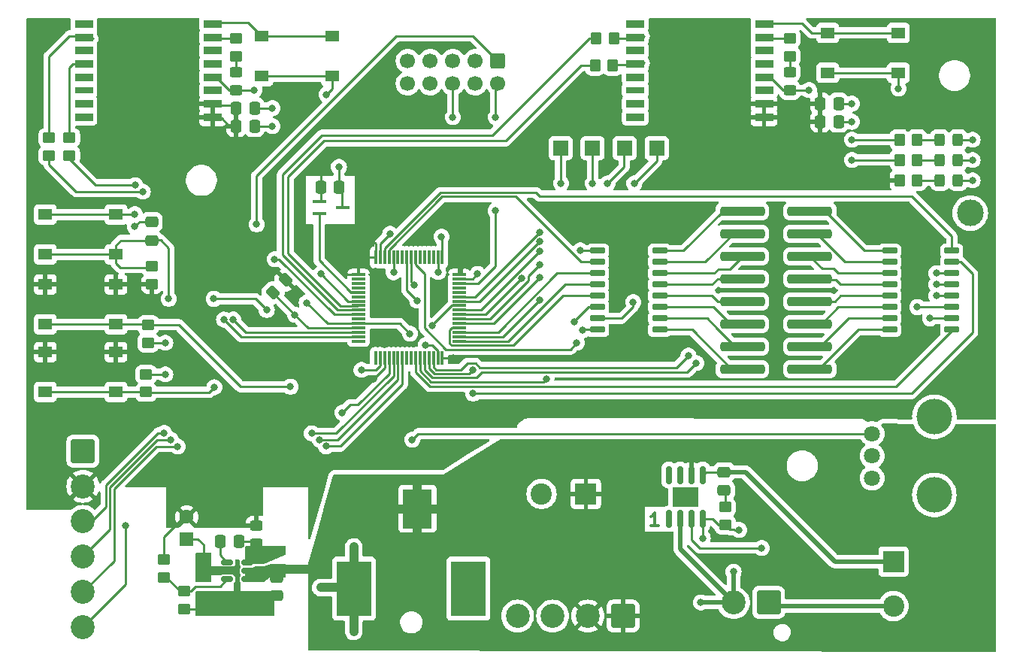
<source format=gtl>
G04 #@! TF.GenerationSoftware,KiCad,Pcbnew,7.0.10*
G04 #@! TF.CreationDate,2024-03-08T11:35:51-05:00*
G04 #@! TF.ProjectId,swipe-stack-hub,73776970-652d-4737-9461-636b2d687562,rev?*
G04 #@! TF.SameCoordinates,Original*
G04 #@! TF.FileFunction,Copper,L1,Top*
G04 #@! TF.FilePolarity,Positive*
%FSLAX46Y46*%
G04 Gerber Fmt 4.6, Leading zero omitted, Abs format (unit mm)*
G04 Created by KiCad (PCBNEW 7.0.10) date 2024-03-08 11:35:51*
%MOMM*%
%LPD*%
G01*
G04 APERTURE LIST*
G04 Aperture macros list*
%AMRoundRect*
0 Rectangle with rounded corners*
0 $1 Rounding radius*
0 $2 $3 $4 $5 $6 $7 $8 $9 X,Y pos of 4 corners*
0 Add a 4 corners polygon primitive as box body*
4,1,4,$2,$3,$4,$5,$6,$7,$8,$9,$2,$3,0*
0 Add four circle primitives for the rounded corners*
1,1,$1+$1,$2,$3*
1,1,$1+$1,$4,$5*
1,1,$1+$1,$6,$7*
1,1,$1+$1,$8,$9*
0 Add four rect primitives between the rounded corners*
20,1,$1+$1,$2,$3,$4,$5,0*
20,1,$1+$1,$4,$5,$6,$7,0*
20,1,$1+$1,$6,$7,$8,$9,0*
20,1,$1+$1,$8,$9,$2,$3,0*%
G04 Aperture macros list end*
%ADD10C,0.300000*%
G04 #@! TA.AperFunction,NonConductor*
%ADD11C,0.300000*%
G04 #@! TD*
G04 #@! TA.AperFunction,SMDPad,CuDef*
%ADD12RoundRect,0.250000X0.325000X0.450000X-0.325000X0.450000X-0.325000X-0.450000X0.325000X-0.450000X0*%
G04 #@! TD*
G04 #@! TA.AperFunction,SMDPad,CuDef*
%ADD13RoundRect,0.150000X-0.512500X-0.150000X0.512500X-0.150000X0.512500X0.150000X-0.512500X0.150000X0*%
G04 #@! TD*
G04 #@! TA.AperFunction,SMDPad,CuDef*
%ADD14RoundRect,0.250000X0.450000X-0.350000X0.450000X0.350000X-0.450000X0.350000X-0.450000X-0.350000X0*%
G04 #@! TD*
G04 #@! TA.AperFunction,ComponentPad*
%ADD15R,1.600000X1.600000*%
G04 #@! TD*
G04 #@! TA.AperFunction,ComponentPad*
%ADD16C,1.600000*%
G04 #@! TD*
G04 #@! TA.AperFunction,ComponentPad*
%ADD17RoundRect,0.250001X1.099999X1.099999X-1.099999X1.099999X-1.099999X-1.099999X1.099999X-1.099999X0*%
G04 #@! TD*
G04 #@! TA.AperFunction,ComponentPad*
%ADD18C,2.700000*%
G04 #@! TD*
G04 #@! TA.AperFunction,ComponentPad*
%ADD19RoundRect,0.250001X-1.099999X1.099999X-1.099999X-1.099999X1.099999X-1.099999X1.099999X1.099999X0*%
G04 #@! TD*
G04 #@! TA.AperFunction,WasherPad*
%ADD20C,4.000000*%
G04 #@! TD*
G04 #@! TA.AperFunction,ComponentPad*
%ADD21C,1.800000*%
G04 #@! TD*
G04 #@! TA.AperFunction,SMDPad,CuDef*
%ADD22RoundRect,0.250000X-0.450000X0.350000X-0.450000X-0.350000X0.450000X-0.350000X0.450000X0.350000X0*%
G04 #@! TD*
G04 #@! TA.AperFunction,SMDPad,CuDef*
%ADD23RoundRect,0.250000X0.337500X0.475000X-0.337500X0.475000X-0.337500X-0.475000X0.337500X-0.475000X0*%
G04 #@! TD*
G04 #@! TA.AperFunction,SMDPad,CuDef*
%ADD24RoundRect,0.250000X-0.337500X-0.475000X0.337500X-0.475000X0.337500X0.475000X-0.337500X0.475000X0*%
G04 #@! TD*
G04 #@! TA.AperFunction,SMDPad,CuDef*
%ADD25RoundRect,0.250000X0.350000X0.450000X-0.350000X0.450000X-0.350000X-0.450000X0.350000X-0.450000X0*%
G04 #@! TD*
G04 #@! TA.AperFunction,SMDPad,CuDef*
%ADD26RoundRect,0.250000X0.450000X-0.325000X0.450000X0.325000X-0.450000X0.325000X-0.450000X-0.325000X0*%
G04 #@! TD*
G04 #@! TA.AperFunction,SMDPad,CuDef*
%ADD27RoundRect,0.255000X2.245000X0.255000X-2.245000X0.255000X-2.245000X-0.255000X2.245000X-0.255000X0*%
G04 #@! TD*
G04 #@! TA.AperFunction,SMDPad,CuDef*
%ADD28R,1.550000X1.300000*%
G04 #@! TD*
G04 #@! TA.AperFunction,SMDPad,CuDef*
%ADD29RoundRect,0.250000X-0.475000X0.337500X-0.475000X-0.337500X0.475000X-0.337500X0.475000X0.337500X0*%
G04 #@! TD*
G04 #@! TA.AperFunction,SMDPad,CuDef*
%ADD30R,2.005000X0.900000*%
G04 #@! TD*
G04 #@! TA.AperFunction,SMDPad,CuDef*
%ADD31R,2.005000X0.780000*%
G04 #@! TD*
G04 #@! TA.AperFunction,SMDPad,CuDef*
%ADD32R,2.005000X0.955000*%
G04 #@! TD*
G04 #@! TA.AperFunction,ComponentPad*
%ADD33RoundRect,0.250000X-0.600000X0.600000X-0.600000X-0.600000X0.600000X-0.600000X0.600000X0.600000X0*%
G04 #@! TD*
G04 #@! TA.AperFunction,ComponentPad*
%ADD34C,1.700000*%
G04 #@! TD*
G04 #@! TA.AperFunction,ComponentPad*
%ADD35R,1.700000X1.700000*%
G04 #@! TD*
G04 #@! TA.AperFunction,SMDPad,CuDef*
%ADD36RoundRect,0.150000X0.150000X-0.825000X0.150000X0.825000X-0.150000X0.825000X-0.150000X-0.825000X0*%
G04 #@! TD*
G04 #@! TA.AperFunction,SMDPad,CuDef*
%ADD37R,3.000000X2.290000*%
G04 #@! TD*
G04 #@! TA.AperFunction,SMDPad,CuDef*
%ADD38R,3.300000X4.400000*%
G04 #@! TD*
G04 #@! TA.AperFunction,SMDPad,CuDef*
%ADD39R,3.900000X6.200000*%
G04 #@! TD*
G04 #@! TA.AperFunction,ComponentPad*
%ADD40R,2.400000X2.400000*%
G04 #@! TD*
G04 #@! TA.AperFunction,ComponentPad*
%ADD41C,2.400000*%
G04 #@! TD*
G04 #@! TA.AperFunction,SMDPad,CuDef*
%ADD42RoundRect,0.024000X-0.771000X-0.276000X0.771000X-0.276000X0.771000X0.276000X-0.771000X0.276000X0*%
G04 #@! TD*
G04 #@! TA.AperFunction,SMDPad,CuDef*
%ADD43RoundRect,0.024000X0.771000X0.276000X-0.771000X0.276000X-0.771000X-0.276000X0.771000X-0.276000X0*%
G04 #@! TD*
G04 #@! TA.AperFunction,SMDPad,CuDef*
%ADD44RoundRect,0.250000X0.088388X-0.548008X0.548008X-0.088388X-0.088388X0.548008X-0.548008X0.088388X0*%
G04 #@! TD*
G04 #@! TA.AperFunction,SMDPad,CuDef*
%ADD45RoundRect,0.075000X-0.700000X-0.075000X0.700000X-0.075000X0.700000X0.075000X-0.700000X0.075000X0*%
G04 #@! TD*
G04 #@! TA.AperFunction,SMDPad,CuDef*
%ADD46RoundRect,0.075000X-0.075000X-0.700000X0.075000X-0.700000X0.075000X0.700000X-0.075000X0.700000X0*%
G04 #@! TD*
G04 #@! TA.AperFunction,SMDPad,CuDef*
%ADD47R,1.500000X0.450000*%
G04 #@! TD*
G04 #@! TA.AperFunction,SMDPad,CuDef*
%ADD48RoundRect,0.250000X-0.350000X-0.450000X0.350000X-0.450000X0.350000X0.450000X-0.350000X0.450000X0*%
G04 #@! TD*
G04 #@! TA.AperFunction,ViaPad*
%ADD49C,0.800000*%
G04 #@! TD*
G04 #@! TA.AperFunction,ViaPad*
%ADD50C,3.000000*%
G04 #@! TD*
G04 #@! TA.AperFunction,Conductor*
%ADD51C,1.000000*%
G04 #@! TD*
G04 #@! TA.AperFunction,Conductor*
%ADD52C,0.250000*%
G04 #@! TD*
G04 #@! TA.AperFunction,Conductor*
%ADD53C,0.500000*%
G04 #@! TD*
G04 APERTURE END LIST*
D10*
D11*
X160344225Y-143310828D02*
X159487082Y-143310828D01*
X159915653Y-143310828D02*
X159915653Y-141810828D01*
X159915653Y-141810828D02*
X159772796Y-142025114D01*
X159772796Y-142025114D02*
X159629939Y-142167971D01*
X159629939Y-142167971D02*
X159487082Y-142239400D01*
D12*
X194065000Y-104394000D03*
X192015000Y-104394000D03*
D13*
X111771000Y-147382000D03*
X111771000Y-148332000D03*
X111771000Y-149282000D03*
X114046000Y-149282000D03*
X114046000Y-148332000D03*
X114046000Y-147382000D03*
D14*
X102616000Y-128238000D03*
X102616000Y-126238000D03*
D15*
X107188000Y-144780000D03*
D16*
X107188000Y-142280000D03*
D17*
X156339500Y-153458000D03*
D18*
X152379500Y-153458000D03*
X148419500Y-153458000D03*
X144459500Y-153458000D03*
D14*
X103251000Y-116062000D03*
X103251000Y-114062000D03*
D19*
X95504000Y-134874000D03*
D18*
X95504000Y-138834000D03*
X95504000Y-142794000D03*
X95504000Y-146754000D03*
X95504000Y-150714000D03*
X95504000Y-154674000D03*
D17*
X172744000Y-151921000D03*
D18*
X168784000Y-151921000D03*
D20*
X191404000Y-131022000D03*
X191404000Y-139822000D03*
D21*
X184404000Y-137922000D03*
X184404000Y-135422000D03*
X184404000Y-132922000D03*
D22*
X93980000Y-99584000D03*
X93980000Y-101584000D03*
D23*
X113051500Y-145034000D03*
X110976500Y-145034000D03*
D22*
X112776000Y-88408000D03*
X112776000Y-90408000D03*
D24*
X112754500Y-96266000D03*
X114829500Y-96266000D03*
D25*
X155178000Y-91440000D03*
X153178000Y-91440000D03*
D26*
X112776000Y-94243000D03*
X112776000Y-92193000D03*
X115062000Y-145297000D03*
X115062000Y-143247000D03*
D22*
X91694000Y-99584000D03*
X91694000Y-101584000D03*
D27*
X177385705Y-125655705D03*
X169785705Y-125655705D03*
X177385705Y-123115705D03*
X169785705Y-123115705D03*
X177385705Y-120575705D03*
X169785705Y-120575705D03*
X177385705Y-118035705D03*
X169785705Y-118035705D03*
X177385705Y-115495705D03*
X169785705Y-115495705D03*
X177385705Y-112955705D03*
X169785705Y-112955705D03*
X177385705Y-110415705D03*
X169785705Y-110415705D03*
X177385705Y-107875705D03*
X169785705Y-107875705D03*
D28*
X179408000Y-87793000D03*
X187368000Y-87793000D03*
X179408000Y-92293000D03*
X187368000Y-92293000D03*
X91270000Y-116114000D03*
X99230000Y-116114000D03*
X91270000Y-120614000D03*
X99230000Y-120614000D03*
D29*
X117348000Y-149076500D03*
X117348000Y-151151500D03*
X103251000Y-109071500D03*
X103251000Y-111146500D03*
D30*
X95617500Y-86785000D03*
X95617500Y-88285000D03*
X95617500Y-89785000D03*
X95617500Y-91285000D03*
X95617500Y-92785000D03*
D31*
X95617500Y-94225000D03*
D30*
X95617500Y-95785000D03*
X95617500Y-97285000D03*
D32*
X110122500Y-97312500D03*
D30*
X110122500Y-95785000D03*
X110122500Y-94285000D03*
X110122500Y-92785000D03*
X110122500Y-91285000D03*
X110122500Y-89785000D03*
X110122500Y-88285000D03*
X110122500Y-86785000D03*
D25*
X189475000Y-99822000D03*
X187475000Y-99822000D03*
D22*
X106934000Y-150638000D03*
X106934000Y-152638000D03*
D33*
X142240000Y-90932000D03*
D34*
X142240000Y-93472000D03*
X139700000Y-90932000D03*
X139700000Y-93472000D03*
X137160000Y-90932000D03*
X137160000Y-93472000D03*
X134620000Y-90932000D03*
X134620000Y-93472000D03*
X132080000Y-90932000D03*
X132080000Y-93472000D03*
D28*
X115654000Y-88174000D03*
X123614000Y-88174000D03*
X115654000Y-92674000D03*
X123614000Y-92674000D03*
D35*
X149305705Y-100763705D03*
D36*
X161504000Y-142510000D03*
X162774000Y-142510000D03*
X164044000Y-142510000D03*
X165314000Y-142510000D03*
X165314000Y-137560000D03*
X164044000Y-137560000D03*
X162774000Y-137560000D03*
X161504000Y-137560000D03*
D37*
X163409000Y-140035000D03*
D25*
X189475000Y-102108000D03*
X187475000Y-102108000D03*
D26*
X175133000Y-94243000D03*
X175133000Y-92193000D03*
D38*
X133188000Y-141368000D03*
D39*
X126038000Y-150368000D03*
X138938000Y-150368000D03*
D22*
X175133000Y-88408000D03*
X175133000Y-90408000D03*
D35*
X152915705Y-100763705D03*
D12*
X194065000Y-102108000D03*
X192015000Y-102108000D03*
X194065000Y-99822000D03*
X192015000Y-99822000D03*
D24*
X178540500Y-95758000D03*
X180615500Y-95758000D03*
D30*
X157720500Y-86785000D03*
X157720500Y-88285000D03*
X157720500Y-89785000D03*
X157720500Y-91285000D03*
X157720500Y-92785000D03*
D31*
X157720500Y-94225000D03*
D30*
X157720500Y-95785000D03*
X157720500Y-97285000D03*
D32*
X172225500Y-97312500D03*
D30*
X172225500Y-95785000D03*
X172225500Y-94285000D03*
X172225500Y-92785000D03*
X172225500Y-91285000D03*
X172225500Y-89785000D03*
X172225500Y-88285000D03*
X172225500Y-86785000D03*
D40*
X152157729Y-139700000D03*
D41*
X147157729Y-139700000D03*
D42*
X153477000Y-112320705D03*
X153477000Y-113590705D03*
X153477000Y-114860705D03*
X153477000Y-116130705D03*
X153477000Y-117400705D03*
X153477000Y-118670705D03*
X153477000Y-119940705D03*
X153477000Y-121210705D03*
D43*
X160467000Y-121210705D03*
X160467000Y-119940705D03*
X160467000Y-118670705D03*
X160467000Y-117400705D03*
X160467000Y-116130705D03*
X160467000Y-114860705D03*
X160467000Y-113590705D03*
X160467000Y-112320705D03*
D40*
X186817000Y-147320000D03*
D41*
X186817000Y-152320000D03*
D24*
X122279500Y-105156000D03*
X124354500Y-105156000D03*
D29*
X167727000Y-137219500D03*
X167727000Y-139294500D03*
D22*
X104648000Y-147082000D03*
X104648000Y-149082000D03*
D35*
X156527705Y-100763705D03*
D44*
X116914432Y-117056784D03*
X118364000Y-115607216D03*
D45*
X126560000Y-115005000D03*
X126560000Y-115505000D03*
X126560000Y-116005000D03*
X126560000Y-116505000D03*
X126560000Y-117005000D03*
X126560000Y-117505000D03*
X126560000Y-118005000D03*
X126560000Y-118505000D03*
X126560000Y-119005000D03*
X126560000Y-119505000D03*
X126560000Y-120005000D03*
X126560000Y-120505000D03*
X126560000Y-121005000D03*
X126560000Y-121505000D03*
X126560000Y-122005000D03*
X126560000Y-122505000D03*
D46*
X128485000Y-124430000D03*
X128985000Y-124430000D03*
X129485000Y-124430000D03*
X129985000Y-124430000D03*
X130485000Y-124430000D03*
X130985000Y-124430000D03*
X131485000Y-124430000D03*
X131985000Y-124430000D03*
X132485000Y-124430000D03*
X132985000Y-124430000D03*
X133485000Y-124430000D03*
X133985000Y-124430000D03*
X134485000Y-124430000D03*
X134985000Y-124430000D03*
X135485000Y-124430000D03*
X135985000Y-124430000D03*
D45*
X137910000Y-122505000D03*
X137910000Y-122005000D03*
X137910000Y-121505000D03*
X137910000Y-121005000D03*
X137910000Y-120505000D03*
X137910000Y-120005000D03*
X137910000Y-119505000D03*
X137910000Y-119005000D03*
X137910000Y-118505000D03*
X137910000Y-118005000D03*
X137910000Y-117505000D03*
X137910000Y-117005000D03*
X137910000Y-116505000D03*
X137910000Y-116005000D03*
X137910000Y-115505000D03*
X137910000Y-115005000D03*
D46*
X135985000Y-113080000D03*
X135485000Y-113080000D03*
X134985000Y-113080000D03*
X134485000Y-113080000D03*
X133985000Y-113080000D03*
X133485000Y-113080000D03*
X132985000Y-113080000D03*
X132485000Y-113080000D03*
X131985000Y-113080000D03*
X131485000Y-113080000D03*
X130985000Y-113080000D03*
X130485000Y-113080000D03*
X129985000Y-113080000D03*
X129485000Y-113080000D03*
X128985000Y-113080000D03*
X128485000Y-113080000D03*
D24*
X178540500Y-97790000D03*
X180615500Y-97790000D03*
D47*
X122114000Y-106792000D03*
X122114000Y-108092000D03*
X124774000Y-107442000D03*
D14*
X167854000Y-143194000D03*
X167854000Y-141194000D03*
D35*
X160133705Y-100763705D03*
D25*
X155305000Y-88392000D03*
X153305000Y-88392000D03*
D48*
X187475000Y-104394000D03*
X189475000Y-104394000D03*
D24*
X112754500Y-98298000D03*
X114829500Y-98298000D03*
D28*
X91270000Y-108240000D03*
X99230000Y-108240000D03*
X91270000Y-112740000D03*
X99230000Y-112740000D03*
D42*
X186370000Y-112320705D03*
X186370000Y-113590705D03*
X186370000Y-114860705D03*
X186370000Y-116130705D03*
X186370000Y-117400705D03*
X186370000Y-118670705D03*
X186370000Y-119940705D03*
X186370000Y-121210705D03*
D43*
X193360000Y-121210705D03*
X193360000Y-119940705D03*
X193360000Y-118670705D03*
X193360000Y-117400705D03*
X193360000Y-116130705D03*
X193360000Y-114860705D03*
X193360000Y-113590705D03*
X193360000Y-112320705D03*
D14*
X102870000Y-122666000D03*
X102870000Y-120666000D03*
D28*
X91270000Y-123734000D03*
X99230000Y-123734000D03*
X91270000Y-128234000D03*
X99230000Y-128234000D03*
D49*
X116840000Y-96266000D03*
X182118000Y-95758000D03*
X195716000Y-102108000D03*
X177292000Y-94234000D03*
X187368000Y-94064000D03*
X114808000Y-151892000D03*
X112776000Y-151892000D03*
X108966000Y-148844000D03*
X126011000Y-145669000D03*
X104775000Y-126238000D03*
X195716000Y-99822000D03*
X122301000Y-150241000D03*
X122936000Y-94742000D03*
X126873000Y-125730000D03*
X157480000Y-118110000D03*
X151511000Y-112268000D03*
X101346000Y-108204000D03*
X134112000Y-122936000D03*
X110998000Y-151892000D03*
X104775000Y-122682000D03*
X126011000Y-155167000D03*
X195716000Y-104394000D03*
X124333000Y-102870000D03*
X108966000Y-147574000D03*
X139954000Y-114935000D03*
X116840000Y-98298000D03*
X114808000Y-94234000D03*
X130106149Y-110421149D03*
D50*
X195453000Y-108077000D03*
D49*
X101346000Y-109601000D03*
X182118000Y-97790000D03*
X123698000Y-111252000D03*
X162927705Y-107569000D03*
X137257000Y-124430000D03*
X143637000Y-103378000D03*
X113538000Y-105918000D03*
X137257000Y-129002000D03*
X162927705Y-104648000D03*
X138176000Y-114046000D03*
X128270000Y-126746000D03*
X165481000Y-107569000D03*
X127508000Y-110490000D03*
X165467705Y-104648000D03*
X115062000Y-109347000D03*
X122301000Y-114935000D03*
X116205000Y-118999000D03*
X110236000Y-117734375D03*
X105156000Y-117729000D03*
X119380000Y-119522352D03*
X190918000Y-119940705D03*
X164592000Y-124968000D03*
X191643000Y-117400705D03*
X133159500Y-117919500D03*
X191643000Y-116130705D03*
X163703000Y-124131705D03*
X146943653Y-117860653D03*
X191643000Y-114860705D03*
X139446000Y-128397000D03*
X139446000Y-125730000D03*
X151765000Y-121284604D03*
X147701000Y-126746000D03*
X132842000Y-116205000D03*
X150876000Y-120321705D03*
X141986000Y-107823000D03*
X141986000Y-97282000D03*
X137160000Y-97282000D03*
X135890000Y-110744000D03*
X104648000Y-132842000D03*
X121279571Y-132879000D03*
X105410000Y-133604000D03*
X122174000Y-133604000D03*
X122881108Y-134329000D03*
X106172000Y-134366000D03*
X100330000Y-143256000D03*
X135509000Y-114718000D03*
X146939000Y-115316000D03*
X157607000Y-104731205D03*
X154580898Y-104753103D03*
X146939000Y-112352666D03*
X146939000Y-111294333D03*
X152908000Y-104731205D03*
X149352000Y-104731205D03*
X146939000Y-110236000D03*
X102235000Y-105664000D03*
X111403893Y-120075424D03*
X112432605Y-120065954D03*
X101402948Y-104939000D03*
X134874000Y-120777000D03*
X118872000Y-127635000D03*
X171958000Y-145796000D03*
X130485000Y-114737000D03*
X110299500Y-127698500D03*
X117094000Y-113284000D03*
X146939000Y-113919000D03*
X182118000Y-102108000D03*
X144899975Y-115435975D03*
X182118000Y-99822000D03*
X132588000Y-133604000D03*
X124714000Y-130556000D03*
X189484000Y-118670705D03*
X151130000Y-122682000D03*
X169418000Y-143764000D03*
X132334000Y-121666000D03*
X168783000Y-148463000D03*
X120713500Y-118173500D03*
X165100000Y-151921000D03*
X165314000Y-144682000D03*
D51*
X133161000Y-141393000D02*
X136313000Y-141393000D01*
X133161000Y-141393000D02*
X133161000Y-138241000D01*
X133161000Y-141393000D02*
X133161000Y-145226000D01*
X133161000Y-141393000D02*
X129328000Y-141393000D01*
X117221000Y-148209000D02*
X122555000Y-148209000D01*
D52*
X164044000Y-137560000D02*
X164044000Y-135463000D01*
D53*
X133161000Y-141393000D02*
X133119000Y-141351000D01*
D52*
X128985000Y-111542298D02*
X128985000Y-113080000D01*
X128527764Y-125730000D02*
X128985000Y-125272764D01*
X101346000Y-108204000D02*
X101310000Y-108240000D01*
X151563705Y-112320705D02*
X153477000Y-112320705D01*
X101875500Y-109071500D02*
X103251000Y-109071500D01*
X91270000Y-108240000D02*
X99230000Y-108240000D01*
X116840000Y-96266000D02*
X114829500Y-96266000D01*
X102870000Y-122666000D02*
X104759000Y-122666000D01*
X124774000Y-107442000D02*
X124714000Y-107382000D01*
X116840000Y-98298000D02*
X114829500Y-98298000D01*
X101346000Y-109601000D02*
X101875500Y-109071500D01*
X179408000Y-92293000D02*
X187368000Y-92293000D01*
X124354500Y-102891500D02*
X124354500Y-105156000D01*
X174380000Y-94243000D02*
X175133000Y-94243000D01*
X108458000Y-144780000D02*
X109093000Y-145415000D01*
D53*
X125859000Y-150241000D02*
X126011000Y-150393000D01*
D52*
X124714000Y-105515500D02*
X124354500Y-105156000D01*
X156157295Y-119940705D02*
X153477000Y-119940705D01*
X172231000Y-92658000D02*
X172795000Y-92658000D01*
D51*
X126011000Y-145669000D02*
X126011000Y-150393000D01*
D52*
X135485000Y-124430000D02*
X135485000Y-123587236D01*
D51*
X126011000Y-155167000D02*
X126011000Y-150393000D01*
D52*
X177283000Y-94243000D02*
X175133000Y-94243000D01*
X102616000Y-126238000D02*
X104775000Y-126238000D01*
X194065000Y-99822000D02*
X195716000Y-99822000D01*
X128985000Y-125272764D02*
X128985000Y-124430000D01*
X151511000Y-112268000D02*
X151563705Y-112320705D01*
X130106149Y-110421149D02*
X128985000Y-111542298D01*
X123614000Y-94064000D02*
X123614000Y-92674000D01*
X194065000Y-102108000D02*
X195716000Y-102108000D01*
X101382000Y-108240000D02*
X101346000Y-108204000D01*
X135485000Y-123587236D02*
X134833764Y-122936000D01*
X114808000Y-94234000D02*
X114799000Y-94243000D01*
X109093000Y-145415000D02*
X109093000Y-146685000D01*
X122936000Y-94742000D02*
X123614000Y-94064000D01*
X106934000Y-152638000D02*
X108982000Y-152638000D01*
X134833764Y-122936000D02*
X134112000Y-122936000D01*
X101310000Y-108240000D02*
X99230000Y-108240000D01*
X124714000Y-107382000D02*
X124714000Y-105515500D01*
X108982000Y-152638000D02*
X109728000Y-151892000D01*
X182118000Y-97790000D02*
X180615500Y-97790000D01*
X110180000Y-92964000D02*
X110128000Y-92912000D01*
X139384000Y-115505000D02*
X137910000Y-115505000D01*
X139954000Y-114935000D02*
X139384000Y-115505000D01*
X124333000Y-102870000D02*
X124354500Y-102891500D01*
X187368000Y-94064000D02*
X187368000Y-92293000D01*
X182118000Y-95758000D02*
X180615500Y-95758000D01*
X177292000Y-94234000D02*
X177283000Y-94243000D01*
X157480000Y-118618000D02*
X156157295Y-119940705D01*
X110744000Y-92964000D02*
X110180000Y-92964000D01*
X194065000Y-104394000D02*
X195716000Y-104394000D01*
X114799000Y-94243000D02*
X112776000Y-94243000D01*
X112776000Y-94243000D02*
X112023000Y-94243000D01*
D51*
X122301000Y-150241000D02*
X125859000Y-150241000D01*
D52*
X107188000Y-144780000D02*
X108458000Y-144780000D01*
X115654000Y-92674000D02*
X123614000Y-92674000D01*
X172795000Y-92658000D02*
X174380000Y-94243000D01*
X126873000Y-125730000D02*
X128527764Y-125730000D01*
X104759000Y-122666000D02*
X104775000Y-122682000D01*
X157480000Y-118110000D02*
X157480000Y-118618000D01*
X112023000Y-94243000D02*
X110744000Y-92964000D01*
X103199000Y-116114000D02*
X103251000Y-116062000D01*
X178440500Y-95658000D02*
X172231000Y-95658000D01*
X122279500Y-105156000D02*
X122279500Y-102764500D01*
X122279500Y-105156000D02*
X122279500Y-106626500D01*
X128485000Y-111530500D02*
X128485000Y-113080000D01*
X137257000Y-124430000D02*
X135985000Y-124430000D01*
X138176000Y-114046000D02*
X138176000Y-114739000D01*
X112754500Y-96266000D02*
X112400500Y-95912000D01*
X104648000Y-147082000D02*
X104648000Y-144501113D01*
X106869113Y-142280000D02*
X107188000Y-142280000D01*
X178540500Y-95758000D02*
X178440500Y-95658000D01*
X127508000Y-110490000D02*
X127508000Y-110553500D01*
X112400500Y-95912000D02*
X110128000Y-95912000D01*
X175006000Y-97155000D02*
X175641000Y-97790000D01*
X127508000Y-110553500D02*
X128485000Y-111530500D01*
X104648000Y-144501113D02*
X106869113Y-142280000D01*
X110128000Y-97412000D02*
X111128000Y-97412000D01*
X129485000Y-125531000D02*
X128270000Y-126746000D01*
X125292000Y-115005000D02*
X126560000Y-115005000D01*
X187475000Y-104394000D02*
X184413000Y-104394000D01*
X123698000Y-111252000D02*
X123698000Y-113411000D01*
X175641000Y-97790000D02*
X178540500Y-97790000D01*
X112014000Y-98298000D02*
X112754500Y-98298000D01*
X138176000Y-114739000D02*
X137910000Y-115005000D01*
X99230000Y-116114000D02*
X103199000Y-116114000D01*
X172231000Y-97158000D02*
X172234000Y-97155000D01*
X91270000Y-123734000D02*
X99230000Y-123734000D01*
X172234000Y-97155000D02*
X175006000Y-97155000D01*
X123698000Y-113411000D02*
X125292000Y-115005000D01*
X122279500Y-102764500D02*
X122301000Y-102743000D01*
X122279500Y-106626500D02*
X122114000Y-106792000D01*
X111128000Y-97412000D02*
X112014000Y-98298000D01*
X91270000Y-116114000D02*
X99230000Y-116114000D01*
X129485000Y-124430000D02*
X129485000Y-125531000D01*
X103272500Y-111125000D02*
X103251000Y-111146500D01*
X142240000Y-90678000D02*
X142240000Y-90932000D01*
X99800500Y-111146500D02*
X103251000Y-111146500D01*
X99711000Y-114189000D02*
X103124000Y-114189000D01*
X115062000Y-109347000D02*
X115062000Y-103886000D01*
X130800695Y-88138000D02*
X139446000Y-88138000D01*
X139446000Y-88138000D02*
X142240000Y-90932000D01*
X122301000Y-114935000D02*
X125371000Y-118005000D01*
X129323000Y-89625000D02*
X129323000Y-89615695D01*
X105156000Y-112014000D02*
X104267000Y-111125000D01*
X110236000Y-117734375D02*
X114940375Y-117734375D01*
X125371000Y-118005000D02*
X126560000Y-118005000D01*
X99230000Y-113708000D02*
X99711000Y-114189000D01*
X99230000Y-111717000D02*
X99800500Y-111146500D01*
X99230000Y-112740000D02*
X99230000Y-113708000D01*
X115062000Y-103886000D02*
X129323000Y-89625000D01*
X103124000Y-114189000D02*
X103251000Y-114062000D01*
X104267000Y-111125000D02*
X103272500Y-111125000D01*
X129323000Y-89615695D02*
X130800695Y-88138000D01*
X91270000Y-112740000D02*
X99230000Y-112740000D01*
X99230000Y-112740000D02*
X99230000Y-111717000D01*
X105156000Y-117729000D02*
X105156000Y-112014000D01*
X114940375Y-117734375D02*
X116205000Y-118999000D01*
X119380000Y-119522352D02*
X120862648Y-121005000D01*
X119380000Y-119522352D02*
X116914432Y-117056784D01*
X120862648Y-121005000D02*
X126560000Y-121005000D01*
X165654500Y-137219500D02*
X167727000Y-137219500D01*
D53*
X170112500Y-137219500D02*
X180213000Y-147320000D01*
D52*
X165314000Y-137560000D02*
X165654500Y-137219500D01*
D53*
X167727000Y-137219500D02*
X170112500Y-137219500D01*
X180213000Y-147320000D02*
X186817000Y-147320000D01*
X186817000Y-152320000D02*
X173143000Y-152320000D01*
X173143000Y-152320000D02*
X172744000Y-151921000D01*
D52*
X167727000Y-139294500D02*
X167854000Y-139421500D01*
X167854000Y-139421500D02*
X167854000Y-141194000D01*
X112776000Y-90408000D02*
X112776000Y-92193000D01*
X175133000Y-90408000D02*
X175133000Y-92193000D01*
X187108000Y-127598000D02*
X134580208Y-127598000D01*
X193360000Y-121346000D02*
X187108000Y-127598000D01*
X134580208Y-127598000D02*
X132985000Y-126002792D01*
X132985000Y-126002792D02*
X132985000Y-124430000D01*
X193360000Y-121210705D02*
X193360000Y-121346000D01*
X163576000Y-125984000D02*
X140462000Y-125984000D01*
X133985000Y-125730000D02*
X133985000Y-124430000D01*
X134885000Y-126630000D02*
X133985000Y-125730000D01*
X139816000Y-126630000D02*
X134885000Y-126630000D01*
X140462000Y-125984000D02*
X139816000Y-126630000D01*
X164592000Y-124968000D02*
X163576000Y-125984000D01*
X190918000Y-119940705D02*
X193360000Y-119940705D01*
X133159500Y-117919500D02*
X131985000Y-116745000D01*
X191643000Y-117400705D02*
X193360000Y-117400705D01*
X131985000Y-116745000D02*
X131985000Y-113080000D01*
X138058305Y-125730000D02*
X135272396Y-125730000D01*
X191643000Y-116130705D02*
X193360000Y-116130705D01*
X134985000Y-125442604D02*
X134985000Y-124430000D01*
X162358705Y-125476000D02*
X140217305Y-125476000D01*
X140217305Y-125476000D02*
X139746305Y-125005000D01*
X138783305Y-125005000D02*
X138058305Y-125730000D01*
X135272396Y-125730000D02*
X134985000Y-125442604D01*
X139746305Y-125005000D02*
X138783305Y-125005000D01*
X163703000Y-124131705D02*
X162358705Y-125476000D01*
X142790000Y-122005000D02*
X137910000Y-122005000D01*
X146943653Y-117860653D02*
X146934347Y-117860653D01*
X191643000Y-114860705D02*
X193360000Y-114860705D01*
X146934347Y-117860653D02*
X142790000Y-122005000D01*
X138996000Y-126180000D02*
X135086000Y-126180000D01*
X139446000Y-128397000D02*
X188849000Y-128397000D01*
X135086000Y-126180000D02*
X134485000Y-125579000D01*
X195707000Y-121539000D02*
X195707000Y-114935000D01*
X139446000Y-125730000D02*
X138996000Y-126180000D01*
X188849000Y-128397000D02*
X195707000Y-121539000D01*
X134485000Y-125579000D02*
X134485000Y-124430000D01*
X195707000Y-114935000D02*
X194362705Y-113590705D01*
X134485000Y-124430000D02*
X134510000Y-124430000D01*
X134510000Y-124430000D02*
X134510000Y-124460000D01*
X194362705Y-113590705D02*
X193360000Y-113590705D01*
X188849000Y-106172000D02*
X146939000Y-106172000D01*
X193360000Y-112320705D02*
X193360000Y-110683000D01*
X146939000Y-106172000D02*
X146526000Y-105759000D01*
X193360000Y-110683000D02*
X188849000Y-106172000D01*
X129485000Y-112067604D02*
X129485000Y-113080000D01*
X135793604Y-105759000D02*
X129485000Y-112067604D01*
X146526000Y-105759000D02*
X135793604Y-105759000D01*
X147367000Y-127080000D02*
X134698604Y-127080000D01*
X151765000Y-121284604D02*
X151838899Y-121210705D01*
X147701000Y-126746000D02*
X147367000Y-127080000D01*
X151838899Y-121210705D02*
X153477000Y-121210705D01*
X133485000Y-125866396D02*
X133485000Y-124430000D01*
X134698604Y-127080000D02*
X133485000Y-125866396D01*
X150876000Y-120269000D02*
X152474295Y-118670705D01*
X152474295Y-118670705D02*
X153477000Y-118670705D01*
X132485000Y-115848000D02*
X132485000Y-113080000D01*
X132842000Y-116205000D02*
X132485000Y-115848000D01*
X150876000Y-120321705D02*
X150876000Y-120269000D01*
X143974000Y-122980000D02*
X137042236Y-122980000D01*
X153477000Y-117400705D02*
X149553295Y-117400705D01*
X137067236Y-121005000D02*
X137910000Y-121005000D01*
X136810000Y-121262236D02*
X137067236Y-121005000D01*
X136810000Y-122747764D02*
X136810000Y-121262236D01*
X149553295Y-117400705D02*
X143974000Y-122980000D01*
X137042236Y-122980000D02*
X136810000Y-122747764D01*
X153477000Y-116130705D02*
X149807295Y-116130705D01*
X149807295Y-116130705D02*
X143433000Y-122505000D01*
X143433000Y-122505000D02*
X137910000Y-122505000D01*
X142274000Y-121505000D02*
X137910000Y-121505000D01*
X148918295Y-114860705D02*
X142274000Y-121505000D01*
X153477000Y-114860705D02*
X148918295Y-114860705D01*
X135980000Y-106209000D02*
X129985000Y-112204000D01*
X129985000Y-112204000D02*
X129985000Y-113080000D01*
X151624705Y-113590705D02*
X144243000Y-106209000D01*
X153477000Y-113590705D02*
X151624705Y-113590705D01*
X144243000Y-106209000D02*
X135980000Y-106209000D01*
X141986000Y-107823000D02*
X141986000Y-114046000D01*
X141986000Y-114046000D02*
X140027000Y-116005000D01*
X140027000Y-116005000D02*
X137910000Y-116005000D01*
X141986000Y-97282000D02*
X141986000Y-93726000D01*
X141986000Y-93726000D02*
X142240000Y-93472000D01*
X135985000Y-110839000D02*
X135985000Y-113080000D01*
X137160000Y-97282000D02*
X137160000Y-93472000D01*
X135890000Y-110744000D02*
X135985000Y-110839000D01*
X96474000Y-142794000D02*
X98102000Y-141166000D01*
X130485000Y-126436000D02*
X130485000Y-124430000D01*
X124042000Y-132879000D02*
X130485000Y-126436000D01*
X121279571Y-132879000D02*
X124042000Y-132879000D01*
X98102000Y-141166000D02*
X98102000Y-138688802D01*
X103948802Y-132842000D02*
X104648000Y-132842000D01*
X98102000Y-138688802D02*
X103948802Y-132842000D01*
X95504000Y-142794000D02*
X96474000Y-142794000D01*
X98552000Y-143706000D02*
X98552000Y-138938000D01*
X122174000Y-133604000D02*
X124206000Y-133604000D01*
X130985000Y-126825000D02*
X130985000Y-124430000D01*
X95504000Y-146754000D02*
X98552000Y-143706000D01*
X124206000Y-133604000D02*
X130985000Y-126825000D01*
X98552000Y-138938000D02*
X103886000Y-133604000D01*
X103886000Y-133604000D02*
X105410000Y-133604000D01*
X99002000Y-147216000D02*
X95504000Y-150714000D01*
X131485000Y-127341000D02*
X131485000Y-124430000D01*
X122881108Y-134329000D02*
X124497000Y-134329000D01*
X99002000Y-139124396D02*
X99002000Y-147216000D01*
X103760396Y-134366000D02*
X99002000Y-139124396D01*
X124497000Y-134329000D02*
X131485000Y-127341000D01*
X106172000Y-134366000D02*
X103760396Y-134366000D01*
X135485000Y-114694000D02*
X135485000Y-113080000D01*
X135509000Y-114718000D02*
X135485000Y-114694000D01*
X95516000Y-154674000D02*
X95504000Y-154674000D01*
X100330000Y-149860000D02*
X95516000Y-154674000D01*
X100330000Y-143256000D02*
X100330000Y-149860000D01*
X160133705Y-102204500D02*
X160133705Y-100763705D01*
X146939000Y-115316000D02*
X141750000Y-120505000D01*
X157607000Y-104731205D02*
X160133705Y-102204500D01*
X141750000Y-120505000D02*
X137910000Y-120505000D01*
X140305644Y-119005000D02*
X137910000Y-119005000D01*
X154580898Y-104753103D02*
X156464000Y-102870001D01*
X156464000Y-100827410D02*
X156527705Y-100763705D01*
X146935123Y-112375521D02*
X140305644Y-119005000D01*
X156464000Y-102870001D02*
X156464000Y-100827410D01*
X140186000Y-118005000D02*
X137910000Y-118005000D01*
X152908000Y-100904556D02*
X152915705Y-100896851D01*
X152908000Y-104521000D02*
X152908000Y-100904556D01*
X146934347Y-111256653D02*
X140186000Y-118005000D01*
X146943653Y-111256653D02*
X146934347Y-111256653D01*
X139670000Y-117505000D02*
X137910000Y-117505000D01*
X149352000Y-104648000D02*
X149305705Y-104601705D01*
X149305705Y-104601705D02*
X149305705Y-100763705D01*
X146934797Y-110236000D02*
X146934797Y-110240203D01*
X146934797Y-110240203D02*
X139670000Y-117505000D01*
X192015000Y-102108000D02*
X188935000Y-102108000D01*
X113051500Y-145034000D02*
X114799000Y-145034000D01*
X114799000Y-145034000D02*
X115062000Y-145297000D01*
X104648000Y-149082000D02*
X104886000Y-149082000D01*
X107680000Y-150638000D02*
X108204000Y-150114000D01*
X106934000Y-150638000D02*
X107680000Y-150638000D01*
X104886000Y-149082000D02*
X106442000Y-150638000D01*
X106442000Y-150638000D02*
X106934000Y-150638000D01*
X108204000Y-150114000D02*
X110939000Y-150114000D01*
X110939000Y-150114000D02*
X111771000Y-149282000D01*
X110976500Y-145034000D02*
X110976500Y-146587500D01*
X110976500Y-146587500D02*
X111771000Y-147382000D01*
X112776000Y-88408000D02*
X111756000Y-88408000D01*
X111756000Y-88408000D02*
X111752000Y-88412000D01*
X111752000Y-88412000D02*
X110128000Y-88412000D01*
X192015000Y-99822000D02*
X189475000Y-99822000D01*
X93980000Y-88138000D02*
X91694000Y-90424000D01*
X96354000Y-88138000D02*
X93980000Y-88138000D01*
X96628000Y-88412000D02*
X96354000Y-88138000D01*
X91694000Y-90424000D02*
X91694000Y-99584000D01*
X94389000Y-91285000D02*
X93980000Y-91694000D01*
X93980000Y-91694000D02*
X93980000Y-99584000D01*
X95617500Y-91285000D02*
X94389000Y-91285000D01*
X175133000Y-88408000D02*
X172481000Y-88408000D01*
X172481000Y-88408000D02*
X172231000Y-88158000D01*
X192015000Y-104394000D02*
X189475000Y-104394000D01*
X155325000Y-88412000D02*
X155305000Y-88392000D01*
X158477000Y-88412000D02*
X155325000Y-88412000D01*
X158731000Y-88158000D02*
X158477000Y-88412000D01*
X155206000Y-91412000D02*
X158477000Y-91412000D01*
X155178000Y-91440000D02*
X155206000Y-91412000D01*
X158477000Y-91412000D02*
X158731000Y-91158000D01*
X113333469Y-122005000D02*
X126560000Y-122005000D01*
X111403893Y-120075424D02*
X113333469Y-122005000D01*
X94742000Y-105664000D02*
X102235000Y-105664000D01*
X91694000Y-102616000D02*
X94742000Y-105664000D01*
X102235000Y-105664000D02*
X102108000Y-105664000D01*
X91694000Y-101584000D02*
X91694000Y-102616000D01*
X101402948Y-104939000D02*
X101365948Y-104902000D01*
X101365948Y-104902000D02*
X96901000Y-104902000D01*
X113871651Y-121505000D02*
X126560000Y-121505000D01*
X93980000Y-101981000D02*
X93980000Y-101584000D01*
X112432605Y-120065954D02*
X113871651Y-121505000D01*
X96901000Y-104902000D02*
X93980000Y-101981000D01*
X153305000Y-88392000D02*
X152527000Y-88392000D01*
X117983000Y-112776000D02*
X124212000Y-119005000D01*
X117983000Y-103759000D02*
X117983000Y-112776000D01*
X152527000Y-88392000D02*
X141605000Y-99314000D01*
X122428000Y-99314000D02*
X117983000Y-103759000D01*
X124212000Y-119005000D02*
X126560000Y-119005000D01*
X141605000Y-99314000D02*
X122428000Y-99314000D01*
X122682000Y-99949000D02*
X118618000Y-104013000D01*
X118618000Y-104013000D02*
X118618000Y-112647604D01*
X151638000Y-91440000D02*
X143129000Y-99949000D01*
X143129000Y-99949000D02*
X122682000Y-99949000D01*
X153178000Y-91440000D02*
X151638000Y-91440000D01*
X118618000Y-112647604D02*
X124500396Y-118530000D01*
X124500396Y-118530000D02*
X126492000Y-118530000D01*
X113284000Y-127635000D02*
X106299000Y-120650000D01*
X91270000Y-120614000D02*
X99230000Y-120614000D01*
X102886000Y-120650000D02*
X102870000Y-120666000D01*
X134874000Y-120777000D02*
X134874000Y-120698236D01*
X106299000Y-120650000D02*
X102886000Y-120650000D01*
X102818000Y-120614000D02*
X102870000Y-120666000D01*
X137067236Y-118505000D02*
X137910000Y-118505000D01*
X118872000Y-127635000D02*
X113284000Y-127635000D01*
X134874000Y-120698236D02*
X137067236Y-118505000D01*
X99230000Y-120614000D02*
X102818000Y-120614000D01*
X164973000Y-145796000D02*
X164044000Y-144867000D01*
X171958000Y-145796000D02*
X164973000Y-145796000D01*
X164044000Y-144867000D02*
X164044000Y-142510000D01*
X130485000Y-114737000D02*
X130485000Y-113080000D01*
X117602000Y-113284000D02*
X123823000Y-119505000D01*
X109728000Y-128270000D02*
X102648000Y-128270000D01*
X99234000Y-128238000D02*
X99230000Y-128234000D01*
X102616000Y-128238000D02*
X99234000Y-128238000D01*
X110299500Y-127698500D02*
X109728000Y-128270000D01*
X123823000Y-119505000D02*
X126560000Y-119505000D01*
X117094000Y-113284000D02*
X117602000Y-113284000D01*
X102648000Y-128270000D02*
X102616000Y-128238000D01*
X91270000Y-128234000D02*
X99230000Y-128234000D01*
X182118000Y-102108000D02*
X187475000Y-102108000D01*
X141356255Y-120005000D02*
X137910000Y-120005000D01*
X145669000Y-115189000D02*
X145669000Y-115692255D01*
X146939000Y-113919000D02*
X145669000Y-115189000D01*
X145669000Y-115692255D02*
X141356255Y-120005000D01*
X144899975Y-115435975D02*
X144899975Y-115450025D01*
X144899975Y-115450025D02*
X140845000Y-119505000D01*
X140845000Y-119505000D02*
X137910000Y-119505000D01*
X182118000Y-99822000D02*
X187475000Y-99822000D01*
X114138000Y-86658000D02*
X115654000Y-88174000D01*
X110128000Y-86912000D02*
X110382000Y-86658000D01*
X115654000Y-88174000D02*
X123614000Y-88174000D01*
X110382000Y-86658000D02*
X114138000Y-86658000D01*
X176519695Y-86730695D02*
X177582000Y-87793000D01*
X172231000Y-86658000D02*
X172303695Y-86730695D01*
X179408000Y-87793000D02*
X187368000Y-87793000D01*
X177582000Y-87793000D02*
X179408000Y-87793000D01*
X172303695Y-86730695D02*
X176519695Y-86730695D01*
X125717236Y-117005000D02*
X126560000Y-117005000D01*
X122114000Y-108092000D02*
X122114000Y-113401764D01*
X122114000Y-113401764D02*
X125717236Y-117005000D01*
X129985000Y-126136802D02*
X129985000Y-124430000D01*
X124714000Y-130556000D02*
X125603000Y-129667000D01*
X133270000Y-132922000D02*
X184404000Y-132922000D01*
X132588000Y-133604000D02*
X133270000Y-132922000D01*
X125603000Y-129667000D02*
X126454802Y-129667000D01*
X126454802Y-129667000D02*
X129985000Y-126136802D01*
X133985000Y-121031000D02*
X133985000Y-114922764D01*
X150382000Y-123430000D02*
X136384000Y-123430000D01*
X151130000Y-122682000D02*
X150382000Y-123430000D01*
X132985000Y-113922764D02*
X132985000Y-113080000D01*
X133985000Y-114922764D02*
X132985000Y-113922764D01*
X136384000Y-123430000D02*
X133985000Y-121031000D01*
X189484000Y-118670705D02*
X193360000Y-118670705D01*
X182846705Y-121210705D02*
X178401705Y-125655705D01*
X186370000Y-121210705D02*
X182846705Y-121210705D01*
X178401705Y-125655705D02*
X177385705Y-125655705D01*
X164115115Y-121210705D02*
X168560115Y-125655705D01*
X168560115Y-125655705D02*
X169785705Y-125655705D01*
X160467000Y-121210705D02*
X164115115Y-121210705D01*
X181751705Y-119940705D02*
X178648705Y-123043705D01*
X186370000Y-119940705D02*
X181751705Y-119940705D01*
X168998395Y-123115705D02*
X169785705Y-123115705D01*
X166960705Y-121052705D02*
X166960705Y-121078015D01*
X166960705Y-121078015D02*
X168998395Y-123115705D01*
X165848705Y-119940705D02*
X166960705Y-121052705D01*
X160467000Y-119940705D02*
X165848705Y-119940705D01*
X178675705Y-120575705D02*
X177385705Y-120575705D01*
X180580705Y-118670705D02*
X178675705Y-120575705D01*
X186370000Y-118670705D02*
X180580705Y-118670705D01*
X168454705Y-120575705D02*
X169785705Y-120575705D01*
X166549705Y-118670705D02*
X168454705Y-120575705D01*
X160467000Y-118670705D02*
X166549705Y-118670705D01*
X180199705Y-118035705D02*
X177385705Y-118035705D01*
X180834705Y-117400705D02*
X180199705Y-118035705D01*
X186370000Y-117400705D02*
X180834705Y-117400705D01*
X166991705Y-118035705D02*
X169785705Y-118035705D01*
X167773705Y-118035705D02*
X167620705Y-117882705D01*
X160467000Y-117400705D02*
X166356705Y-117400705D01*
X166356705Y-117400705D02*
X166991705Y-118035705D01*
X177512705Y-115622705D02*
X177385705Y-115495705D01*
X186370000Y-116130705D02*
X180801705Y-116130705D01*
X180801705Y-116130705D02*
X180293705Y-115622705D01*
X180293705Y-115622705D02*
X177512705Y-115622705D01*
X166991705Y-115495705D02*
X169785705Y-115495705D01*
X160467000Y-116130705D02*
X166356705Y-116130705D01*
X166356705Y-116130705D02*
X166991705Y-115495705D01*
X178782705Y-114352705D02*
X177385705Y-112955705D01*
X180580705Y-114860705D02*
X180072705Y-114352705D01*
X180072705Y-114352705D02*
X178782705Y-114352705D01*
X186370000Y-114860705D02*
X180580705Y-114860705D01*
X160467000Y-114860705D02*
X166610705Y-114860705D01*
X166610705Y-114860705D02*
X167097115Y-114374295D01*
X168367115Y-114374295D02*
X169785705Y-112955705D01*
X167097115Y-114374295D02*
X168367115Y-114374295D01*
X186370000Y-113590705D02*
X181348015Y-113590705D01*
X181348015Y-113590705D02*
X178173015Y-110415705D01*
X178173015Y-110415705D02*
X177385705Y-110415705D01*
X168769705Y-110415705D02*
X169785705Y-110415705D01*
X160467000Y-113590705D02*
X165594705Y-113590705D01*
X165594705Y-113590705D02*
X168769705Y-110415705D01*
X186370000Y-112320705D02*
X183562705Y-112320705D01*
X183562705Y-112320705D02*
X179117705Y-107875705D01*
X179117705Y-107875705D02*
X177385705Y-107875705D01*
X163142295Y-112320705D02*
X167587295Y-107875705D01*
X167587295Y-107875705D02*
X169785705Y-107875705D01*
X160467000Y-112320705D02*
X163142295Y-112320705D01*
X168378000Y-143718000D02*
X167854000Y-143194000D01*
X166392000Y-142510000D02*
X165314000Y-142510000D01*
D53*
X162774000Y-145911000D02*
X162774000Y-142510000D01*
D52*
X126560000Y-120505000D02*
X131173000Y-120505000D01*
X123045000Y-120505000D02*
X126560000Y-120505000D01*
D53*
X168783000Y-148463000D02*
X168783000Y-151920000D01*
D52*
X131173000Y-120505000D02*
X132334000Y-121666000D01*
X167854000Y-143194000D02*
X167076000Y-143194000D01*
X120713500Y-118173500D02*
X123045000Y-120505000D01*
X167076000Y-143194000D02*
X166392000Y-142510000D01*
X169378000Y-143718000D02*
X169418000Y-143764000D01*
X169418000Y-143764000D02*
X168378000Y-143718000D01*
X165314000Y-144682000D02*
X165314000Y-142510000D01*
X132334000Y-121666000D02*
X132207000Y-121539000D01*
D53*
X168783000Y-151920000D02*
X168784000Y-151921000D01*
X165100000Y-151921000D02*
X168784000Y-151921000D01*
X168784000Y-151921000D02*
X162774000Y-145911000D01*
G04 #@! TA.AperFunction,Conductor*
G36*
X146282587Y-106404185D02*
G01*
X146303229Y-106420819D01*
X146438194Y-106555784D01*
X146448017Y-106568045D01*
X146448239Y-106567863D01*
X146453211Y-106573873D01*
X146453214Y-106573877D01*
X146502223Y-106619900D01*
X146505021Y-106622612D01*
X146524522Y-106642114D01*
X146524526Y-106642117D01*
X146524529Y-106642120D01*
X146527702Y-106644581D01*
X146536574Y-106652159D01*
X146568418Y-106682062D01*
X146585976Y-106691714D01*
X146602235Y-106702395D01*
X146618064Y-106714673D01*
X146658155Y-106732021D01*
X146668626Y-106737151D01*
X146691180Y-106749550D01*
X146706902Y-106758194D01*
X146706904Y-106758195D01*
X146706908Y-106758197D01*
X146726316Y-106763180D01*
X146744719Y-106769481D01*
X146763101Y-106777436D01*
X146763102Y-106777436D01*
X146763104Y-106777437D01*
X146806250Y-106784270D01*
X146817672Y-106786636D01*
X146859981Y-106797500D01*
X146880016Y-106797500D01*
X146899414Y-106799026D01*
X146919194Y-106802159D01*
X146919195Y-106802160D01*
X146919195Y-106802159D01*
X146919196Y-106802160D01*
X146962675Y-106798050D01*
X146974344Y-106797500D01*
X166998977Y-106797500D01*
X167066016Y-106817185D01*
X167111771Y-106869989D01*
X167121715Y-106939147D01*
X167092690Y-107002703D01*
X167073897Y-107018683D01*
X167074594Y-107019564D01*
X167068926Y-107024045D01*
X166944045Y-107148926D01*
X166944042Y-107148930D01*
X166851332Y-107299234D01*
X166851327Y-107299245D01*
X166795776Y-107466888D01*
X166785205Y-107570355D01*
X166785205Y-107741842D01*
X166765520Y-107808881D01*
X166748886Y-107829523D01*
X162919523Y-111658886D01*
X162858200Y-111692371D01*
X162831842Y-111695205D01*
X161686852Y-111695205D01*
X161619813Y-111675520D01*
X161611927Y-111670009D01*
X161513166Y-111595116D01*
X161497481Y-111583222D01*
X161497482Y-111583222D01*
X161497480Y-111583221D01*
X161390679Y-111541104D01*
X161363348Y-111530326D01*
X161320083Y-111525131D01*
X161279062Y-111520205D01*
X159654938Y-111520205D01*
X159616994Y-111524761D01*
X159570651Y-111530326D01*
X159436519Y-111583221D01*
X159321636Y-111670341D01*
X159234516Y-111785224D01*
X159181621Y-111919356D01*
X159176156Y-111964869D01*
X159171500Y-112003643D01*
X159171500Y-112637767D01*
X159176815Y-112682034D01*
X159181621Y-112722053D01*
X159193346Y-112751785D01*
X159224492Y-112830767D01*
X159234517Y-112856187D01*
X159253167Y-112880781D01*
X159277989Y-112946093D01*
X159263560Y-113014457D01*
X159253167Y-113030629D01*
X159234517Y-113055222D01*
X159181621Y-113189356D01*
X159176741Y-113230000D01*
X159171500Y-113273643D01*
X159171500Y-113907767D01*
X159175802Y-113943591D01*
X159181621Y-113992053D01*
X159189543Y-114012142D01*
X159230787Y-114116730D01*
X159234517Y-114126187D01*
X159253167Y-114150781D01*
X159277989Y-114216093D01*
X159263560Y-114284457D01*
X159253167Y-114300629D01*
X159234517Y-114325222D01*
X159181621Y-114459356D01*
X159176331Y-114503412D01*
X159171500Y-114543643D01*
X159171500Y-115177767D01*
X159176463Y-115219094D01*
X159181621Y-115262053D01*
X159201984Y-115313690D01*
X159232978Y-115392286D01*
X159234517Y-115396187D01*
X159253167Y-115420781D01*
X159277989Y-115486093D01*
X159263560Y-115554457D01*
X159253167Y-115570629D01*
X159234517Y-115595222D01*
X159181621Y-115729356D01*
X159178542Y-115755000D01*
X159171500Y-115813643D01*
X159171500Y-116447767D01*
X159173208Y-116461986D01*
X159181621Y-116532053D01*
X159181622Y-116532055D01*
X159233743Y-116664226D01*
X159234517Y-116666187D01*
X159253167Y-116690781D01*
X159277989Y-116756093D01*
X159263560Y-116824457D01*
X159253167Y-116840629D01*
X159234517Y-116865222D01*
X159181621Y-116999356D01*
X159177904Y-117030312D01*
X159171500Y-117083643D01*
X159171500Y-117717767D01*
X159174012Y-117738683D01*
X159181621Y-117802053D01*
X159184582Y-117809561D01*
X159227051Y-117917256D01*
X159234517Y-117936187D01*
X159253167Y-117960781D01*
X159277989Y-118026093D01*
X159263560Y-118094457D01*
X159253167Y-118110629D01*
X159234517Y-118135222D01*
X159181621Y-118269356D01*
X159178151Y-118298256D01*
X159171500Y-118353643D01*
X159171500Y-118987767D01*
X159173684Y-119005952D01*
X159181621Y-119072053D01*
X159190152Y-119093685D01*
X159233973Y-119204809D01*
X159234517Y-119206187D01*
X159253167Y-119230781D01*
X159277989Y-119296093D01*
X159263560Y-119364457D01*
X159253167Y-119380629D01*
X159234517Y-119405222D01*
X159181621Y-119539356D01*
X159178482Y-119565500D01*
X159171500Y-119623643D01*
X159171500Y-120257767D01*
X159176432Y-120298834D01*
X159181621Y-120342053D01*
X159189035Y-120360853D01*
X159214035Y-120424250D01*
X159234517Y-120476187D01*
X159253167Y-120500781D01*
X159277989Y-120566093D01*
X159263560Y-120634457D01*
X159253167Y-120650629D01*
X159234517Y-120675222D01*
X159181621Y-120809356D01*
X159179352Y-120828254D01*
X159171500Y-120893643D01*
X159171500Y-121527767D01*
X159173606Y-121545303D01*
X159181621Y-121612053D01*
X159232960Y-121742239D01*
X159234516Y-121746185D01*
X159321636Y-121861069D01*
X159436520Y-121948189D01*
X159570650Y-122001083D01*
X159654938Y-122011205D01*
X159654944Y-122011205D01*
X161279056Y-122011205D01*
X161279062Y-122011205D01*
X161363350Y-122001083D01*
X161497480Y-121948189D01*
X161571199Y-121892286D01*
X161611927Y-121861401D01*
X161677238Y-121836578D01*
X161686852Y-121836205D01*
X163804663Y-121836205D01*
X163871702Y-121855890D01*
X163892344Y-121872524D01*
X166876508Y-124856689D01*
X166909993Y-124918012D01*
X166905009Y-124987704D01*
X166894366Y-125009466D01*
X166851331Y-125079236D01*
X166851327Y-125079245D01*
X166795776Y-125246888D01*
X166785205Y-125350355D01*
X166785205Y-125961054D01*
X166795776Y-126064521D01*
X166851327Y-126232164D01*
X166851332Y-126232175D01*
X166944042Y-126382479D01*
X166944045Y-126382483D01*
X167068926Y-126507364D01*
X167068930Y-126507367D01*
X167219234Y-126600077D01*
X167219237Y-126600078D01*
X167219243Y-126600082D01*
X167386890Y-126655634D01*
X167490363Y-126666205D01*
X167490368Y-126666205D01*
X172081042Y-126666205D01*
X172081047Y-126666205D01*
X172184520Y-126655634D01*
X172352167Y-126600082D01*
X172502483Y-126507365D01*
X172627365Y-126382483D01*
X172720082Y-126232167D01*
X172775634Y-126064520D01*
X172786205Y-125961047D01*
X172786205Y-125350363D01*
X172775634Y-125246890D01*
X172720082Y-125079243D01*
X172720078Y-125079236D01*
X172720077Y-125079234D01*
X172627367Y-124928930D01*
X172627364Y-124928926D01*
X172502483Y-124804045D01*
X172502479Y-124804042D01*
X172352175Y-124711332D01*
X172352169Y-124711329D01*
X172352167Y-124711328D01*
X172352164Y-124711327D01*
X172184521Y-124655776D01*
X172081054Y-124645205D01*
X172081047Y-124645205D01*
X168485568Y-124645205D01*
X168418529Y-124625520D01*
X168397887Y-124608886D01*
X168126887Y-124337886D01*
X168093402Y-124276563D01*
X168098386Y-124206871D01*
X168140258Y-124150938D01*
X168205722Y-124126521D01*
X168214568Y-124126205D01*
X172081042Y-124126205D01*
X172081047Y-124126205D01*
X172184520Y-124115634D01*
X172352167Y-124060082D01*
X172502483Y-123967365D01*
X172627365Y-123842483D01*
X172720082Y-123692167D01*
X172775634Y-123524520D01*
X172786205Y-123421047D01*
X172786205Y-122810363D01*
X172775634Y-122706890D01*
X172720082Y-122539243D01*
X172720078Y-122539237D01*
X172720077Y-122539234D01*
X172627367Y-122388930D01*
X172627364Y-122388926D01*
X172502483Y-122264045D01*
X172502479Y-122264042D01*
X172352175Y-122171332D01*
X172352169Y-122171329D01*
X172352167Y-122171328D01*
X172315992Y-122159341D01*
X172184521Y-122115776D01*
X172081054Y-122105205D01*
X172081047Y-122105205D01*
X168923847Y-122105205D01*
X168856808Y-122085520D01*
X168836166Y-122068886D01*
X168565167Y-121797886D01*
X168531682Y-121736563D01*
X168536666Y-121666871D01*
X168578538Y-121610938D01*
X168644002Y-121586521D01*
X168652848Y-121586205D01*
X172081042Y-121586205D01*
X172081047Y-121586205D01*
X172184520Y-121575634D01*
X172352167Y-121520082D01*
X172502483Y-121427365D01*
X172627365Y-121302483D01*
X172720082Y-121152167D01*
X172775634Y-120984520D01*
X172786205Y-120881047D01*
X172786205Y-120270363D01*
X172775634Y-120166890D01*
X172720082Y-119999243D01*
X172720078Y-119999237D01*
X172720077Y-119999234D01*
X172627367Y-119848930D01*
X172627364Y-119848926D01*
X172502483Y-119724045D01*
X172502479Y-119724042D01*
X172352175Y-119631332D01*
X172352169Y-119631329D01*
X172352167Y-119631328D01*
X172352164Y-119631327D01*
X172184521Y-119575776D01*
X172081054Y-119565205D01*
X172081047Y-119565205D01*
X168380157Y-119565205D01*
X168313118Y-119545520D01*
X168292476Y-119528886D01*
X168021477Y-119257886D01*
X167987992Y-119196563D01*
X167992976Y-119126871D01*
X168034848Y-119070938D01*
X168100312Y-119046521D01*
X168109158Y-119046205D01*
X172081042Y-119046205D01*
X172081047Y-119046205D01*
X172184520Y-119035634D01*
X172352167Y-118980082D01*
X172502483Y-118887365D01*
X172627365Y-118762483D01*
X172720082Y-118612167D01*
X172775634Y-118444520D01*
X172786205Y-118341047D01*
X172786205Y-117730363D01*
X172775634Y-117626890D01*
X172720082Y-117459243D01*
X172720078Y-117459237D01*
X172720077Y-117459234D01*
X172627367Y-117308930D01*
X172627364Y-117308926D01*
X172502483Y-117184045D01*
X172502479Y-117184042D01*
X172352175Y-117091332D01*
X172352169Y-117091329D01*
X172352167Y-117091328D01*
X172311680Y-117077912D01*
X172184521Y-117035776D01*
X172081054Y-117025205D01*
X172081047Y-117025205D01*
X167490363Y-117025205D01*
X167490355Y-117025205D01*
X167386888Y-117035776D01*
X167219245Y-117091327D01*
X167219240Y-117091329D01*
X167124981Y-117149470D01*
X167057589Y-117167910D01*
X166990925Y-117146988D01*
X166972203Y-117131612D01*
X166857508Y-117016917D01*
X166847685Y-117004655D01*
X166847464Y-117004839D01*
X166842491Y-116998827D01*
X166793481Y-116952804D01*
X166790682Y-116950091D01*
X166771182Y-116930590D01*
X166771176Y-116930585D01*
X166767991Y-116928114D01*
X166759139Y-116920553D01*
X166727287Y-116890643D01*
X166727285Y-116890641D01*
X166727282Y-116890640D01*
X166709734Y-116880993D01*
X166693466Y-116870307D01*
X166683425Y-116862518D01*
X166642520Y-116805874D01*
X166638732Y-116736108D01*
X166673264Y-116675368D01*
X166686529Y-116664233D01*
X166695783Y-116657509D01*
X166705519Y-116651113D01*
X166743125Y-116628875D01*
X166757294Y-116614704D01*
X166772084Y-116602073D01*
X166788292Y-116590299D01*
X166816143Y-116556631D01*
X166823974Y-116548024D01*
X166972205Y-116399793D01*
X167033525Y-116366312D01*
X167103217Y-116371296D01*
X167124980Y-116381940D01*
X167219234Y-116440077D01*
X167219237Y-116440078D01*
X167219243Y-116440082D01*
X167386890Y-116495634D01*
X167490363Y-116506205D01*
X167490368Y-116506205D01*
X172081042Y-116506205D01*
X172081047Y-116506205D01*
X172184520Y-116495634D01*
X172352167Y-116440082D01*
X172502483Y-116347365D01*
X172627365Y-116222483D01*
X172720082Y-116072167D01*
X172775634Y-115904520D01*
X172786205Y-115801047D01*
X172786205Y-115190363D01*
X172775634Y-115086890D01*
X172720082Y-114919243D01*
X172720078Y-114919237D01*
X172720077Y-114919234D01*
X172627367Y-114768930D01*
X172627364Y-114768926D01*
X172502483Y-114644045D01*
X172502479Y-114644042D01*
X172352175Y-114551332D01*
X172352169Y-114551329D01*
X172352167Y-114551328D01*
X172306948Y-114536344D01*
X172184521Y-114495776D01*
X172081054Y-114485205D01*
X172081047Y-114485205D01*
X169440157Y-114485205D01*
X169373118Y-114465520D01*
X169327363Y-114412716D01*
X169317419Y-114343558D01*
X169346444Y-114280002D01*
X169352476Y-114273524D01*
X169405136Y-114220865D01*
X169623477Y-114002524D01*
X169684800Y-113969039D01*
X169711158Y-113966205D01*
X172081042Y-113966205D01*
X172081047Y-113966205D01*
X172184520Y-113955634D01*
X172352167Y-113900082D01*
X172502483Y-113807365D01*
X172627365Y-113682483D01*
X172720082Y-113532167D01*
X172775634Y-113364520D01*
X172786205Y-113261047D01*
X172786205Y-112650363D01*
X172775634Y-112546890D01*
X172720082Y-112379243D01*
X172720078Y-112379237D01*
X172720077Y-112379234D01*
X172627367Y-112228930D01*
X172627364Y-112228926D01*
X172502483Y-112104045D01*
X172502479Y-112104042D01*
X172352175Y-112011332D01*
X172352169Y-112011329D01*
X172352167Y-112011328D01*
X172352164Y-112011327D01*
X172184521Y-111955776D01*
X172081054Y-111945205D01*
X172081047Y-111945205D01*
X168424158Y-111945205D01*
X168357119Y-111925520D01*
X168311364Y-111872716D01*
X168301420Y-111803558D01*
X168330445Y-111740002D01*
X168336477Y-111733524D01*
X168607477Y-111462524D01*
X168668800Y-111429039D01*
X168695158Y-111426205D01*
X172081042Y-111426205D01*
X172081047Y-111426205D01*
X172184520Y-111415634D01*
X172352167Y-111360082D01*
X172502483Y-111267365D01*
X172627365Y-111142483D01*
X172720082Y-110992167D01*
X172775634Y-110824520D01*
X172786205Y-110721047D01*
X172786205Y-110110363D01*
X172775634Y-110006890D01*
X172720082Y-109839243D01*
X172720078Y-109839236D01*
X172720077Y-109839234D01*
X172627367Y-109688930D01*
X172627364Y-109688926D01*
X172502483Y-109564045D01*
X172502479Y-109564042D01*
X172352175Y-109471332D01*
X172352169Y-109471329D01*
X172352167Y-109471328D01*
X172351177Y-109471000D01*
X172184521Y-109415776D01*
X172081054Y-109405205D01*
X172081047Y-109405205D01*
X167490363Y-109405205D01*
X167490355Y-109405205D01*
X167386888Y-109415776D01*
X167219236Y-109471330D01*
X167213927Y-109473806D01*
X167144848Y-109484293D01*
X167081067Y-109455768D01*
X167042832Y-109397288D01*
X167042283Y-109327421D01*
X167073848Y-109273741D01*
X167425066Y-108922524D01*
X167486389Y-108889039D01*
X167512747Y-108886205D01*
X172081042Y-108886205D01*
X172081047Y-108886205D01*
X172184520Y-108875634D01*
X172352167Y-108820082D01*
X172502483Y-108727365D01*
X172627365Y-108602483D01*
X172720082Y-108452167D01*
X172775634Y-108284520D01*
X172786205Y-108181047D01*
X172786205Y-107570363D01*
X172775634Y-107466890D01*
X172720082Y-107299243D01*
X172720078Y-107299237D01*
X172720077Y-107299234D01*
X172627367Y-107148930D01*
X172627364Y-107148926D01*
X172502483Y-107024045D01*
X172496816Y-107019564D01*
X172498593Y-107017315D01*
X172460616Y-106975100D01*
X172449388Y-106906138D01*
X172477226Y-106842054D01*
X172535292Y-106803193D01*
X172572433Y-106797500D01*
X174598977Y-106797500D01*
X174666016Y-106817185D01*
X174711771Y-106869989D01*
X174721715Y-106939147D01*
X174692690Y-107002703D01*
X174673897Y-107018683D01*
X174674594Y-107019564D01*
X174668926Y-107024045D01*
X174544045Y-107148926D01*
X174544042Y-107148930D01*
X174451332Y-107299234D01*
X174451327Y-107299245D01*
X174395776Y-107466888D01*
X174385205Y-107570355D01*
X174385205Y-108181054D01*
X174395776Y-108284521D01*
X174451327Y-108452164D01*
X174451332Y-108452175D01*
X174544042Y-108602479D01*
X174544045Y-108602483D01*
X174668926Y-108727364D01*
X174668930Y-108727367D01*
X174819234Y-108820077D01*
X174819237Y-108820078D01*
X174819243Y-108820082D01*
X174986890Y-108875634D01*
X175090363Y-108886205D01*
X179192253Y-108886205D01*
X179259292Y-108905890D01*
X179279934Y-108922524D01*
X179550934Y-109193524D01*
X179584419Y-109254847D01*
X179579435Y-109324539D01*
X179537563Y-109380472D01*
X179472099Y-109404889D01*
X179463253Y-109405205D01*
X175090355Y-109405205D01*
X174986888Y-109415776D01*
X174819245Y-109471327D01*
X174819234Y-109471332D01*
X174668930Y-109564042D01*
X174668926Y-109564045D01*
X174544045Y-109688926D01*
X174544042Y-109688930D01*
X174451332Y-109839234D01*
X174451327Y-109839245D01*
X174395776Y-110006888D01*
X174385205Y-110110355D01*
X174385205Y-110721054D01*
X174395776Y-110824521D01*
X174451327Y-110992164D01*
X174451332Y-110992175D01*
X174544042Y-111142479D01*
X174544045Y-111142483D01*
X174668926Y-111267364D01*
X174668930Y-111267367D01*
X174819234Y-111360077D01*
X174819237Y-111360078D01*
X174819243Y-111360082D01*
X174986890Y-111415634D01*
X175090363Y-111426205D01*
X178247563Y-111426205D01*
X178314602Y-111445890D01*
X178335244Y-111462524D01*
X178606244Y-111733524D01*
X178639729Y-111794847D01*
X178634745Y-111864539D01*
X178592873Y-111920472D01*
X178527409Y-111944889D01*
X178518563Y-111945205D01*
X175090355Y-111945205D01*
X174986888Y-111955776D01*
X174819245Y-112011327D01*
X174819234Y-112011332D01*
X174668930Y-112104042D01*
X174668926Y-112104045D01*
X174544045Y-112228926D01*
X174544042Y-112228930D01*
X174451332Y-112379234D01*
X174451327Y-112379245D01*
X174395776Y-112546888D01*
X174385205Y-112650355D01*
X174385205Y-113261054D01*
X174395776Y-113364521D01*
X174451327Y-113532164D01*
X174451332Y-113532175D01*
X174544042Y-113682479D01*
X174544045Y-113682483D01*
X174668926Y-113807364D01*
X174668930Y-113807367D01*
X174819234Y-113900077D01*
X174819237Y-113900078D01*
X174819243Y-113900082D01*
X174986890Y-113955634D01*
X175090363Y-113966205D01*
X177460253Y-113966205D01*
X177527292Y-113985890D01*
X177547934Y-114002524D01*
X177818933Y-114273524D01*
X177852418Y-114334847D01*
X177847434Y-114404539D01*
X177805562Y-114460472D01*
X177740098Y-114484889D01*
X177731252Y-114485205D01*
X175090355Y-114485205D01*
X174986888Y-114495776D01*
X174819245Y-114551327D01*
X174819234Y-114551332D01*
X174668930Y-114644042D01*
X174668926Y-114644045D01*
X174544045Y-114768926D01*
X174544042Y-114768930D01*
X174451332Y-114919234D01*
X174451327Y-114919245D01*
X174395776Y-115086888D01*
X174385205Y-115190355D01*
X174385205Y-115801054D01*
X174395776Y-115904521D01*
X174451327Y-116072164D01*
X174451332Y-116072175D01*
X174544042Y-116222479D01*
X174544045Y-116222483D01*
X174668926Y-116347364D01*
X174668930Y-116347367D01*
X174819234Y-116440077D01*
X174819237Y-116440078D01*
X174819243Y-116440082D01*
X174986890Y-116495634D01*
X175090363Y-116506205D01*
X175090368Y-116506205D01*
X179681042Y-116506205D01*
X179681047Y-116506205D01*
X179784520Y-116495634D01*
X179952167Y-116440082D01*
X180038390Y-116386897D01*
X180105779Y-116368458D01*
X180172443Y-116389379D01*
X180191162Y-116404753D01*
X180226487Y-116440077D01*
X180300899Y-116514489D01*
X180310722Y-116526750D01*
X180310944Y-116526568D01*
X180315916Y-116532578D01*
X180315919Y-116532582D01*
X180350118Y-116564697D01*
X180364928Y-116578605D01*
X180367726Y-116581317D01*
X180387227Y-116600819D01*
X180387231Y-116600822D01*
X180387234Y-116600825D01*
X180390407Y-116603286D01*
X180399279Y-116610864D01*
X180431123Y-116640767D01*
X180448681Y-116650419D01*
X180464940Y-116661100D01*
X180471496Y-116666185D01*
X180486935Y-116678161D01*
X180485558Y-116679936D01*
X180525474Y-116722682D01*
X180537981Y-116791423D01*
X180511338Y-116856014D01*
X180477798Y-116885079D01*
X180448284Y-116902534D01*
X180434119Y-116916700D01*
X180419329Y-116929332D01*
X180403119Y-116941109D01*
X180403116Y-116941112D01*
X180375278Y-116974763D01*
X180367416Y-116983402D01*
X180211576Y-117139242D01*
X180150253Y-117172727D01*
X180080561Y-117167743D01*
X180058798Y-117157099D01*
X179952175Y-117091332D01*
X179952169Y-117091329D01*
X179952167Y-117091328D01*
X179911680Y-117077912D01*
X179784521Y-117035776D01*
X179681054Y-117025205D01*
X179681047Y-117025205D01*
X175090363Y-117025205D01*
X175090355Y-117025205D01*
X174986888Y-117035776D01*
X174819245Y-117091327D01*
X174819234Y-117091332D01*
X174668930Y-117184042D01*
X174668926Y-117184045D01*
X174544045Y-117308926D01*
X174544042Y-117308930D01*
X174451332Y-117459234D01*
X174451327Y-117459245D01*
X174395776Y-117626888D01*
X174385205Y-117730355D01*
X174385205Y-118341054D01*
X174395776Y-118444521D01*
X174451327Y-118612164D01*
X174451332Y-118612175D01*
X174544042Y-118762479D01*
X174544045Y-118762483D01*
X174668926Y-118887364D01*
X174668930Y-118887367D01*
X174819234Y-118980077D01*
X174819237Y-118980078D01*
X174819243Y-118980082D01*
X174986890Y-119035634D01*
X175090363Y-119046205D01*
X179021253Y-119046205D01*
X179088292Y-119065890D01*
X179134047Y-119118694D01*
X179143991Y-119187852D01*
X179114966Y-119251408D01*
X179108939Y-119257880D01*
X178968787Y-119398032D01*
X178837933Y-119528886D01*
X178776610Y-119562371D01*
X178750252Y-119565205D01*
X175090355Y-119565205D01*
X174986888Y-119575776D01*
X174819245Y-119631327D01*
X174819234Y-119631332D01*
X174668930Y-119724042D01*
X174668926Y-119724045D01*
X174544045Y-119848926D01*
X174544042Y-119848930D01*
X174451332Y-119999234D01*
X174451327Y-119999245D01*
X174395776Y-120166888D01*
X174385205Y-120270355D01*
X174385205Y-120881054D01*
X174395776Y-120984521D01*
X174451327Y-121152164D01*
X174451332Y-121152175D01*
X174544042Y-121302479D01*
X174544045Y-121302483D01*
X174668926Y-121427364D01*
X174668930Y-121427367D01*
X174819234Y-121520077D01*
X174819237Y-121520078D01*
X174819243Y-121520082D01*
X174986890Y-121575634D01*
X175090363Y-121586205D01*
X178922252Y-121586205D01*
X178989291Y-121605890D01*
X179035046Y-121658694D01*
X179044990Y-121727852D01*
X179015965Y-121791408D01*
X179009933Y-121797886D01*
X178738933Y-122068886D01*
X178677610Y-122102371D01*
X178651252Y-122105205D01*
X175090355Y-122105205D01*
X174986888Y-122115776D01*
X174819245Y-122171327D01*
X174819234Y-122171332D01*
X174668930Y-122264042D01*
X174668926Y-122264045D01*
X174544045Y-122388926D01*
X174544042Y-122388930D01*
X174451332Y-122539234D01*
X174451327Y-122539245D01*
X174395776Y-122706888D01*
X174385205Y-122810355D01*
X174385205Y-123421054D01*
X174395776Y-123524521D01*
X174451327Y-123692164D01*
X174451332Y-123692175D01*
X174544042Y-123842479D01*
X174544045Y-123842483D01*
X174668926Y-123967364D01*
X174668930Y-123967367D01*
X174819234Y-124060077D01*
X174819237Y-124060078D01*
X174819243Y-124060082D01*
X174986890Y-124115634D01*
X175090363Y-124126205D01*
X178747252Y-124126205D01*
X178814291Y-124145890D01*
X178860046Y-124198694D01*
X178869990Y-124267852D01*
X178840965Y-124331408D01*
X178834933Y-124337886D01*
X178563933Y-124608886D01*
X178502610Y-124642371D01*
X178476252Y-124645205D01*
X175090355Y-124645205D01*
X174986888Y-124655776D01*
X174819245Y-124711327D01*
X174819234Y-124711332D01*
X174668930Y-124804042D01*
X174668926Y-124804045D01*
X174544045Y-124928926D01*
X174544042Y-124928930D01*
X174451332Y-125079234D01*
X174451327Y-125079245D01*
X174395776Y-125246888D01*
X174385205Y-125350355D01*
X174385205Y-125961054D01*
X174395776Y-126064521D01*
X174451327Y-126232164D01*
X174451332Y-126232175D01*
X174544042Y-126382479D01*
X174544045Y-126382483D01*
X174668926Y-126507364D01*
X174668930Y-126507367D01*
X174819234Y-126600077D01*
X174819237Y-126600078D01*
X174819243Y-126600082D01*
X174986890Y-126655634D01*
X175090363Y-126666205D01*
X175090368Y-126666205D01*
X179681042Y-126666205D01*
X179681047Y-126666205D01*
X179784520Y-126655634D01*
X179952167Y-126600082D01*
X180102483Y-126507365D01*
X180227365Y-126382483D01*
X180320082Y-126232167D01*
X180375634Y-126064520D01*
X180386205Y-125961047D01*
X180386205Y-125350363D01*
X180375634Y-125246890D01*
X180320082Y-125079243D01*
X180320078Y-125079236D01*
X180320077Y-125079234D01*
X180227367Y-124928930D01*
X180227364Y-124928926D01*
X180207900Y-124909462D01*
X180174415Y-124848139D01*
X180179399Y-124778447D01*
X180207900Y-124734100D01*
X181620642Y-123321359D01*
X183069477Y-121872524D01*
X183130800Y-121839039D01*
X183157158Y-121836205D01*
X185150148Y-121836205D01*
X185217187Y-121855890D01*
X185225073Y-121861401D01*
X185265801Y-121892286D01*
X185339520Y-121948189D01*
X185473650Y-122001083D01*
X185557938Y-122011205D01*
X185557944Y-122011205D01*
X187182056Y-122011205D01*
X187182062Y-122011205D01*
X187266350Y-122001083D01*
X187400480Y-121948189D01*
X187515364Y-121861069D01*
X187602484Y-121746185D01*
X187655378Y-121612055D01*
X187665500Y-121527767D01*
X187665500Y-120893643D01*
X187655378Y-120809355D01*
X187602484Y-120675225D01*
X187602483Y-120675224D01*
X187602483Y-120675223D01*
X187583834Y-120650632D01*
X187559009Y-120585321D01*
X187573436Y-120516957D01*
X187583834Y-120500778D01*
X187583994Y-120500567D01*
X187602484Y-120476185D01*
X187655378Y-120342055D01*
X187665500Y-120257767D01*
X187665500Y-119623643D01*
X187655378Y-119539355D01*
X187602484Y-119405225D01*
X187602483Y-119405224D01*
X187602483Y-119405223D01*
X187583834Y-119380632D01*
X187559009Y-119315321D01*
X187573436Y-119246957D01*
X187583834Y-119230778D01*
X187602483Y-119206186D01*
X187602482Y-119206186D01*
X187602484Y-119206185D01*
X187655378Y-119072055D01*
X187665500Y-118987767D01*
X187665500Y-118353643D01*
X187655378Y-118269355D01*
X187602484Y-118135225D01*
X187602483Y-118135224D01*
X187602483Y-118135223D01*
X187583834Y-118110632D01*
X187559009Y-118045321D01*
X187573436Y-117976957D01*
X187583834Y-117960778D01*
X187602483Y-117936186D01*
X187602482Y-117936186D01*
X187602484Y-117936185D01*
X187655378Y-117802055D01*
X187665500Y-117717767D01*
X187665500Y-117083643D01*
X187655378Y-116999355D01*
X187602484Y-116865225D01*
X187602483Y-116865224D01*
X187602483Y-116865223D01*
X187583834Y-116840632D01*
X187559009Y-116775321D01*
X187573436Y-116706957D01*
X187583834Y-116690778D01*
X187587710Y-116685667D01*
X187602484Y-116666185D01*
X187655378Y-116532055D01*
X187665500Y-116447767D01*
X187665500Y-115813643D01*
X187655378Y-115729355D01*
X187602484Y-115595225D01*
X187602483Y-115595224D01*
X187602483Y-115595223D01*
X187583834Y-115570632D01*
X187559009Y-115505321D01*
X187573436Y-115436957D01*
X187583834Y-115420778D01*
X187602483Y-115396186D01*
X187602482Y-115396186D01*
X187602484Y-115396185D01*
X187655378Y-115262055D01*
X187665500Y-115177767D01*
X187665500Y-114543643D01*
X187655378Y-114459355D01*
X187602484Y-114325225D01*
X187602483Y-114325224D01*
X187602483Y-114325223D01*
X187583834Y-114300632D01*
X187559009Y-114235321D01*
X187573436Y-114166957D01*
X187583834Y-114150778D01*
X187602484Y-114126185D01*
X187655378Y-113992055D01*
X187665500Y-113907767D01*
X187665500Y-113273643D01*
X187655378Y-113189355D01*
X187602484Y-113055225D01*
X187602483Y-113055224D01*
X187602483Y-113055223D01*
X187583834Y-113030632D01*
X187559009Y-112965321D01*
X187573436Y-112896957D01*
X187583834Y-112880778D01*
X187602484Y-112856185D01*
X187655378Y-112722055D01*
X187665500Y-112637767D01*
X187665500Y-112003643D01*
X187655378Y-111919355D01*
X187602484Y-111785225D01*
X187515364Y-111670341D01*
X187400480Y-111583221D01*
X187356740Y-111565972D01*
X187266348Y-111530326D01*
X187223083Y-111525131D01*
X187182062Y-111520205D01*
X185557938Y-111520205D01*
X185519994Y-111524761D01*
X185473651Y-111530326D01*
X185339517Y-111583222D01*
X185225073Y-111670009D01*
X185159762Y-111694832D01*
X185150148Y-111695205D01*
X183873158Y-111695205D01*
X183806119Y-111675520D01*
X183785477Y-111658886D01*
X180420588Y-108293997D01*
X180387103Y-108232674D01*
X180384911Y-108193712D01*
X180386204Y-108181052D01*
X180386205Y-108181043D01*
X180386205Y-107570368D01*
X180386204Y-107570355D01*
X180383319Y-107542116D01*
X180375634Y-107466890D01*
X180320082Y-107299243D01*
X180320078Y-107299237D01*
X180320077Y-107299234D01*
X180227367Y-107148930D01*
X180227364Y-107148926D01*
X180102483Y-107024045D01*
X180096816Y-107019564D01*
X180098593Y-107017315D01*
X180060616Y-106975100D01*
X180049388Y-106906138D01*
X180077226Y-106842054D01*
X180135292Y-106803193D01*
X180172433Y-106797500D01*
X188538548Y-106797500D01*
X188605587Y-106817185D01*
X188626229Y-106833819D01*
X192698181Y-110905771D01*
X192731666Y-110967094D01*
X192734500Y-110993452D01*
X192734500Y-111396205D01*
X192714815Y-111463244D01*
X192662011Y-111508999D01*
X192610500Y-111520205D01*
X192547938Y-111520205D01*
X192509994Y-111524761D01*
X192463651Y-111530326D01*
X192329519Y-111583221D01*
X192214636Y-111670341D01*
X192127516Y-111785224D01*
X192074621Y-111919356D01*
X192069156Y-111964869D01*
X192064500Y-112003643D01*
X192064500Y-112637767D01*
X192069815Y-112682034D01*
X192074621Y-112722053D01*
X192086346Y-112751785D01*
X192117492Y-112830767D01*
X192127517Y-112856187D01*
X192146167Y-112880781D01*
X192170989Y-112946093D01*
X192156560Y-113014457D01*
X192146167Y-113030629D01*
X192127517Y-113055222D01*
X192074621Y-113189356D01*
X192069741Y-113230000D01*
X192064500Y-113273643D01*
X192064500Y-113273649D01*
X192064500Y-113876552D01*
X192044815Y-113943591D01*
X191992011Y-113989346D01*
X191922853Y-113999290D01*
X191914720Y-113997842D01*
X191737647Y-113960205D01*
X191737646Y-113960205D01*
X191548354Y-113960205D01*
X191520131Y-113966204D01*
X191363197Y-113999560D01*
X191363192Y-113999562D01*
X191190270Y-114076553D01*
X191190265Y-114076556D01*
X191037129Y-114187816D01*
X190910466Y-114328490D01*
X190815821Y-114492420D01*
X190815818Y-114492427D01*
X190757350Y-114672374D01*
X190757326Y-114672449D01*
X190737540Y-114860705D01*
X190757326Y-115048961D01*
X190757327Y-115048964D01*
X190815818Y-115228982D01*
X190815821Y-115228989D01*
X190910467Y-115392921D01*
X190920806Y-115404404D01*
X190928307Y-115412735D01*
X190958535Y-115475727D01*
X190949909Y-115545062D01*
X190928307Y-115578675D01*
X190910466Y-115598490D01*
X190815821Y-115762420D01*
X190815818Y-115762427D01*
X190759421Y-115936000D01*
X190757326Y-115942449D01*
X190737540Y-116130705D01*
X190757326Y-116318961D01*
X190757327Y-116318964D01*
X190815818Y-116498982D01*
X190815821Y-116498989D01*
X190910467Y-116662921D01*
X190913406Y-116666185D01*
X190928307Y-116682735D01*
X190958535Y-116745727D01*
X190949909Y-116815062D01*
X190928307Y-116848675D01*
X190910466Y-116868490D01*
X190815821Y-117032420D01*
X190815818Y-117032427D01*
X190757378Y-117212288D01*
X190757326Y-117212449D01*
X190737540Y-117400705D01*
X190757326Y-117588961D01*
X190757327Y-117588964D01*
X190815818Y-117768982D01*
X190815821Y-117768989D01*
X190867907Y-117859205D01*
X190884380Y-117927106D01*
X190861527Y-117993132D01*
X190806606Y-118036323D01*
X190760520Y-118045205D01*
X190187748Y-118045205D01*
X190120709Y-118025520D01*
X190095600Y-118004179D01*
X190089873Y-117997819D01*
X190089869Y-117997815D01*
X189936734Y-117886556D01*
X189936729Y-117886553D01*
X189763807Y-117809562D01*
X189763802Y-117809560D01*
X189618001Y-117778570D01*
X189578646Y-117770205D01*
X189389354Y-117770205D01*
X189356897Y-117777103D01*
X189204197Y-117809560D01*
X189204192Y-117809562D01*
X189031270Y-117886553D01*
X189031265Y-117886556D01*
X188878129Y-117997816D01*
X188751466Y-118138490D01*
X188656821Y-118302420D01*
X188656818Y-118302427D01*
X188599679Y-118478284D01*
X188598326Y-118482449D01*
X188578540Y-118670705D01*
X188598326Y-118858961D01*
X188598327Y-118858964D01*
X188656818Y-119038982D01*
X188656821Y-119038989D01*
X188751467Y-119202921D01*
X188862565Y-119326307D01*
X188878129Y-119343593D01*
X189031265Y-119454853D01*
X189031270Y-119454856D01*
X189204192Y-119531847D01*
X189204197Y-119531849D01*
X189389354Y-119571205D01*
X189389355Y-119571205D01*
X189578644Y-119571205D01*
X189578646Y-119571205D01*
X189763803Y-119531849D01*
X189907112Y-119468042D01*
X189976360Y-119458758D01*
X190039637Y-119488385D01*
X190076851Y-119547520D01*
X190076187Y-119617387D01*
X190075478Y-119619640D01*
X190041556Y-119724042D01*
X190032326Y-119752449D01*
X190012540Y-119940705D01*
X190032326Y-120128961D01*
X190032327Y-120128964D01*
X190090818Y-120308982D01*
X190090821Y-120308989D01*
X190185467Y-120472921D01*
X190284613Y-120583033D01*
X190312129Y-120613593D01*
X190465265Y-120724853D01*
X190465270Y-120724856D01*
X190638192Y-120801847D01*
X190638197Y-120801849D01*
X190823354Y-120841205D01*
X190823355Y-120841205D01*
X191012644Y-120841205D01*
X191012646Y-120841205D01*
X191197803Y-120801849D01*
X191370730Y-120724856D01*
X191523871Y-120613593D01*
X191526788Y-120610352D01*
X191529600Y-120607231D01*
X191589087Y-120570584D01*
X191621748Y-120566205D01*
X191988315Y-120566205D01*
X192055354Y-120585890D01*
X192101109Y-120638694D01*
X192111053Y-120707852D01*
X192103670Y-120735692D01*
X192094715Y-120758401D01*
X192074621Y-120809356D01*
X192072352Y-120828254D01*
X192064500Y-120893643D01*
X192064500Y-121527767D01*
X192072932Y-121597983D01*
X192074622Y-121612054D01*
X192074622Y-121612055D01*
X192082890Y-121633022D01*
X192089171Y-121702609D01*
X192056833Y-121764544D01*
X192055216Y-121766191D01*
X186885228Y-126936181D01*
X186823905Y-126969666D01*
X186797547Y-126972500D01*
X148720370Y-126972500D01*
X148653331Y-126952815D01*
X148607576Y-126900011D01*
X148597049Y-126835539D01*
X148606460Y-126746000D01*
X148606460Y-126745997D01*
X148606460Y-126739502D01*
X148607782Y-126739502D01*
X148619076Y-126677735D01*
X148666807Y-126626710D01*
X148729829Y-126609500D01*
X163493257Y-126609500D01*
X163508877Y-126611224D01*
X163508904Y-126610939D01*
X163516660Y-126611671D01*
X163516667Y-126611673D01*
X163583873Y-126609561D01*
X163587768Y-126609500D01*
X163615346Y-126609500D01*
X163615350Y-126609500D01*
X163619324Y-126608997D01*
X163630963Y-126608080D01*
X163674627Y-126606709D01*
X163693869Y-126601117D01*
X163712912Y-126597174D01*
X163732792Y-126594664D01*
X163773401Y-126578585D01*
X163784444Y-126574803D01*
X163826390Y-126562618D01*
X163843629Y-126552422D01*
X163861103Y-126543862D01*
X163879727Y-126536488D01*
X163879727Y-126536487D01*
X163879732Y-126536486D01*
X163915083Y-126510800D01*
X163924814Y-126504408D01*
X163962420Y-126482170D01*
X163976589Y-126467999D01*
X163991379Y-126455368D01*
X164007587Y-126443594D01*
X164035438Y-126409926D01*
X164043269Y-126401319D01*
X164539773Y-125904816D01*
X164601095Y-125871334D01*
X164627453Y-125868500D01*
X164686644Y-125868500D01*
X164686646Y-125868500D01*
X164871803Y-125829144D01*
X165044730Y-125752151D01*
X165197871Y-125640888D01*
X165324533Y-125500216D01*
X165419179Y-125336284D01*
X165477674Y-125156256D01*
X165497460Y-124968000D01*
X165477674Y-124779744D01*
X165419179Y-124599716D01*
X165324533Y-124435784D01*
X165197871Y-124295112D01*
X165192495Y-124291206D01*
X165044734Y-124183851D01*
X165044729Y-124183848D01*
X164871807Y-124106857D01*
X164871802Y-124106855D01*
X164687893Y-124067765D01*
X164626411Y-124034573D01*
X164592635Y-123973410D01*
X164590355Y-123959449D01*
X164588674Y-123943449D01*
X164530179Y-123763421D01*
X164435533Y-123599489D01*
X164308871Y-123458817D01*
X164282651Y-123439767D01*
X164155734Y-123347556D01*
X164155729Y-123347553D01*
X163982807Y-123270562D01*
X163982802Y-123270560D01*
X163837001Y-123239570D01*
X163797646Y-123231205D01*
X163608354Y-123231205D01*
X163575897Y-123238103D01*
X163423197Y-123270560D01*
X163423192Y-123270562D01*
X163250270Y-123347553D01*
X163250265Y-123347556D01*
X163097129Y-123458816D01*
X162970466Y-123599490D01*
X162875821Y-123763420D01*
X162875818Y-123763427D01*
X162834824Y-123889595D01*
X162817326Y-123943449D01*
X162804288Y-124067500D01*
X162799679Y-124111354D01*
X162773094Y-124175968D01*
X162764039Y-124186073D01*
X162135933Y-124814181D01*
X162074610Y-124847666D01*
X162048252Y-124850500D01*
X140527757Y-124850500D01*
X140460718Y-124830815D01*
X140440076Y-124814181D01*
X140247111Y-124621216D01*
X140237286Y-124608952D01*
X140237065Y-124609136D01*
X140232089Y-124603121D01*
X140183081Y-124557099D01*
X140180282Y-124554386D01*
X140160782Y-124534885D01*
X140160776Y-124534880D01*
X140157591Y-124532409D01*
X140148739Y-124524848D01*
X140116887Y-124494938D01*
X140116885Y-124494936D01*
X140116882Y-124494935D01*
X140099334Y-124485288D01*
X140083068Y-124474604D01*
X140067237Y-124462324D01*
X140027154Y-124444978D01*
X140016668Y-124439841D01*
X139978399Y-124418803D01*
X139978397Y-124418802D01*
X139958998Y-124413822D01*
X139940586Y-124407518D01*
X139922203Y-124399562D01*
X139922197Y-124399560D01*
X139879065Y-124392729D01*
X139867627Y-124390361D01*
X139825325Y-124379500D01*
X139825324Y-124379500D01*
X139805289Y-124379500D01*
X139785891Y-124377973D01*
X139778467Y-124376797D01*
X139766110Y-124374840D01*
X139766109Y-124374840D01*
X139722630Y-124378950D01*
X139710961Y-124379500D01*
X138866048Y-124379500D01*
X138850427Y-124377775D01*
X138850401Y-124378061D01*
X138842639Y-124377327D01*
X138842638Y-124377327D01*
X138790993Y-124378950D01*
X138775432Y-124379439D01*
X138771537Y-124379500D01*
X138743952Y-124379500D01*
X138739966Y-124380003D01*
X138728338Y-124380918D01*
X138684678Y-124382290D01*
X138665434Y-124387881D01*
X138646384Y-124391825D01*
X138626516Y-124394334D01*
X138626515Y-124394334D01*
X138585904Y-124410413D01*
X138574859Y-124414194D01*
X138532919Y-124426379D01*
X138532915Y-124426381D01*
X138515671Y-124436579D01*
X138498210Y-124445133D01*
X138479579Y-124452510D01*
X138479567Y-124452517D01*
X138444238Y-124478185D01*
X138434478Y-124484596D01*
X138396885Y-124506829D01*
X138382719Y-124520995D01*
X138367929Y-124533627D01*
X138351719Y-124545404D01*
X138351716Y-124545407D01*
X138323878Y-124579058D01*
X138316016Y-124587697D01*
X137835533Y-125068181D01*
X137774210Y-125101666D01*
X137747852Y-125104500D01*
X136759000Y-125104500D01*
X136691961Y-125084815D01*
X136646206Y-125032011D01*
X136635000Y-124980500D01*
X136635000Y-124580000D01*
X136259500Y-124580000D01*
X136192461Y-124560315D01*
X136146706Y-124507511D01*
X136135500Y-124456000D01*
X136135500Y-124404000D01*
X136155185Y-124336961D01*
X136207989Y-124291206D01*
X136259500Y-124280000D01*
X136635000Y-124280000D01*
X136635000Y-124179500D01*
X136654685Y-124112461D01*
X136707489Y-124066706D01*
X136759000Y-124055500D01*
X150299257Y-124055500D01*
X150314877Y-124057224D01*
X150314904Y-124056939D01*
X150322660Y-124057671D01*
X150322667Y-124057673D01*
X150389873Y-124055561D01*
X150393768Y-124055500D01*
X150421346Y-124055500D01*
X150421350Y-124055500D01*
X150425324Y-124054997D01*
X150436963Y-124054080D01*
X150480627Y-124052709D01*
X150499869Y-124047117D01*
X150518912Y-124043174D01*
X150538792Y-124040664D01*
X150579401Y-124024585D01*
X150590444Y-124020803D01*
X150632390Y-124008618D01*
X150649629Y-123998422D01*
X150667103Y-123989862D01*
X150685727Y-123982488D01*
X150685727Y-123982487D01*
X150685732Y-123982486D01*
X150721083Y-123956800D01*
X150730814Y-123950408D01*
X150768420Y-123928170D01*
X150782589Y-123913999D01*
X150797379Y-123901368D01*
X150813587Y-123889594D01*
X150841438Y-123855926D01*
X150849269Y-123847319D01*
X151077772Y-123618816D01*
X151139094Y-123585334D01*
X151165452Y-123582500D01*
X151224644Y-123582500D01*
X151224646Y-123582500D01*
X151409803Y-123543144D01*
X151582730Y-123466151D01*
X151735871Y-123354888D01*
X151862533Y-123214216D01*
X151957179Y-123050284D01*
X152015674Y-122870256D01*
X152035460Y-122682000D01*
X152015674Y-122493744D01*
X151957179Y-122313716D01*
X151955171Y-122307535D01*
X151957338Y-122306830D01*
X151949427Y-122247957D01*
X151979038Y-122184672D01*
X152038163Y-122147442D01*
X152044166Y-122145954D01*
X152044799Y-122145748D01*
X152044803Y-122145748D01*
X152044806Y-122145746D01*
X152044808Y-122145746D01*
X152142228Y-122102371D01*
X152217730Y-122068755D01*
X152350726Y-121972127D01*
X152416530Y-121948649D01*
X152469098Y-121957092D01*
X152580650Y-122001083D01*
X152664938Y-122011205D01*
X152664944Y-122011205D01*
X154289056Y-122011205D01*
X154289062Y-122011205D01*
X154373350Y-122001083D01*
X154507480Y-121948189D01*
X154622364Y-121861069D01*
X154709484Y-121746185D01*
X154762378Y-121612055D01*
X154772500Y-121527767D01*
X154772500Y-120893643D01*
X154762378Y-120809355D01*
X154733329Y-120735694D01*
X154727049Y-120666108D01*
X154759386Y-120604172D01*
X154820075Y-120569551D01*
X154848685Y-120566205D01*
X156074552Y-120566205D01*
X156090172Y-120567929D01*
X156090199Y-120567644D01*
X156097955Y-120568376D01*
X156097962Y-120568378D01*
X156165168Y-120566266D01*
X156169063Y-120566205D01*
X156196641Y-120566205D01*
X156196645Y-120566205D01*
X156200619Y-120565702D01*
X156212258Y-120564785D01*
X156255922Y-120563414D01*
X156275164Y-120557822D01*
X156294207Y-120553879D01*
X156314087Y-120551369D01*
X156354696Y-120535290D01*
X156365739Y-120531508D01*
X156407685Y-120519323D01*
X156424924Y-120509127D01*
X156442398Y-120500567D01*
X156461022Y-120493193D01*
X156461022Y-120493192D01*
X156461027Y-120493191D01*
X156496378Y-120467505D01*
X156506109Y-120461113D01*
X156543715Y-120438875D01*
X156557884Y-120424704D01*
X156572674Y-120412073D01*
X156588882Y-120400299D01*
X156616733Y-120366631D01*
X156624574Y-120358014D01*
X157863787Y-119118802D01*
X157876042Y-119108986D01*
X157875859Y-119108764D01*
X157881868Y-119103791D01*
X157881877Y-119103786D01*
X157927949Y-119054722D01*
X157930566Y-119052023D01*
X157950120Y-119032471D01*
X157952576Y-119029303D01*
X157960156Y-119020427D01*
X157990062Y-118988582D01*
X157999713Y-118971024D01*
X158010396Y-118954761D01*
X158022673Y-118938936D01*
X158040021Y-118898844D01*
X158045151Y-118888371D01*
X158066197Y-118850092D01*
X158071180Y-118830680D01*
X158077483Y-118812275D01*
X158078148Y-118810740D01*
X158085437Y-118793896D01*
X158085437Y-118793895D01*
X158086144Y-118792262D01*
X158107793Y-118758540D01*
X158212533Y-118642216D01*
X158307179Y-118478284D01*
X158365674Y-118298256D01*
X158385460Y-118110000D01*
X158365674Y-117921744D01*
X158307179Y-117741716D01*
X158212533Y-117577784D01*
X158085871Y-117437112D01*
X158085870Y-117437111D01*
X157932734Y-117325851D01*
X157932729Y-117325848D01*
X157759807Y-117248857D01*
X157759802Y-117248855D01*
X157598936Y-117214663D01*
X157574646Y-117209500D01*
X157385354Y-117209500D01*
X157361064Y-117214663D01*
X157200197Y-117248855D01*
X157200192Y-117248857D01*
X157027270Y-117325848D01*
X157027265Y-117325851D01*
X156874129Y-117437111D01*
X156747466Y-117577785D01*
X156652821Y-117741715D01*
X156652818Y-117741722D01*
X156601191Y-117900615D01*
X156594326Y-117921744D01*
X156574540Y-118110000D01*
X156594326Y-118298256D01*
X156594327Y-118298259D01*
X156649523Y-118468135D01*
X156651518Y-118537976D01*
X156619273Y-118594134D01*
X155934523Y-119278886D01*
X155873200Y-119312371D01*
X155846842Y-119315205D01*
X154848685Y-119315205D01*
X154781646Y-119295520D01*
X154735891Y-119242716D01*
X154725947Y-119173558D01*
X154733330Y-119145715D01*
X154740761Y-119126871D01*
X154762378Y-119072055D01*
X154772500Y-118987767D01*
X154772500Y-118353643D01*
X154762378Y-118269355D01*
X154709484Y-118135225D01*
X154709483Y-118135224D01*
X154709483Y-118135223D01*
X154690834Y-118110632D01*
X154666009Y-118045321D01*
X154680436Y-117976957D01*
X154690834Y-117960778D01*
X154709483Y-117936186D01*
X154709482Y-117936186D01*
X154709484Y-117936185D01*
X154762378Y-117802055D01*
X154772500Y-117717767D01*
X154772500Y-117083643D01*
X154762378Y-116999355D01*
X154709484Y-116865225D01*
X154709483Y-116865224D01*
X154709483Y-116865223D01*
X154690834Y-116840632D01*
X154666009Y-116775321D01*
X154680436Y-116706957D01*
X154690834Y-116690778D01*
X154694710Y-116685667D01*
X154709484Y-116666185D01*
X154762378Y-116532055D01*
X154772500Y-116447767D01*
X154772500Y-115813643D01*
X154762378Y-115729355D01*
X154709484Y-115595225D01*
X154709483Y-115595224D01*
X154709483Y-115595223D01*
X154690834Y-115570632D01*
X154666009Y-115505321D01*
X154680436Y-115436957D01*
X154690834Y-115420778D01*
X154709483Y-115396186D01*
X154709482Y-115396186D01*
X154709484Y-115396185D01*
X154762378Y-115262055D01*
X154772500Y-115177767D01*
X154772500Y-114543643D01*
X154762378Y-114459355D01*
X154709484Y-114325225D01*
X154709483Y-114325224D01*
X154709483Y-114325223D01*
X154690834Y-114300632D01*
X154666009Y-114235321D01*
X154680436Y-114166957D01*
X154690834Y-114150778D01*
X154709484Y-114126185D01*
X154762378Y-113992055D01*
X154772500Y-113907767D01*
X154772500Y-113273643D01*
X154762378Y-113189355D01*
X154709484Y-113055225D01*
X154709483Y-113055224D01*
X154709483Y-113055223D01*
X154690834Y-113030632D01*
X154666009Y-112965321D01*
X154680436Y-112896957D01*
X154690834Y-112880778D01*
X154709484Y-112856185D01*
X154762378Y-112722055D01*
X154772500Y-112637767D01*
X154772500Y-112003643D01*
X154762378Y-111919355D01*
X154709484Y-111785225D01*
X154622364Y-111670341D01*
X154507480Y-111583221D01*
X154463740Y-111565972D01*
X154373348Y-111530326D01*
X154330083Y-111525131D01*
X154289062Y-111520205D01*
X152664938Y-111520205D01*
X152626994Y-111524761D01*
X152580651Y-111530326D01*
X152446517Y-111583222D01*
X152335077Y-111667730D01*
X152269765Y-111692553D01*
X152201402Y-111678125D01*
X152168002Y-111651898D01*
X152116876Y-111595116D01*
X152116869Y-111595110D01*
X151963734Y-111483851D01*
X151963729Y-111483848D01*
X151790807Y-111406857D01*
X151790802Y-111406855D01*
X151629287Y-111372525D01*
X151605646Y-111367500D01*
X151416354Y-111367500D01*
X151392713Y-111372525D01*
X151231197Y-111406855D01*
X151231192Y-111406857D01*
X151058270Y-111483848D01*
X151058265Y-111483851D01*
X150905129Y-111595111D01*
X150807107Y-111703976D01*
X150747620Y-111740625D01*
X150677763Y-111739294D01*
X150627276Y-111708685D01*
X145514772Y-106596181D01*
X145481287Y-106534858D01*
X145486271Y-106465166D01*
X145528143Y-106409233D01*
X145593607Y-106384816D01*
X145602453Y-106384500D01*
X146215548Y-106384500D01*
X146282587Y-106404185D01*
G37*
G04 #@! TD.AperFunction*
G04 #@! TA.AperFunction,Conductor*
G36*
X141499938Y-106854185D02*
G01*
X141545693Y-106906989D01*
X141555637Y-106976147D01*
X141526612Y-107039703D01*
X141505784Y-107058818D01*
X141380129Y-107150111D01*
X141253466Y-107290785D01*
X141158821Y-107454715D01*
X141158818Y-107454722D01*
X141100327Y-107634740D01*
X141100326Y-107634744D01*
X141080540Y-107823000D01*
X141100326Y-108011256D01*
X141100327Y-108011259D01*
X141158818Y-108191277D01*
X141158821Y-108191284D01*
X141253467Y-108355216D01*
X141296772Y-108403310D01*
X141328650Y-108438715D01*
X141358880Y-108501706D01*
X141360500Y-108521687D01*
X141360500Y-113735546D01*
X141340815Y-113802585D01*
X141324181Y-113823227D01*
X140806452Y-114340955D01*
X140745129Y-114374440D01*
X140675437Y-114369456D01*
X140626622Y-114336247D01*
X140559871Y-114262112D01*
X140559870Y-114262111D01*
X140406734Y-114150851D01*
X140406729Y-114150848D01*
X140233807Y-114073857D01*
X140233802Y-114073855D01*
X140074197Y-114039931D01*
X140048646Y-114034500D01*
X139859354Y-114034500D01*
X139833803Y-114039931D01*
X139674197Y-114073855D01*
X139674192Y-114073857D01*
X139501270Y-114150848D01*
X139501265Y-114150851D01*
X139348129Y-114262111D01*
X139221467Y-114402783D01*
X139183481Y-114468577D01*
X139132913Y-114516792D01*
X139064306Y-114530014D01*
X139000607Y-114504952D01*
X138899978Y-114427736D01*
X138760108Y-114369801D01*
X138760104Y-114369800D01*
X138647697Y-114355000D01*
X138060000Y-114355000D01*
X138060000Y-114730500D01*
X138040315Y-114797539D01*
X137987511Y-114843294D01*
X137936000Y-114854500D01*
X137884000Y-114854500D01*
X137816961Y-114834815D01*
X137771206Y-114782011D01*
X137760000Y-114730500D01*
X137760000Y-114355000D01*
X137172302Y-114355000D01*
X137059895Y-114369800D01*
X137059891Y-114369801D01*
X136920021Y-114427736D01*
X136799905Y-114519905D01*
X136707737Y-114640020D01*
X136652997Y-114772176D01*
X136611937Y-114823127D01*
X136612646Y-114823909D01*
X136639912Y-114855000D01*
X136674365Y-114855000D01*
X136741404Y-114874685D01*
X136787159Y-114927489D01*
X136797103Y-114996647D01*
X136772741Y-115054485D01*
X136733768Y-115105277D01*
X136732840Y-115106486D01*
X136676412Y-115147689D01*
X136640894Y-115153879D01*
X136639911Y-115155000D01*
X136650804Y-115237729D01*
X136648595Y-115271472D01*
X136650374Y-115271707D01*
X136634500Y-115392272D01*
X136634500Y-115617727D01*
X136650374Y-115738292D01*
X136647399Y-115738683D01*
X136647399Y-115771316D01*
X136650374Y-115771708D01*
X136634500Y-115892272D01*
X136634500Y-116117727D01*
X136641597Y-116171626D01*
X136648292Y-116222483D01*
X136650374Y-116238292D01*
X136647399Y-116238683D01*
X136647399Y-116271316D01*
X136650374Y-116271708D01*
X136634500Y-116392272D01*
X136634500Y-116617727D01*
X136644563Y-116694158D01*
X136649276Y-116729958D01*
X136650374Y-116738292D01*
X136647399Y-116738683D01*
X136647399Y-116771316D01*
X136650374Y-116771708D01*
X136649313Y-116779762D01*
X136649313Y-116779764D01*
X136648452Y-116786307D01*
X136634500Y-116892272D01*
X136634500Y-117117727D01*
X136644240Y-117191702D01*
X136648910Y-117227178D01*
X136650374Y-117238292D01*
X136647399Y-117238683D01*
X136647399Y-117271316D01*
X136650374Y-117271708D01*
X136649313Y-117279762D01*
X136649313Y-117279764D01*
X136647281Y-117295196D01*
X136634500Y-117392272D01*
X136634500Y-117617727D01*
X136637602Y-117641284D01*
X136649150Y-117729000D01*
X136650374Y-117738292D01*
X136647399Y-117738683D01*
X136647399Y-117771316D01*
X136650374Y-117771708D01*
X136634500Y-117892272D01*
X136634500Y-118001783D01*
X136614815Y-118068822D01*
X136598181Y-118089464D01*
X134845699Y-119841945D01*
X134784376Y-119875430D01*
X134783800Y-119875554D01*
X134760282Y-119880553D01*
X134690614Y-119875237D01*
X134634881Y-119833100D01*
X134610775Y-119767521D01*
X134610500Y-119759263D01*
X134610500Y-115388921D01*
X134630185Y-115321882D01*
X134682989Y-115276127D01*
X134752147Y-115266183D01*
X134815703Y-115295208D01*
X134826644Y-115305943D01*
X134870970Y-115355172D01*
X134903129Y-115390888D01*
X135056265Y-115502148D01*
X135056270Y-115502151D01*
X135229192Y-115579142D01*
X135229197Y-115579144D01*
X135414354Y-115618500D01*
X135414355Y-115618500D01*
X135603644Y-115618500D01*
X135603646Y-115618500D01*
X135788803Y-115579144D01*
X135961730Y-115502151D01*
X136114871Y-115390888D01*
X136241533Y-115250216D01*
X136336179Y-115086284D01*
X136394674Y-114906256D01*
X136396098Y-114892706D01*
X136422680Y-114828094D01*
X136452646Y-114807181D01*
X136427552Y-114780228D01*
X136417473Y-114724498D01*
X136414460Y-114724498D01*
X136414460Y-114718002D01*
X136413484Y-114708713D01*
X136394674Y-114529744D01*
X136348633Y-114388048D01*
X136346639Y-114318208D01*
X136382719Y-114258375D01*
X136391070Y-114251361D01*
X136470451Y-114190451D01*
X136562698Y-114070233D01*
X136620687Y-113930236D01*
X136635500Y-113817720D01*
X136635500Y-112342280D01*
X136620687Y-112229764D01*
X136619936Y-112227951D01*
X136619173Y-112224115D01*
X136618584Y-112221916D01*
X136618728Y-112221877D01*
X136610500Y-112180506D01*
X136610500Y-111330282D01*
X136627112Y-111268284D01*
X136717179Y-111112284D01*
X136775674Y-110932256D01*
X136795460Y-110744000D01*
X136775674Y-110555744D01*
X136717179Y-110375716D01*
X136622533Y-110211784D01*
X136495871Y-110071112D01*
X136495870Y-110071111D01*
X136342734Y-109959851D01*
X136342729Y-109959848D01*
X136169807Y-109882857D01*
X136169802Y-109882855D01*
X136024001Y-109851865D01*
X135984646Y-109843500D01*
X135795354Y-109843500D01*
X135762897Y-109850398D01*
X135610197Y-109882855D01*
X135610192Y-109882857D01*
X135437270Y-109959848D01*
X135437265Y-109959851D01*
X135284129Y-110071111D01*
X135157466Y-110211785D01*
X135062821Y-110375715D01*
X135062818Y-110375722D01*
X135004871Y-110554066D01*
X135004326Y-110555744D01*
X134984540Y-110744000D01*
X135004326Y-110932256D01*
X135004327Y-110932259D01*
X135062818Y-111112277D01*
X135062821Y-111112284D01*
X135157467Y-111276216D01*
X135259815Y-111389885D01*
X135284129Y-111416888D01*
X135308385Y-111434511D01*
X135351051Y-111489840D01*
X135359500Y-111534829D01*
X135359500Y-111697440D01*
X135339815Y-111764479D01*
X135287011Y-111810234D01*
X135267539Y-111817229D01*
X135267038Y-111817363D01*
X135218686Y-111817378D01*
X135218292Y-111820374D01*
X135210237Y-111819313D01*
X135210236Y-111819313D01*
X135173336Y-111814455D01*
X135097727Y-111804500D01*
X135097720Y-111804500D01*
X134872280Y-111804500D01*
X134872272Y-111804500D01*
X134785393Y-111815938D01*
X134759764Y-111819313D01*
X134759762Y-111819313D01*
X134751708Y-111820374D01*
X134751316Y-111817399D01*
X134718684Y-111817399D01*
X134718292Y-111820374D01*
X134710237Y-111819313D01*
X134710236Y-111819313D01*
X134673336Y-111814455D01*
X134597727Y-111804500D01*
X134597720Y-111804500D01*
X134372280Y-111804500D01*
X134372272Y-111804500D01*
X134285393Y-111815938D01*
X134259764Y-111819313D01*
X134259762Y-111819313D01*
X134251708Y-111820374D01*
X134251316Y-111817399D01*
X134218684Y-111817399D01*
X134218292Y-111820374D01*
X134210237Y-111819313D01*
X134210236Y-111819313D01*
X134173336Y-111814455D01*
X134097727Y-111804500D01*
X134097720Y-111804500D01*
X133872280Y-111804500D01*
X133872272Y-111804500D01*
X133785393Y-111815938D01*
X133759764Y-111819313D01*
X133759762Y-111819313D01*
X133751708Y-111820374D01*
X133751316Y-111817399D01*
X133718684Y-111817399D01*
X133718292Y-111820374D01*
X133710237Y-111819313D01*
X133710236Y-111819313D01*
X133673336Y-111814455D01*
X133597727Y-111804500D01*
X133597720Y-111804500D01*
X133372280Y-111804500D01*
X133372272Y-111804500D01*
X133285393Y-111815938D01*
X133259764Y-111819313D01*
X133259762Y-111819313D01*
X133251708Y-111820374D01*
X133251316Y-111817399D01*
X133218684Y-111817399D01*
X133218292Y-111820374D01*
X133210237Y-111819313D01*
X133210236Y-111819313D01*
X133173336Y-111814455D01*
X133097727Y-111804500D01*
X133097720Y-111804500D01*
X132872280Y-111804500D01*
X132872272Y-111804500D01*
X132785393Y-111815938D01*
X132759764Y-111819313D01*
X132759762Y-111819313D01*
X132751708Y-111820374D01*
X132751316Y-111817399D01*
X132718684Y-111817399D01*
X132718292Y-111820374D01*
X132710237Y-111819313D01*
X132710236Y-111819313D01*
X132673336Y-111814455D01*
X132597727Y-111804500D01*
X132597720Y-111804500D01*
X132372280Y-111804500D01*
X132372272Y-111804500D01*
X132285393Y-111815938D01*
X132259764Y-111819313D01*
X132259762Y-111819313D01*
X132251708Y-111820374D01*
X132251316Y-111817399D01*
X132218684Y-111817399D01*
X132218292Y-111820374D01*
X132210237Y-111819313D01*
X132210236Y-111819313D01*
X132173336Y-111814455D01*
X132097727Y-111804500D01*
X132097720Y-111804500D01*
X131872280Y-111804500D01*
X131872272Y-111804500D01*
X131785393Y-111815938D01*
X131759764Y-111819313D01*
X131759762Y-111819313D01*
X131751708Y-111820374D01*
X131751316Y-111817399D01*
X131718684Y-111817399D01*
X131718292Y-111820374D01*
X131710237Y-111819313D01*
X131710236Y-111819313D01*
X131673336Y-111814455D01*
X131597727Y-111804500D01*
X131597720Y-111804500D01*
X131568451Y-111804500D01*
X131501412Y-111784815D01*
X131455657Y-111732011D01*
X131445713Y-111662853D01*
X131474738Y-111599297D01*
X131480770Y-111592819D01*
X132505708Y-110567882D01*
X136202772Y-106870819D01*
X136264095Y-106837334D01*
X136290453Y-106834500D01*
X141432899Y-106834500D01*
X141499938Y-106854185D01*
G37*
G04 #@! TD.AperFunction*
G04 #@! TA.AperFunction,Conductor*
G36*
X94062913Y-86126185D02*
G01*
X94108668Y-86178989D01*
X94119163Y-86243755D01*
X94114501Y-86287116D01*
X94114500Y-86287135D01*
X94114500Y-87282870D01*
X94114501Y-87282876D01*
X94120909Y-87342485D01*
X94121478Y-87344011D01*
X94121568Y-87345276D01*
X94122692Y-87350031D01*
X94121921Y-87350213D01*
X94126457Y-87413703D01*
X94092968Y-87475024D01*
X94031642Y-87508504D01*
X94009188Y-87511275D01*
X93977029Y-87512285D01*
X93972143Y-87512439D01*
X93968250Y-87512500D01*
X93940650Y-87512500D01*
X93936962Y-87512965D01*
X93936649Y-87513005D01*
X93925031Y-87513918D01*
X93881373Y-87515290D01*
X93881372Y-87515290D01*
X93862129Y-87520881D01*
X93843079Y-87524825D01*
X93823211Y-87527334D01*
X93823210Y-87527335D01*
X93782600Y-87543413D01*
X93771553Y-87547195D01*
X93729610Y-87559381D01*
X93729609Y-87559382D01*
X93712367Y-87569579D01*
X93694899Y-87578137D01*
X93676269Y-87585513D01*
X93676266Y-87585515D01*
X93640939Y-87611181D01*
X93631180Y-87617592D01*
X93593579Y-87639830D01*
X93579408Y-87654000D01*
X93564623Y-87666628D01*
X93548412Y-87678407D01*
X93520571Y-87712059D01*
X93512711Y-87720696D01*
X91310208Y-89923199D01*
X91297951Y-89933020D01*
X91298134Y-89933241D01*
X91292122Y-89938214D01*
X91246098Y-89987223D01*
X91243391Y-89990016D01*
X91223889Y-90009517D01*
X91223875Y-90009534D01*
X91221407Y-90012715D01*
X91213843Y-90021570D01*
X91183937Y-90053418D01*
X91183936Y-90053420D01*
X91174284Y-90070976D01*
X91163610Y-90087226D01*
X91151329Y-90103061D01*
X91151324Y-90103068D01*
X91133975Y-90143158D01*
X91128838Y-90153644D01*
X91107803Y-90191906D01*
X91102822Y-90211307D01*
X91096521Y-90229710D01*
X91088562Y-90248102D01*
X91088561Y-90248105D01*
X91081728Y-90291243D01*
X91079360Y-90302674D01*
X91068501Y-90344971D01*
X91068500Y-90344982D01*
X91068500Y-90365016D01*
X91066973Y-90384413D01*
X91063840Y-90404196D01*
X91064386Y-90409974D01*
X91067950Y-90447674D01*
X91068500Y-90459343D01*
X91068500Y-98411983D01*
X91048815Y-98479022D01*
X90996011Y-98524777D01*
X90983510Y-98529686D01*
X90928245Y-98548000D01*
X90924666Y-98549186D01*
X90924663Y-98549187D01*
X90775342Y-98641289D01*
X90651289Y-98765342D01*
X90559187Y-98914663D01*
X90559185Y-98914668D01*
X90532161Y-98996223D01*
X90504001Y-99081203D01*
X90504001Y-99081204D01*
X90504000Y-99081204D01*
X90493500Y-99183983D01*
X90493500Y-99984001D01*
X90493501Y-99984019D01*
X90504000Y-100086796D01*
X90504001Y-100086799D01*
X90538291Y-100190277D01*
X90559186Y-100253334D01*
X90631415Y-100370437D01*
X90651289Y-100402657D01*
X90744951Y-100496319D01*
X90778436Y-100557642D01*
X90773452Y-100627334D01*
X90744951Y-100671681D01*
X90651289Y-100765342D01*
X90559187Y-100914663D01*
X90559185Y-100914668D01*
X90542507Y-100965000D01*
X90504001Y-101081203D01*
X90504001Y-101081204D01*
X90504000Y-101081204D01*
X90493500Y-101183983D01*
X90493500Y-101984001D01*
X90493501Y-101984019D01*
X90504000Y-102086796D01*
X90504001Y-102086799D01*
X90559185Y-102253331D01*
X90559187Y-102253336D01*
X90577804Y-102283519D01*
X90651288Y-102402656D01*
X90775344Y-102526712D01*
X90924666Y-102618814D01*
X90994224Y-102641863D01*
X91051668Y-102681634D01*
X91074293Y-102724962D01*
X91076878Y-102733860D01*
X91080824Y-102752911D01*
X91081853Y-102761051D01*
X91083336Y-102772792D01*
X91099414Y-102813403D01*
X91103197Y-102824452D01*
X91110302Y-102848907D01*
X91115382Y-102866390D01*
X91121853Y-102877333D01*
X91125580Y-102883634D01*
X91134136Y-102901100D01*
X91141314Y-102919226D01*
X91141514Y-102919732D01*
X91167181Y-102955060D01*
X91173593Y-102964821D01*
X91195828Y-103002417D01*
X91195833Y-103002424D01*
X91209990Y-103016580D01*
X91222628Y-103031376D01*
X91234405Y-103047586D01*
X91234406Y-103047587D01*
X91268057Y-103075425D01*
X91276698Y-103083288D01*
X94241197Y-106047788D01*
X94251022Y-106060051D01*
X94251243Y-106059869D01*
X94256211Y-106065874D01*
X94256213Y-106065876D01*
X94256214Y-106065877D01*
X94262117Y-106071420D01*
X94305222Y-106111899D01*
X94308021Y-106114612D01*
X94327522Y-106134114D01*
X94327526Y-106134117D01*
X94327529Y-106134120D01*
X94330702Y-106136581D01*
X94339574Y-106144159D01*
X94371418Y-106174062D01*
X94388976Y-106183714D01*
X94405233Y-106194393D01*
X94421064Y-106206673D01*
X94450803Y-106219542D01*
X94461152Y-106224021D01*
X94471641Y-106229160D01*
X94495457Y-106242252D01*
X94509908Y-106250197D01*
X94522523Y-106253435D01*
X94529305Y-106255177D01*
X94547719Y-106261481D01*
X94566104Y-106269438D01*
X94609261Y-106276273D01*
X94620656Y-106278632D01*
X94662981Y-106289500D01*
X94683016Y-106289500D01*
X94702413Y-106291026D01*
X94722196Y-106294160D01*
X94765675Y-106290050D01*
X94777344Y-106289500D01*
X101531252Y-106289500D01*
X101598291Y-106309185D01*
X101623400Y-106330526D01*
X101629126Y-106336885D01*
X101629130Y-106336889D01*
X101782265Y-106448148D01*
X101782270Y-106448151D01*
X101955192Y-106525142D01*
X101955197Y-106525144D01*
X102140354Y-106564500D01*
X102140355Y-106564500D01*
X102329644Y-106564500D01*
X102329646Y-106564500D01*
X102514803Y-106525144D01*
X102687730Y-106448151D01*
X102840871Y-106336888D01*
X102967533Y-106196216D01*
X103062179Y-106032284D01*
X103120674Y-105852256D01*
X103140460Y-105664000D01*
X103120674Y-105475744D01*
X103062179Y-105295716D01*
X102967533Y-105131784D01*
X102840871Y-104991112D01*
X102772392Y-104941359D01*
X102687734Y-104879851D01*
X102687729Y-104879848D01*
X102514807Y-104802857D01*
X102514802Y-104802855D01*
X102360057Y-104769964D01*
X102298575Y-104736772D01*
X102267908Y-104686994D01*
X102230127Y-104570716D01*
X102203841Y-104525187D01*
X107088500Y-104525187D01*
X107104720Y-104632794D01*
X107127604Y-104784615D01*
X107127605Y-104784617D01*
X107127606Y-104784623D01*
X107204938Y-105035326D01*
X107318767Y-105271696D01*
X107318768Y-105271697D01*
X107318770Y-105271700D01*
X107318772Y-105271704D01*
X107431273Y-105436712D01*
X107466567Y-105488479D01*
X107645014Y-105680801D01*
X107645018Y-105680804D01*
X107645019Y-105680805D01*
X107850143Y-105844386D01*
X108077357Y-105975568D01*
X108321584Y-106071420D01*
X108577370Y-106129802D01*
X108577376Y-106129802D01*
X108577379Y-106129803D01*
X108773484Y-106144499D01*
X108773503Y-106144499D01*
X108773506Y-106144500D01*
X108773508Y-106144500D01*
X108904492Y-106144500D01*
X108904494Y-106144500D01*
X108904496Y-106144499D01*
X108904515Y-106144499D01*
X109100620Y-106129803D01*
X109100622Y-106129802D01*
X109100630Y-106129802D01*
X109356416Y-106071420D01*
X109600643Y-105975568D01*
X109827857Y-105844386D01*
X110032981Y-105680805D01*
X110211433Y-105488479D01*
X110359228Y-105271704D01*
X110363374Y-105263096D01*
X110412291Y-105161518D01*
X110473063Y-105035323D01*
X110550396Y-104784615D01*
X110589500Y-104525182D01*
X110589500Y-104262818D01*
X110550396Y-104003385D01*
X110473063Y-103752677D01*
X110438055Y-103679982D01*
X110359232Y-103516303D01*
X110359231Y-103516302D01*
X110359230Y-103516301D01*
X110359228Y-103516296D01*
X110211433Y-103299521D01*
X110186282Y-103272415D01*
X110032985Y-103107198D01*
X109990398Y-103073236D01*
X109827857Y-102943614D01*
X109600643Y-102812432D01*
X109356416Y-102716580D01*
X109356411Y-102716578D01*
X109356402Y-102716576D01*
X109138769Y-102666903D01*
X109100630Y-102658198D01*
X109100629Y-102658197D01*
X109100625Y-102658197D01*
X109100620Y-102658196D01*
X108904515Y-102643500D01*
X108904494Y-102643500D01*
X108773506Y-102643500D01*
X108773484Y-102643500D01*
X108577379Y-102658196D01*
X108577374Y-102658197D01*
X108321597Y-102716576D01*
X108321578Y-102716582D01*
X108077356Y-102812432D01*
X107850143Y-102943614D01*
X107645014Y-103107198D01*
X107466567Y-103299520D01*
X107318768Y-103516302D01*
X107318767Y-103516303D01*
X107204938Y-103752673D01*
X107127606Y-104003376D01*
X107127605Y-104003381D01*
X107127604Y-104003385D01*
X107116379Y-104077855D01*
X107088500Y-104262812D01*
X107088500Y-104525187D01*
X102203841Y-104525187D01*
X102135481Y-104406784D01*
X102008819Y-104266112D01*
X102006914Y-104264728D01*
X101855682Y-104154851D01*
X101855677Y-104154848D01*
X101682755Y-104077857D01*
X101682750Y-104077855D01*
X101536949Y-104046865D01*
X101497594Y-104038500D01*
X101308302Y-104038500D01*
X101275845Y-104045398D01*
X101123145Y-104077855D01*
X101123140Y-104077857D01*
X100950218Y-104154848D01*
X100950213Y-104154851D01*
X100815374Y-104252818D01*
X100749568Y-104276298D01*
X100742489Y-104276500D01*
X97211452Y-104276500D01*
X97144413Y-104256815D01*
X97123771Y-104240181D01*
X95174399Y-102290808D01*
X95140914Y-102229485D01*
X95144374Y-102164125D01*
X95169999Y-102086797D01*
X95180500Y-101984009D01*
X95180499Y-101183992D01*
X95169999Y-101081203D01*
X95114814Y-100914666D01*
X95022712Y-100765344D01*
X94929049Y-100671681D01*
X94895564Y-100610358D01*
X94900548Y-100540666D01*
X94929049Y-100496319D01*
X94973489Y-100451879D01*
X95022712Y-100402656D01*
X95114814Y-100253334D01*
X95169999Y-100086797D01*
X95180500Y-99984009D01*
X95180499Y-99183992D01*
X95180280Y-99181853D01*
X95169999Y-99081203D01*
X95169998Y-99081200D01*
X95160542Y-99052663D01*
X95114814Y-98914666D01*
X95022712Y-98765344D01*
X94898656Y-98641288D01*
X94749334Y-98549186D01*
X94745755Y-98548000D01*
X111667001Y-98548000D01*
X111667001Y-98822986D01*
X111677494Y-98925697D01*
X111732641Y-99092119D01*
X111732643Y-99092124D01*
X111824684Y-99241345D01*
X111948654Y-99365315D01*
X112097875Y-99457356D01*
X112097880Y-99457358D01*
X112264302Y-99512505D01*
X112264309Y-99512506D01*
X112367019Y-99522999D01*
X112504499Y-99522999D01*
X112504500Y-99522998D01*
X112504500Y-98548000D01*
X111667001Y-98548000D01*
X94745755Y-98548000D01*
X94690493Y-98529688D01*
X94633051Y-98489916D01*
X94606228Y-98425400D01*
X94605500Y-98411983D01*
X94605500Y-98359499D01*
X94625185Y-98292460D01*
X94677989Y-98246705D01*
X94729500Y-98235499D01*
X96667871Y-98235499D01*
X96667872Y-98235499D01*
X96727483Y-98229091D01*
X96862331Y-98178796D01*
X96977546Y-98092546D01*
X97063796Y-97977331D01*
X97114091Y-97842483D01*
X97120500Y-97782873D01*
X97120500Y-97562500D01*
X108620000Y-97562500D01*
X108620000Y-97837844D01*
X108626401Y-97897372D01*
X108626403Y-97897379D01*
X108676645Y-98032086D01*
X108676649Y-98032093D01*
X108762809Y-98147187D01*
X108762812Y-98147190D01*
X108877906Y-98233350D01*
X108877913Y-98233354D01*
X109012620Y-98283596D01*
X109012627Y-98283598D01*
X109072155Y-98289999D01*
X109072172Y-98290000D01*
X109872500Y-98290000D01*
X109872500Y-97562500D01*
X108620000Y-97562500D01*
X97120500Y-97562500D01*
X97120499Y-96787128D01*
X97114091Y-96727517D01*
X97063796Y-96592669D01*
X97063794Y-96592666D01*
X97060696Y-96584360D01*
X97062426Y-96583714D01*
X97049902Y-96526163D01*
X97061691Y-96486011D01*
X97060696Y-96485640D01*
X97063794Y-96477333D01*
X97063796Y-96477331D01*
X97114091Y-96342483D01*
X97120500Y-96282873D01*
X97120500Y-96035000D01*
X108620000Y-96035000D01*
X108620000Y-96282844D01*
X108626401Y-96342372D01*
X108626403Y-96342379D01*
X108679746Y-96485399D01*
X108678091Y-96486016D01*
X108690669Y-96543855D01*
X108678807Y-96584251D01*
X108679746Y-96584601D01*
X108626403Y-96727620D01*
X108626401Y-96727627D01*
X108620000Y-96787155D01*
X108620000Y-97062500D01*
X109872500Y-97062500D01*
X109872500Y-96035000D01*
X108620000Y-96035000D01*
X97120500Y-96035000D01*
X97120499Y-95287128D01*
X97114103Y-95227627D01*
X97114091Y-95227516D01*
X97063797Y-95092671D01*
X97063796Y-95092669D01*
X97031338Y-95049311D01*
X97006921Y-94983847D01*
X97021772Y-94915574D01*
X97031338Y-94900689D01*
X97034207Y-94896857D01*
X97063796Y-94857331D01*
X97114091Y-94722483D01*
X97120500Y-94662873D01*
X97120499Y-93787128D01*
X97114091Y-93727517D01*
X97063796Y-93592669D01*
X97063794Y-93592666D01*
X97060696Y-93584360D01*
X97062426Y-93583714D01*
X97049902Y-93526163D01*
X97061691Y-93486011D01*
X97060696Y-93485640D01*
X97063794Y-93477333D01*
X97063796Y-93477331D01*
X97114091Y-93342483D01*
X97120500Y-93282873D01*
X97120499Y-92287128D01*
X97114091Y-92227517D01*
X97063796Y-92092669D01*
X97063794Y-92092666D01*
X97060696Y-92084360D01*
X97062426Y-92083714D01*
X97049902Y-92026163D01*
X97061691Y-91986011D01*
X97060696Y-91985640D01*
X97063794Y-91977333D01*
X97063796Y-91977331D01*
X97114091Y-91842483D01*
X97120500Y-91782873D01*
X97120499Y-90787128D01*
X97114091Y-90727517D01*
X97063796Y-90592669D01*
X97063794Y-90592666D01*
X97060696Y-90584360D01*
X97062426Y-90583714D01*
X97049902Y-90526163D01*
X97061691Y-90486011D01*
X97060696Y-90485640D01*
X97063794Y-90477333D01*
X97063796Y-90477331D01*
X97114091Y-90342483D01*
X97120500Y-90282873D01*
X97120499Y-89287128D01*
X97114091Y-89227517D01*
X97063796Y-89092669D01*
X97063794Y-89092666D01*
X97060696Y-89084360D01*
X97062426Y-89083714D01*
X97049902Y-89026163D01*
X97061691Y-88986011D01*
X97060696Y-88985640D01*
X97063794Y-88977333D01*
X97063796Y-88977331D01*
X97114091Y-88842483D01*
X97114284Y-88840680D01*
X97114827Y-88839370D01*
X97115876Y-88834932D01*
X97116594Y-88835101D01*
X97141016Y-88776128D01*
X97144524Y-88771966D01*
X97149451Y-88766378D01*
X97221198Y-88625565D01*
X97255673Y-88471333D01*
X97250710Y-88313373D01*
X97229654Y-88240899D01*
X97206620Y-88161614D01*
X97206619Y-88161613D01*
X97206618Y-88161612D01*
X97206618Y-88161610D01*
X97137766Y-88045186D01*
X97120499Y-87982066D01*
X97120499Y-87787129D01*
X97120498Y-87787123D01*
X97120497Y-87787116D01*
X97114091Y-87727517D01*
X97063796Y-87592669D01*
X97063794Y-87592666D01*
X97060696Y-87584360D01*
X97062426Y-87583714D01*
X97049902Y-87526163D01*
X97061691Y-87486011D01*
X97060696Y-87485640D01*
X97063794Y-87477333D01*
X97063796Y-87477331D01*
X97114091Y-87342483D01*
X97120500Y-87282873D01*
X97120499Y-86287128D01*
X97115836Y-86243753D01*
X97128242Y-86174995D01*
X97175853Y-86123858D01*
X97239126Y-86106500D01*
X108500874Y-86106500D01*
X108567913Y-86126185D01*
X108613668Y-86178989D01*
X108624163Y-86243755D01*
X108619501Y-86287116D01*
X108619500Y-86287135D01*
X108619500Y-87282870D01*
X108619501Y-87282876D01*
X108625908Y-87342483D01*
X108679303Y-87485641D01*
X108677575Y-87486285D01*
X108690095Y-87543853D01*
X108678310Y-87583988D01*
X108679303Y-87584359D01*
X108625908Y-87727517D01*
X108619997Y-87782500D01*
X108619501Y-87787123D01*
X108619500Y-87787135D01*
X108619500Y-88782870D01*
X108619501Y-88782876D01*
X108625908Y-88842483D01*
X108679303Y-88985641D01*
X108677575Y-88986285D01*
X108690095Y-89043853D01*
X108678310Y-89083988D01*
X108679303Y-89084359D01*
X108625908Y-89227517D01*
X108621578Y-89267796D01*
X108619501Y-89287123D01*
X108619500Y-89287135D01*
X108619500Y-90282870D01*
X108619501Y-90282876D01*
X108625908Y-90342483D01*
X108679303Y-90485641D01*
X108677575Y-90486285D01*
X108690095Y-90543853D01*
X108678310Y-90583988D01*
X108679303Y-90584359D01*
X108625908Y-90727517D01*
X108622611Y-90758189D01*
X108619501Y-90787123D01*
X108619500Y-90787135D01*
X108619500Y-91782870D01*
X108619501Y-91782876D01*
X108625908Y-91842483D01*
X108679303Y-91985641D01*
X108677575Y-91986285D01*
X108690095Y-92043853D01*
X108678310Y-92083988D01*
X108679303Y-92084359D01*
X108625908Y-92227517D01*
X108619997Y-92282500D01*
X108619501Y-92287123D01*
X108619500Y-92287135D01*
X108619500Y-93282870D01*
X108619501Y-93282876D01*
X108625908Y-93342483D01*
X108679303Y-93485641D01*
X108677575Y-93486285D01*
X108690095Y-93543853D01*
X108678310Y-93583988D01*
X108679303Y-93584359D01*
X108625908Y-93727517D01*
X108621578Y-93767796D01*
X108619501Y-93787123D01*
X108619500Y-93787135D01*
X108619500Y-94782870D01*
X108619501Y-94782876D01*
X108625908Y-94842483D01*
X108679303Y-94985641D01*
X108677733Y-94986226D01*
X108690383Y-95044367D01*
X108678687Y-95084206D01*
X108679746Y-95084601D01*
X108626403Y-95227620D01*
X108626401Y-95227627D01*
X108620000Y-95287155D01*
X108620000Y-95535000D01*
X110248500Y-95535000D01*
X110315539Y-95554685D01*
X110361294Y-95607489D01*
X110372500Y-95659000D01*
X110372500Y-98290000D01*
X111172828Y-98290000D01*
X111172844Y-98289999D01*
X111232372Y-98283598D01*
X111232379Y-98283596D01*
X111367086Y-98233354D01*
X111367093Y-98233350D01*
X111482186Y-98147190D01*
X111519244Y-98097689D01*
X111575178Y-98055818D01*
X111618511Y-98048000D01*
X112504500Y-98048000D01*
X112504500Y-96140000D01*
X112524185Y-96072961D01*
X112576989Y-96027206D01*
X112628500Y-96016000D01*
X112880500Y-96016000D01*
X112947539Y-96035685D01*
X112993294Y-96088489D01*
X113004500Y-96140000D01*
X113004500Y-99522999D01*
X113141972Y-99522999D01*
X113141986Y-99522998D01*
X113244697Y-99512505D01*
X113411119Y-99457358D01*
X113411124Y-99457356D01*
X113560345Y-99365315D01*
X113684318Y-99241342D01*
X113686165Y-99238348D01*
X113687969Y-99236724D01*
X113688798Y-99235677D01*
X113688976Y-99235818D01*
X113738110Y-99191621D01*
X113807073Y-99180396D01*
X113871156Y-99208236D01*
X113897243Y-99238341D01*
X113899288Y-99241656D01*
X114023344Y-99365712D01*
X114172666Y-99457814D01*
X114339203Y-99512999D01*
X114441991Y-99523500D01*
X115217008Y-99523499D01*
X115217016Y-99523498D01*
X115217019Y-99523498D01*
X115273302Y-99517748D01*
X115319797Y-99512999D01*
X115486334Y-99457814D01*
X115635656Y-99365712D01*
X115759712Y-99241656D01*
X115851814Y-99092334D01*
X115879595Y-99008495D01*
X115919368Y-98951051D01*
X115983884Y-98924228D01*
X115997301Y-98923500D01*
X116136252Y-98923500D01*
X116203291Y-98943185D01*
X116228400Y-98964526D01*
X116234126Y-98970885D01*
X116234130Y-98970889D01*
X116387265Y-99082148D01*
X116387270Y-99082151D01*
X116560192Y-99159142D01*
X116560197Y-99159144D01*
X116745354Y-99198500D01*
X116745355Y-99198500D01*
X116934644Y-99198500D01*
X116934646Y-99198500D01*
X117119803Y-99159144D01*
X117292730Y-99082151D01*
X117445871Y-98970888D01*
X117572533Y-98830216D01*
X117667179Y-98666284D01*
X117725674Y-98486256D01*
X117745460Y-98298000D01*
X117725674Y-98109744D01*
X117667179Y-97929716D01*
X117572533Y-97765784D01*
X117445871Y-97625112D01*
X117445870Y-97625111D01*
X117292734Y-97513851D01*
X117292729Y-97513848D01*
X117119807Y-97436857D01*
X117119802Y-97436855D01*
X116996509Y-97410649D01*
X116961884Y-97403289D01*
X116900403Y-97370098D01*
X116866627Y-97308935D01*
X116871279Y-97239220D01*
X116912883Y-97183088D01*
X116961884Y-97160710D01*
X117119803Y-97127144D01*
X117292730Y-97050151D01*
X117445871Y-96938888D01*
X117572533Y-96798216D01*
X117667179Y-96634284D01*
X117725674Y-96454256D01*
X117745460Y-96266000D01*
X117725674Y-96077744D01*
X117667179Y-95897716D01*
X117572533Y-95733784D01*
X117445871Y-95593112D01*
X117445870Y-95593111D01*
X117292734Y-95481851D01*
X117292729Y-95481848D01*
X117119807Y-95404857D01*
X117119802Y-95404855D01*
X116967028Y-95372383D01*
X116934646Y-95365500D01*
X116745354Y-95365500D01*
X116712972Y-95372383D01*
X116560197Y-95404855D01*
X116560192Y-95404857D01*
X116387270Y-95481848D01*
X116387265Y-95481851D01*
X116234130Y-95593110D01*
X116234126Y-95593114D01*
X116228400Y-95599474D01*
X116168913Y-95636121D01*
X116136252Y-95640500D01*
X115997301Y-95640500D01*
X115930262Y-95620815D01*
X115884507Y-95568011D01*
X115879595Y-95555504D01*
X115872801Y-95535000D01*
X115851814Y-95471666D01*
X115759712Y-95322344D01*
X115635656Y-95198288D01*
X115486334Y-95106186D01*
X115472409Y-95101571D01*
X115414967Y-95061800D01*
X115388144Y-94997284D01*
X115400459Y-94928508D01*
X115419263Y-94900898D01*
X115540533Y-94766216D01*
X115635179Y-94602284D01*
X115693674Y-94422256D01*
X115713460Y-94234000D01*
X115693674Y-94045744D01*
X115674526Y-93986815D01*
X115672532Y-93916977D01*
X115708612Y-93857144D01*
X115771312Y-93826315D01*
X115792458Y-93824499D01*
X116476871Y-93824499D01*
X116476872Y-93824499D01*
X116536483Y-93818091D01*
X116671331Y-93767796D01*
X116786546Y-93681546D01*
X116872796Y-93566331D01*
X116923091Y-93431483D01*
X116925375Y-93410243D01*
X116952114Y-93345692D01*
X117009507Y-93305845D01*
X117048664Y-93299500D01*
X122219336Y-93299500D01*
X122286375Y-93319185D01*
X122332130Y-93371989D01*
X122342626Y-93410246D01*
X122344909Y-93431483D01*
X122395202Y-93566328D01*
X122395206Y-93566335D01*
X122481452Y-93681544D01*
X122481455Y-93681547D01*
X122544440Y-93728698D01*
X122586311Y-93784632D01*
X122591295Y-93854323D01*
X122557809Y-93915646D01*
X122520567Y-93941242D01*
X122483272Y-93957847D01*
X122483265Y-93957851D01*
X122330129Y-94069111D01*
X122203466Y-94209785D01*
X122108821Y-94373715D01*
X122108818Y-94373722D01*
X122053656Y-94543494D01*
X122050326Y-94553744D01*
X122030540Y-94742000D01*
X122050326Y-94930256D01*
X122050327Y-94930259D01*
X122108818Y-95110277D01*
X122108821Y-95110284D01*
X122203467Y-95274216D01*
X122330129Y-95414888D01*
X122397082Y-95463532D01*
X122439747Y-95518862D01*
X122445726Y-95588476D01*
X122413120Y-95650271D01*
X122411877Y-95651531D01*
X114678208Y-103385199D01*
X114665951Y-103395020D01*
X114666134Y-103395241D01*
X114660122Y-103400214D01*
X114614098Y-103449223D01*
X114611391Y-103452016D01*
X114591889Y-103471517D01*
X114591875Y-103471534D01*
X114589407Y-103474715D01*
X114581843Y-103483570D01*
X114551937Y-103515418D01*
X114551936Y-103515420D01*
X114542284Y-103532976D01*
X114531610Y-103549226D01*
X114519329Y-103565061D01*
X114519324Y-103565068D01*
X114501975Y-103605158D01*
X114496838Y-103615644D01*
X114475803Y-103653906D01*
X114470822Y-103673307D01*
X114464521Y-103691710D01*
X114456562Y-103710102D01*
X114456561Y-103710105D01*
X114449728Y-103753243D01*
X114447360Y-103764674D01*
X114436501Y-103806971D01*
X114436500Y-103806982D01*
X114436500Y-103827016D01*
X114434973Y-103846415D01*
X114432539Y-103861785D01*
X114431840Y-103866196D01*
X114434470Y-103894013D01*
X114435950Y-103909674D01*
X114436500Y-103921343D01*
X114436500Y-108648312D01*
X114416815Y-108715351D01*
X114404650Y-108731284D01*
X114329466Y-108814784D01*
X114234821Y-108978715D01*
X114234818Y-108978722D01*
X114176327Y-109158740D01*
X114176326Y-109158744D01*
X114156540Y-109347000D01*
X114176326Y-109535256D01*
X114176327Y-109535259D01*
X114234818Y-109715277D01*
X114234821Y-109715284D01*
X114329467Y-109879216D01*
X114410559Y-109969277D01*
X114456129Y-110019888D01*
X114609265Y-110131148D01*
X114609270Y-110131151D01*
X114782192Y-110208142D01*
X114782197Y-110208144D01*
X114967354Y-110247500D01*
X114967355Y-110247500D01*
X115156644Y-110247500D01*
X115156646Y-110247500D01*
X115341803Y-110208144D01*
X115514730Y-110131151D01*
X115667871Y-110019888D01*
X115794533Y-109879216D01*
X115889179Y-109715284D01*
X115947674Y-109535256D01*
X115967460Y-109347000D01*
X115947674Y-109158744D01*
X115889179Y-108978716D01*
X115794533Y-108814784D01*
X115719350Y-108731284D01*
X115689120Y-108668292D01*
X115687500Y-108648312D01*
X115687500Y-104196451D01*
X115707185Y-104129412D01*
X115723814Y-104108775D01*
X129706786Y-90125802D01*
X129719048Y-90115980D01*
X129718865Y-90115759D01*
X129724868Y-90110791D01*
X129724877Y-90110786D01*
X129770934Y-90061739D01*
X129773582Y-90059006D01*
X129793120Y-90039470D01*
X129795570Y-90036310D01*
X129803154Y-90027429D01*
X129833062Y-89995582D01*
X129833063Y-89995581D01*
X129837649Y-89989269D01*
X129838212Y-89989678D01*
X129852083Y-89971200D01*
X131023467Y-88799819D01*
X131084790Y-88766334D01*
X131111148Y-88763500D01*
X139135548Y-88763500D01*
X139202587Y-88783185D01*
X139223229Y-88799819D01*
X139788070Y-89364660D01*
X139821555Y-89425983D01*
X139816571Y-89495675D01*
X139774699Y-89551608D01*
X139709235Y-89576025D01*
X139700389Y-89576341D01*
X139699999Y-89576341D01*
X139464596Y-89596936D01*
X139464586Y-89596938D01*
X139236344Y-89658094D01*
X139236335Y-89658098D01*
X139022171Y-89757964D01*
X139022169Y-89757965D01*
X138828597Y-89893505D01*
X138661505Y-90060597D01*
X138531575Y-90246158D01*
X138476998Y-90289783D01*
X138407500Y-90296977D01*
X138345145Y-90265454D01*
X138328425Y-90246158D01*
X138198494Y-90060597D01*
X138031402Y-89893506D01*
X138031395Y-89893501D01*
X137837834Y-89757967D01*
X137837830Y-89757965D01*
X137797777Y-89739288D01*
X137623663Y-89658097D01*
X137623659Y-89658096D01*
X137623655Y-89658094D01*
X137395413Y-89596938D01*
X137395403Y-89596936D01*
X137160001Y-89576341D01*
X137159999Y-89576341D01*
X136924596Y-89596936D01*
X136924586Y-89596938D01*
X136696344Y-89658094D01*
X136696335Y-89658098D01*
X136482171Y-89757964D01*
X136482169Y-89757965D01*
X136288597Y-89893505D01*
X136121505Y-90060597D01*
X135991575Y-90246158D01*
X135936998Y-90289783D01*
X135867500Y-90296977D01*
X135805145Y-90265454D01*
X135788425Y-90246158D01*
X135658494Y-90060597D01*
X135491402Y-89893506D01*
X135491395Y-89893501D01*
X135297834Y-89757967D01*
X135297830Y-89757965D01*
X135257777Y-89739288D01*
X135083663Y-89658097D01*
X135083659Y-89658096D01*
X135083655Y-89658094D01*
X134855413Y-89596938D01*
X134855403Y-89596936D01*
X134620001Y-89576341D01*
X134619999Y-89576341D01*
X134384596Y-89596936D01*
X134384586Y-89596938D01*
X134156344Y-89658094D01*
X134156335Y-89658098D01*
X133942171Y-89757964D01*
X133942169Y-89757965D01*
X133748597Y-89893505D01*
X133581505Y-90060597D01*
X133451575Y-90246158D01*
X133396998Y-90289783D01*
X133327500Y-90296977D01*
X133265145Y-90265454D01*
X133248425Y-90246158D01*
X133118494Y-90060597D01*
X132951402Y-89893506D01*
X132951395Y-89893501D01*
X132757834Y-89757967D01*
X132757830Y-89757965D01*
X132717777Y-89739288D01*
X132543663Y-89658097D01*
X132543659Y-89658096D01*
X132543655Y-89658094D01*
X132315413Y-89596938D01*
X132315403Y-89596936D01*
X132080001Y-89576341D01*
X132079999Y-89576341D01*
X131844596Y-89596936D01*
X131844586Y-89596938D01*
X131616344Y-89658094D01*
X131616335Y-89658098D01*
X131402171Y-89757964D01*
X131402169Y-89757965D01*
X131208597Y-89893505D01*
X131041505Y-90060597D01*
X130905965Y-90254169D01*
X130905964Y-90254171D01*
X130806098Y-90468335D01*
X130806094Y-90468344D01*
X130744938Y-90696586D01*
X130744936Y-90696596D01*
X130724341Y-90931999D01*
X130724341Y-90932000D01*
X130744936Y-91167403D01*
X130744938Y-91167413D01*
X130806094Y-91395655D01*
X130806096Y-91395659D01*
X130806097Y-91395663D01*
X130886001Y-91567018D01*
X130905965Y-91609830D01*
X130905967Y-91609834D01*
X130972811Y-91705296D01*
X131041501Y-91803396D01*
X131041506Y-91803402D01*
X131208597Y-91970493D01*
X131208603Y-91970498D01*
X131394158Y-92100425D01*
X131437783Y-92155002D01*
X131444977Y-92224500D01*
X131413454Y-92286855D01*
X131394158Y-92303575D01*
X131208597Y-92433505D01*
X131041505Y-92600597D01*
X130905965Y-92794169D01*
X130905964Y-92794171D01*
X130806098Y-93008335D01*
X130806094Y-93008344D01*
X130744938Y-93236586D01*
X130744936Y-93236596D01*
X130724341Y-93471999D01*
X130724341Y-93472000D01*
X130744936Y-93707403D01*
X130744938Y-93707413D01*
X130806094Y-93935655D01*
X130806096Y-93935659D01*
X130806097Y-93935663D01*
X130886004Y-94107023D01*
X130905965Y-94149830D01*
X130905967Y-94149834D01*
X130983399Y-94260417D01*
X131041505Y-94343401D01*
X131208599Y-94510495D01*
X131270359Y-94553740D01*
X131402165Y-94646032D01*
X131402167Y-94646033D01*
X131402170Y-94646035D01*
X131616337Y-94745903D01*
X131616343Y-94745904D01*
X131616344Y-94745905D01*
X131671285Y-94760626D01*
X131844592Y-94807063D01*
X132032918Y-94823539D01*
X132079999Y-94827659D01*
X132080000Y-94827659D01*
X132080001Y-94827659D01*
X132119234Y-94824226D01*
X132315408Y-94807063D01*
X132543663Y-94745903D01*
X132757830Y-94646035D01*
X132951401Y-94510495D01*
X133118495Y-94343401D01*
X133248425Y-94157842D01*
X133303002Y-94114217D01*
X133372500Y-94107023D01*
X133434855Y-94138546D01*
X133451575Y-94157842D01*
X133581500Y-94343395D01*
X133581505Y-94343401D01*
X133748599Y-94510495D01*
X133810359Y-94553740D01*
X133942165Y-94646032D01*
X133942167Y-94646033D01*
X133942170Y-94646035D01*
X134156337Y-94745903D01*
X134156343Y-94745904D01*
X134156344Y-94745905D01*
X134211285Y-94760626D01*
X134384592Y-94807063D01*
X134572918Y-94823539D01*
X134619999Y-94827659D01*
X134620000Y-94827659D01*
X134620001Y-94827659D01*
X134659234Y-94824226D01*
X134855408Y-94807063D01*
X135083663Y-94745903D01*
X135297830Y-94646035D01*
X135491401Y-94510495D01*
X135658495Y-94343401D01*
X135788425Y-94157842D01*
X135843002Y-94114217D01*
X135912500Y-94107023D01*
X135974855Y-94138546D01*
X135991575Y-94157842D01*
X136121500Y-94343395D01*
X136121505Y-94343401D01*
X136288599Y-94510495D01*
X136481624Y-94645653D01*
X136525248Y-94700228D01*
X136534500Y-94747226D01*
X136534500Y-96583312D01*
X136514815Y-96650351D01*
X136502650Y-96666284D01*
X136427466Y-96749784D01*
X136332821Y-96913715D01*
X136332818Y-96913722D01*
X136274327Y-97093740D01*
X136274326Y-97093744D01*
X136254540Y-97282000D01*
X136274326Y-97470256D01*
X136274327Y-97470259D01*
X136332818Y-97650277D01*
X136332821Y-97650284D01*
X136427467Y-97814216D01*
X136554129Y-97954888D01*
X136707265Y-98066148D01*
X136707270Y-98066151D01*
X136880192Y-98143142D01*
X136880197Y-98143144D01*
X137065354Y-98182500D01*
X137065355Y-98182500D01*
X137254644Y-98182500D01*
X137254646Y-98182500D01*
X137439803Y-98143144D01*
X137612730Y-98066151D01*
X137765871Y-97954888D01*
X137892533Y-97814216D01*
X137987179Y-97650284D01*
X138045674Y-97470256D01*
X138065460Y-97282000D01*
X138045674Y-97093744D01*
X137987179Y-96913716D01*
X137892533Y-96749784D01*
X137872579Y-96727623D01*
X137817350Y-96666284D01*
X137787120Y-96603292D01*
X137785500Y-96583312D01*
X137785500Y-94747226D01*
X137805185Y-94680187D01*
X137838374Y-94645654D01*
X138031401Y-94510495D01*
X138198495Y-94343401D01*
X138328425Y-94157842D01*
X138383002Y-94114217D01*
X138452500Y-94107023D01*
X138514855Y-94138546D01*
X138531575Y-94157842D01*
X138661500Y-94343395D01*
X138661505Y-94343401D01*
X138828599Y-94510495D01*
X138890359Y-94553740D01*
X139022165Y-94646032D01*
X139022167Y-94646033D01*
X139022170Y-94646035D01*
X139236337Y-94745903D01*
X139236343Y-94745904D01*
X139236344Y-94745905D01*
X139291285Y-94760626D01*
X139464592Y-94807063D01*
X139652918Y-94823539D01*
X139699999Y-94827659D01*
X139700000Y-94827659D01*
X139700001Y-94827659D01*
X139739234Y-94824226D01*
X139935408Y-94807063D01*
X140163663Y-94745903D01*
X140377830Y-94646035D01*
X140571401Y-94510495D01*
X140738495Y-94343401D01*
X140868425Y-94157842D01*
X140923002Y-94114217D01*
X140992500Y-94107023D01*
X141054855Y-94138546D01*
X141071575Y-94157842D01*
X141201501Y-94343396D01*
X141201506Y-94343402D01*
X141324181Y-94466077D01*
X141357666Y-94527400D01*
X141360500Y-94553758D01*
X141360500Y-96583312D01*
X141340815Y-96650351D01*
X141328650Y-96666284D01*
X141253466Y-96749784D01*
X141158821Y-96913715D01*
X141158818Y-96913722D01*
X141100327Y-97093740D01*
X141100326Y-97093744D01*
X141080540Y-97282000D01*
X141100326Y-97470256D01*
X141100327Y-97470259D01*
X141158818Y-97650277D01*
X141158821Y-97650284D01*
X141253467Y-97814216D01*
X141380129Y-97954888D01*
X141533265Y-98066148D01*
X141533270Y-98066151D01*
X141669429Y-98126774D01*
X141722666Y-98172024D01*
X141742987Y-98238873D01*
X141723941Y-98306097D01*
X141706674Y-98327734D01*
X141382228Y-98652181D01*
X141320905Y-98685666D01*
X141294547Y-98688500D01*
X122510737Y-98688500D01*
X122495120Y-98686776D01*
X122495093Y-98687062D01*
X122487331Y-98686327D01*
X122420144Y-98688439D01*
X122416250Y-98688500D01*
X122388650Y-98688500D01*
X122384962Y-98688965D01*
X122384649Y-98689005D01*
X122373031Y-98689918D01*
X122329377Y-98691290D01*
X122329367Y-98691292D01*
X122310134Y-98696879D01*
X122291094Y-98700822D01*
X122271217Y-98703334D01*
X122271210Y-98703335D01*
X122271208Y-98703336D01*
X122271206Y-98703336D01*
X122271205Y-98703337D01*
X122230584Y-98719419D01*
X122219537Y-98723201D01*
X122177611Y-98735382D01*
X122177608Y-98735383D01*
X122160363Y-98745581D01*
X122142901Y-98754135D01*
X122124272Y-98761511D01*
X122124267Y-98761514D01*
X122088926Y-98787189D01*
X122079168Y-98793599D01*
X122041580Y-98815828D01*
X122027408Y-98830000D01*
X122012623Y-98842628D01*
X121996412Y-98854407D01*
X121968571Y-98888059D01*
X121960711Y-98896696D01*
X117599208Y-103258199D01*
X117586951Y-103268020D01*
X117587134Y-103268241D01*
X117581122Y-103273214D01*
X117535098Y-103322223D01*
X117532391Y-103325016D01*
X117512889Y-103344517D01*
X117512875Y-103344534D01*
X117510407Y-103347715D01*
X117502843Y-103356570D01*
X117472937Y-103388418D01*
X117472936Y-103388420D01*
X117463284Y-103405976D01*
X117452610Y-103422226D01*
X117440329Y-103438061D01*
X117440324Y-103438068D01*
X117422975Y-103478158D01*
X117417838Y-103488644D01*
X117396803Y-103526906D01*
X117391822Y-103546307D01*
X117385521Y-103564710D01*
X117377562Y-103583102D01*
X117377561Y-103583105D01*
X117370728Y-103626243D01*
X117368360Y-103637674D01*
X117357501Y-103679971D01*
X117357500Y-103679982D01*
X117357500Y-103700016D01*
X117355973Y-103719415D01*
X117352840Y-103739194D01*
X117352840Y-103739195D01*
X117356950Y-103782674D01*
X117357500Y-103794343D01*
X117357500Y-112266263D01*
X117337815Y-112333302D01*
X117285011Y-112379057D01*
X117215853Y-112389001D01*
X117207720Y-112387554D01*
X117188646Y-112383500D01*
X116999354Y-112383500D01*
X116973474Y-112389001D01*
X116814197Y-112422855D01*
X116814192Y-112422857D01*
X116641270Y-112499848D01*
X116641265Y-112499851D01*
X116488129Y-112611111D01*
X116361466Y-112751785D01*
X116266821Y-112915715D01*
X116266818Y-112915722D01*
X116209766Y-113091311D01*
X116208326Y-113095744D01*
X116188540Y-113284000D01*
X116208326Y-113472256D01*
X116208327Y-113472259D01*
X116266818Y-113652277D01*
X116266821Y-113652284D01*
X116361467Y-113816216D01*
X116476156Y-113943591D01*
X116488129Y-113956888D01*
X116641265Y-114068148D01*
X116641270Y-114068151D01*
X116814192Y-114145142D01*
X116814197Y-114145144D01*
X116999354Y-114184500D01*
X116999355Y-114184500D01*
X117188644Y-114184500D01*
X117188646Y-114184500D01*
X117373803Y-114145144D01*
X117437621Y-114116729D01*
X117506870Y-114107444D01*
X117570147Y-114137072D01*
X117575738Y-114142328D01*
X117766103Y-114332693D01*
X117799588Y-114394016D01*
X117794604Y-114463708D01*
X117766103Y-114508055D01*
X117692248Y-114581910D01*
X117692248Y-114581911D01*
X119389303Y-116278966D01*
X119463158Y-116205111D01*
X119524481Y-116171626D01*
X119594173Y-116176610D01*
X119638521Y-116205111D01*
X120529573Y-117096163D01*
X120563058Y-117157486D01*
X120558074Y-117227178D01*
X120516202Y-117283111D01*
X120467673Y-117305134D01*
X120433697Y-117312355D01*
X120433692Y-117312357D01*
X120260770Y-117389348D01*
X120260765Y-117389351D01*
X120107629Y-117500611D01*
X119980966Y-117641285D01*
X119886321Y-117805215D01*
X119886318Y-117805222D01*
X119827827Y-117985240D01*
X119827826Y-117985244D01*
X119808040Y-118173500D01*
X119827826Y-118361756D01*
X119827827Y-118361759D01*
X119883934Y-118534438D01*
X119885929Y-118604279D01*
X119849849Y-118664112D01*
X119787148Y-118694940D01*
X119717734Y-118686975D01*
X119715568Y-118686036D01*
X119659802Y-118661207D01*
X119510627Y-118629500D01*
X119474646Y-118621852D01*
X119474645Y-118621852D01*
X119415452Y-118621852D01*
X119348413Y-118602167D01*
X119327771Y-118585533D01*
X118216313Y-117474074D01*
X118182828Y-117412751D01*
X118183337Y-117357796D01*
X118187341Y-117340905D01*
X118205507Y-117264255D01*
X118212940Y-117232894D01*
X118212940Y-117057456D01*
X118212940Y-117057452D01*
X118212043Y-117053668D01*
X118212184Y-117050988D01*
X118212102Y-117050279D01*
X118212223Y-117050264D01*
X118215732Y-116983901D01*
X118256557Y-116927199D01*
X118321556Y-116901570D01*
X118361300Y-116904411D01*
X118364730Y-116905224D01*
X118540048Y-116905224D01*
X118710649Y-116864790D01*
X118867328Y-116786104D01*
X118947372Y-116720898D01*
X118947380Y-116720891D01*
X119035751Y-116632519D01*
X118364000Y-115960769D01*
X117338695Y-114935464D01*
X117338694Y-114935464D01*
X117250325Y-115023834D01*
X117250324Y-115023835D01*
X117185115Y-115103882D01*
X117185111Y-115103888D01*
X117106425Y-115260566D01*
X117065992Y-115431167D01*
X117065992Y-115606493D01*
X117066805Y-115609924D01*
X117066676Y-115612349D01*
X117066830Y-115613663D01*
X117066605Y-115613689D01*
X117063110Y-115679695D01*
X117022279Y-115736393D01*
X116957277Y-115762015D01*
X116917550Y-115759173D01*
X116913765Y-115758276D01*
X116913764Y-115758276D01*
X116738323Y-115758276D01*
X116567610Y-115798736D01*
X116567606Y-115798737D01*
X116410833Y-115877471D01*
X116410826Y-115877475D01*
X116330732Y-115942722D01*
X116330714Y-115942738D01*
X115800387Y-116473066D01*
X115800368Y-116473087D01*
X115735127Y-116553173D01*
X115735118Y-116553186D01*
X115656385Y-116709958D01*
X115656384Y-116709961D01*
X115656384Y-116709962D01*
X115615924Y-116880675D01*
X115615924Y-117056116D01*
X115633817Y-117131612D01*
X115656385Y-117226835D01*
X115658854Y-117233617D01*
X115655969Y-117234666D01*
X115665994Y-117289837D01*
X115639336Y-117354421D01*
X115581993Y-117394341D01*
X115512171Y-117396921D01*
X115455007Y-117364416D01*
X115441178Y-117350587D01*
X115431355Y-117338325D01*
X115431134Y-117338509D01*
X115426161Y-117332497D01*
X115377151Y-117286474D01*
X115374352Y-117283761D01*
X115354852Y-117264260D01*
X115354516Y-117263999D01*
X115351661Y-117261784D01*
X115342809Y-117254223D01*
X115310957Y-117224313D01*
X115310955Y-117224311D01*
X115310952Y-117224310D01*
X115293404Y-117214663D01*
X115277138Y-117203979D01*
X115267862Y-117196784D01*
X115261311Y-117191702D01*
X115261310Y-117191701D01*
X115261307Y-117191699D01*
X115221224Y-117174353D01*
X115210738Y-117169216D01*
X115172469Y-117148178D01*
X115172467Y-117148177D01*
X115153068Y-117143197D01*
X115134656Y-117136893D01*
X115116273Y-117128937D01*
X115116267Y-117128935D01*
X115073135Y-117122104D01*
X115061697Y-117119736D01*
X115019395Y-117108875D01*
X115019394Y-117108875D01*
X114999359Y-117108875D01*
X114979961Y-117107348D01*
X114972537Y-117106172D01*
X114960180Y-117104215D01*
X114960179Y-117104215D01*
X114916700Y-117108325D01*
X114905031Y-117108875D01*
X110939748Y-117108875D01*
X110872709Y-117089190D01*
X110847600Y-117067849D01*
X110841873Y-117061489D01*
X110841869Y-117061485D01*
X110688734Y-116950226D01*
X110688729Y-116950223D01*
X110515807Y-116873232D01*
X110515802Y-116873230D01*
X110362421Y-116840629D01*
X110330646Y-116833875D01*
X110141354Y-116833875D01*
X110109579Y-116840629D01*
X109956197Y-116873230D01*
X109956192Y-116873232D01*
X109783270Y-116950223D01*
X109783265Y-116950226D01*
X109630129Y-117061486D01*
X109503466Y-117202160D01*
X109408821Y-117366090D01*
X109408818Y-117366097D01*
X109352072Y-117540744D01*
X109350326Y-117546119D01*
X109330540Y-117734375D01*
X109350326Y-117922631D01*
X109350327Y-117922634D01*
X109408818Y-118102652D01*
X109408821Y-118102659D01*
X109503467Y-118266591D01*
X109605185Y-118379560D01*
X109630129Y-118407263D01*
X109783265Y-118518523D01*
X109783270Y-118518526D01*
X109956192Y-118595517D01*
X109956197Y-118595519D01*
X110141354Y-118634875D01*
X110141355Y-118634875D01*
X110330644Y-118634875D01*
X110330646Y-118634875D01*
X110515803Y-118595519D01*
X110688730Y-118518526D01*
X110841871Y-118407263D01*
X110846711Y-118401888D01*
X110847600Y-118400901D01*
X110907087Y-118364254D01*
X110939748Y-118359875D01*
X114629923Y-118359875D01*
X114696962Y-118379560D01*
X114717604Y-118396194D01*
X115266038Y-118944629D01*
X115299523Y-119005952D01*
X115301678Y-119019348D01*
X115309269Y-119091572D01*
X115319326Y-119187256D01*
X115319327Y-119187259D01*
X115377818Y-119367277D01*
X115377821Y-119367284D01*
X115472467Y-119531216D01*
X115562480Y-119631185D01*
X115599129Y-119671888D01*
X115752265Y-119783148D01*
X115752270Y-119783151D01*
X115925192Y-119860142D01*
X115925197Y-119860144D01*
X116110354Y-119899500D01*
X116110355Y-119899500D01*
X116299644Y-119899500D01*
X116299646Y-119899500D01*
X116484803Y-119860144D01*
X116657730Y-119783151D01*
X116810871Y-119671888D01*
X116937533Y-119531216D01*
X117032179Y-119367284D01*
X117090674Y-119187256D01*
X117110460Y-118999000D01*
X117090674Y-118810744D01*
X117032179Y-118630716D01*
X116980549Y-118541291D01*
X116964077Y-118473392D01*
X116986930Y-118407365D01*
X117041851Y-118364174D01*
X117083371Y-118356171D01*
X117083367Y-118356131D01*
X117083917Y-118356066D01*
X117087937Y-118355292D01*
X117090542Y-118355292D01*
X117215445Y-118325689D01*
X117285217Y-118329382D01*
X117331723Y-118358665D01*
X118441038Y-119467980D01*
X118474523Y-119529303D01*
X118476678Y-119542699D01*
X118480254Y-119576721D01*
X118494326Y-119710608D01*
X118494327Y-119710611D01*
X118552818Y-119890629D01*
X118552821Y-119890636D01*
X118647467Y-120054568D01*
X118774129Y-120195240D01*
X118927265Y-120306500D01*
X118927270Y-120306503D01*
X119100192Y-120383494D01*
X119100197Y-120383496D01*
X119285354Y-120422852D01*
X119344548Y-120422852D01*
X119411587Y-120442537D01*
X119432229Y-120459171D01*
X119640876Y-120667819D01*
X119674361Y-120729142D01*
X119669377Y-120798834D01*
X119627505Y-120854767D01*
X119562041Y-120879184D01*
X119553195Y-120879500D01*
X114182104Y-120879500D01*
X114115065Y-120859815D01*
X114094423Y-120843181D01*
X113371565Y-120120323D01*
X113338080Y-120059000D01*
X113335928Y-120045622D01*
X113318279Y-119877698D01*
X113259784Y-119697670D01*
X113165138Y-119533738D01*
X113038476Y-119393066D01*
X113038475Y-119393065D01*
X112885339Y-119281805D01*
X112885334Y-119281802D01*
X112712412Y-119204811D01*
X112712407Y-119204809D01*
X112565378Y-119173558D01*
X112527251Y-119165454D01*
X112337959Y-119165454D01*
X112305502Y-119172352D01*
X112152802Y-119204809D01*
X112152797Y-119204811D01*
X111979875Y-119281802D01*
X111974240Y-119285056D01*
X111973115Y-119283107D01*
X111917050Y-119303100D01*
X111859558Y-119292580D01*
X111856623Y-119291273D01*
X111786626Y-119260108D01*
X111683699Y-119214281D01*
X111683695Y-119214279D01*
X111537894Y-119183289D01*
X111498539Y-119174924D01*
X111309247Y-119174924D01*
X111276790Y-119181822D01*
X111124090Y-119214279D01*
X111124085Y-119214281D01*
X110951163Y-119291272D01*
X110951158Y-119291275D01*
X110798022Y-119402535D01*
X110671359Y-119543209D01*
X110576714Y-119707139D01*
X110576711Y-119707146D01*
X110520889Y-119878950D01*
X110518219Y-119887168D01*
X110498433Y-120075424D01*
X110518219Y-120263680D01*
X110518220Y-120263683D01*
X110576711Y-120443701D01*
X110576714Y-120443708D01*
X110671360Y-120607640D01*
X110745508Y-120689989D01*
X110798022Y-120748312D01*
X110951158Y-120859572D01*
X110951163Y-120859575D01*
X111124085Y-120936566D01*
X111124090Y-120936568D01*
X111309247Y-120975924D01*
X111368441Y-120975924D01*
X111435480Y-120995609D01*
X111456122Y-121012243D01*
X112832663Y-122388784D01*
X112842488Y-122401048D01*
X112842709Y-122400866D01*
X112847679Y-122406874D01*
X112896708Y-122452915D01*
X112899505Y-122455626D01*
X112918999Y-122475120D01*
X112922164Y-122477575D01*
X112931040Y-122485156D01*
X112962887Y-122515062D01*
X112962891Y-122515064D01*
X112980442Y-122524713D01*
X112996700Y-122535392D01*
X113012533Y-122547674D01*
X113047879Y-122562968D01*
X113052624Y-122565022D01*
X113063104Y-122570155D01*
X113101377Y-122591197D01*
X113120781Y-122596179D01*
X113139179Y-122602478D01*
X113157574Y-122610438D01*
X113200723Y-122617271D01*
X113212149Y-122619638D01*
X113254450Y-122630500D01*
X113274485Y-122630500D01*
X113293882Y-122632026D01*
X113313665Y-122635160D01*
X113357144Y-122631050D01*
X113368813Y-122630500D01*
X125177441Y-122630500D01*
X125244480Y-122650185D01*
X125290235Y-122702989D01*
X125297217Y-122722410D01*
X125299312Y-122730232D01*
X125299313Y-122730236D01*
X125306565Y-122747744D01*
X125345568Y-122841906D01*
X125357302Y-122870233D01*
X125449549Y-122990451D01*
X125569767Y-123082698D01*
X125709764Y-123140687D01*
X125822280Y-123155500D01*
X125822287Y-123155500D01*
X127297713Y-123155500D01*
X127297720Y-123155500D01*
X127410236Y-123140687D01*
X127550233Y-123082698D01*
X127670451Y-122990451D01*
X127762698Y-122870233D01*
X127820687Y-122730236D01*
X127835500Y-122617720D01*
X127835500Y-122392280D01*
X127820687Y-122279764D01*
X127820686Y-122279763D01*
X127819626Y-122271705D01*
X127822689Y-122271301D01*
X127822689Y-122238698D01*
X127819626Y-122238295D01*
X127823191Y-122211216D01*
X127835500Y-122117720D01*
X127835500Y-121892280D01*
X127820687Y-121779764D01*
X127820686Y-121779763D01*
X127819626Y-121771705D01*
X127822689Y-121771301D01*
X127822689Y-121738698D01*
X127819626Y-121738295D01*
X127823439Y-121709334D01*
X127835500Y-121617720D01*
X127835500Y-121392280D01*
X127820687Y-121279764D01*
X127820686Y-121279763D01*
X127819626Y-121271705D01*
X127822671Y-121271304D01*
X127822668Y-121222840D01*
X127822802Y-121222341D01*
X127859199Y-121162700D01*
X127922063Y-121132206D01*
X127942559Y-121130500D01*
X130862548Y-121130500D01*
X130929587Y-121150185D01*
X130950229Y-121166819D01*
X131395038Y-121611629D01*
X131428523Y-121672952D01*
X131430678Y-121686348D01*
X131438897Y-121764544D01*
X131448326Y-121854256D01*
X131448327Y-121854259D01*
X131506818Y-122034277D01*
X131506821Y-122034284D01*
X131601467Y-122198216D01*
X131705736Y-122314018D01*
X131728129Y-122338888D01*
X131881265Y-122450148D01*
X131881270Y-122450151D01*
X132054192Y-122527142D01*
X132054197Y-122527144D01*
X132239354Y-122566500D01*
X132239355Y-122566500D01*
X132428644Y-122566500D01*
X132428646Y-122566500D01*
X132613803Y-122527144D01*
X132786730Y-122450151D01*
X132939871Y-122338888D01*
X133066533Y-122198216D01*
X133161179Y-122034284D01*
X133219674Y-121854256D01*
X133239460Y-121666000D01*
X133219674Y-121477744D01*
X133203830Y-121428984D01*
X133201835Y-121359146D01*
X133223931Y-121322501D01*
X133182894Y-121309681D01*
X133144332Y-121268536D01*
X133066533Y-121133784D01*
X132939871Y-120993112D01*
X132939870Y-120993111D01*
X132786734Y-120881851D01*
X132786729Y-120881848D01*
X132613807Y-120804857D01*
X132613802Y-120804855D01*
X132468001Y-120773865D01*
X132428646Y-120765500D01*
X132428645Y-120765500D01*
X132369452Y-120765500D01*
X132302413Y-120745815D01*
X132281771Y-120729181D01*
X131673803Y-120121212D01*
X131663980Y-120108950D01*
X131663759Y-120109134D01*
X131658786Y-120103122D01*
X131609776Y-120057099D01*
X131606977Y-120054386D01*
X131587477Y-120034885D01*
X131586344Y-120034006D01*
X131584286Y-120032409D01*
X131575434Y-120024848D01*
X131543582Y-119994938D01*
X131543580Y-119994936D01*
X131543577Y-119994935D01*
X131526029Y-119985288D01*
X131509763Y-119974604D01*
X131493932Y-119962324D01*
X131453849Y-119944978D01*
X131443363Y-119939841D01*
X131405094Y-119918803D01*
X131405092Y-119918802D01*
X131385693Y-119913822D01*
X131367281Y-119907518D01*
X131348898Y-119899562D01*
X131348892Y-119899560D01*
X131305760Y-119892729D01*
X131294322Y-119890361D01*
X131252020Y-119879500D01*
X131252019Y-119879500D01*
X131231984Y-119879500D01*
X131212586Y-119877973D01*
X131203285Y-119876500D01*
X131192805Y-119874840D01*
X131192804Y-119874840D01*
X131149325Y-119878950D01*
X131137656Y-119879500D01*
X127942559Y-119879500D01*
X127875520Y-119859815D01*
X127829765Y-119807011D01*
X127822786Y-119787599D01*
X127822652Y-119787099D01*
X127822679Y-119738697D01*
X127819626Y-119738295D01*
X127821502Y-119724042D01*
X127835500Y-119617720D01*
X127835500Y-119392280D01*
X127820687Y-119279764D01*
X127820686Y-119279763D01*
X127819626Y-119271705D01*
X127822689Y-119271301D01*
X127822689Y-119238698D01*
X127819626Y-119238295D01*
X127820687Y-119230236D01*
X127835500Y-119117720D01*
X127835500Y-118892280D01*
X127820687Y-118779764D01*
X127820686Y-118779763D01*
X127819626Y-118771705D01*
X127822689Y-118771301D01*
X127822689Y-118738698D01*
X127819626Y-118738295D01*
X127829392Y-118664112D01*
X127835500Y-118617720D01*
X127835500Y-118392280D01*
X127820687Y-118279764D01*
X127820686Y-118279763D01*
X127819626Y-118271705D01*
X127822689Y-118271301D01*
X127822689Y-118238698D01*
X127819626Y-118238295D01*
X127820687Y-118230236D01*
X127835500Y-118117720D01*
X127835500Y-117892280D01*
X127820687Y-117779764D01*
X127820686Y-117779763D01*
X127819626Y-117771705D01*
X127822689Y-117771301D01*
X127822689Y-117738698D01*
X127819626Y-117738295D01*
X127820850Y-117729000D01*
X127835500Y-117617720D01*
X127835500Y-117392280D01*
X127820687Y-117279764D01*
X127820686Y-117279763D01*
X127819626Y-117271705D01*
X127822689Y-117271301D01*
X127822689Y-117238698D01*
X127819626Y-117238295D01*
X127821135Y-117226835D01*
X127835500Y-117117720D01*
X127835500Y-116892280D01*
X127820687Y-116779764D01*
X127820686Y-116779763D01*
X127819626Y-116771705D01*
X127822689Y-116771301D01*
X127822689Y-116738698D01*
X127819626Y-116738295D01*
X127821621Y-116723138D01*
X127835500Y-116617720D01*
X127835500Y-116392280D01*
X127820687Y-116279764D01*
X127820686Y-116279763D01*
X127819626Y-116271705D01*
X127822689Y-116271301D01*
X127822689Y-116238698D01*
X127819626Y-116238295D01*
X127833790Y-116130705D01*
X127835500Y-116117720D01*
X127835500Y-115892280D01*
X127820687Y-115779764D01*
X127820686Y-115779763D01*
X127819626Y-115771705D01*
X127822689Y-115771301D01*
X127822689Y-115738698D01*
X127819626Y-115738295D01*
X127824894Y-115698278D01*
X127835500Y-115617720D01*
X127835500Y-115392280D01*
X127820687Y-115279764D01*
X127820686Y-115279763D01*
X127819626Y-115271705D01*
X127821406Y-115271470D01*
X127819196Y-115237729D01*
X127830088Y-115155000D01*
X127828198Y-115152845D01*
X127768497Y-115135315D01*
X127737160Y-115106486D01*
X127736232Y-115105277D01*
X127697258Y-115054485D01*
X127672065Y-114989317D01*
X127686103Y-114920872D01*
X127734917Y-114870883D01*
X127795635Y-114855000D01*
X127830088Y-114855000D01*
X127830088Y-114854999D01*
X127820199Y-114779896D01*
X127820198Y-114779891D01*
X127762263Y-114640021D01*
X127670094Y-114519905D01*
X127549978Y-114427736D01*
X127410108Y-114369801D01*
X127410104Y-114369800D01*
X127297697Y-114355000D01*
X126710000Y-114355000D01*
X126710000Y-114730500D01*
X126690315Y-114797539D01*
X126637511Y-114843294D01*
X126586000Y-114854500D01*
X126534000Y-114854500D01*
X126466961Y-114834815D01*
X126421206Y-114782011D01*
X126410000Y-114730500D01*
X126410000Y-114355000D01*
X125822302Y-114355000D01*
X125709895Y-114369800D01*
X125709891Y-114369801D01*
X125570021Y-114427736D01*
X125449905Y-114519905D01*
X125357736Y-114640021D01*
X125299801Y-114779891D01*
X125299800Y-114779896D01*
X125289911Y-114854999D01*
X125289912Y-114855000D01*
X125324365Y-114855000D01*
X125391404Y-114874685D01*
X125437159Y-114927489D01*
X125447103Y-114996647D01*
X125422741Y-115054485D01*
X125383768Y-115105277D01*
X125382840Y-115106486D01*
X125326412Y-115147689D01*
X125290894Y-115153879D01*
X125289911Y-115155000D01*
X125300804Y-115237729D01*
X125298595Y-115271472D01*
X125300374Y-115271707D01*
X125284500Y-115392272D01*
X125284235Y-115396330D01*
X125282184Y-115396195D01*
X125264815Y-115455350D01*
X125212011Y-115501105D01*
X125142853Y-115511049D01*
X125079297Y-115482024D01*
X125072819Y-115475992D01*
X122775819Y-113178992D01*
X122742334Y-113117669D01*
X122739500Y-113091311D01*
X122739500Y-109471000D01*
X122759185Y-109403961D01*
X122811989Y-109358206D01*
X122863500Y-109347000D01*
X126111000Y-109347000D01*
X126111000Y-103886000D01*
X125104000Y-103886000D01*
X125036961Y-103866315D01*
X124991206Y-103813511D01*
X124980000Y-103762000D01*
X124980000Y-103544808D01*
X124999685Y-103477769D01*
X125011851Y-103461835D01*
X125033251Y-103438068D01*
X125065533Y-103402216D01*
X125160179Y-103238284D01*
X125218674Y-103058256D01*
X125238460Y-102870000D01*
X125218674Y-102681744D01*
X125160179Y-102501716D01*
X125065533Y-102337784D01*
X124938871Y-102197112D01*
X124938870Y-102197111D01*
X124785734Y-102085851D01*
X124785729Y-102085848D01*
X124612807Y-102008857D01*
X124612802Y-102008855D01*
X124467001Y-101977865D01*
X124427646Y-101969500D01*
X124238354Y-101969500D01*
X124205897Y-101976398D01*
X124053197Y-102008855D01*
X124053192Y-102008857D01*
X123880270Y-102085848D01*
X123880265Y-102085851D01*
X123727129Y-102197111D01*
X123600466Y-102337785D01*
X123505821Y-102501715D01*
X123505818Y-102501722D01*
X123447327Y-102681740D01*
X123447326Y-102681744D01*
X123427540Y-102870000D01*
X123447326Y-103058256D01*
X123447327Y-103058259D01*
X123505818Y-103238277D01*
X123505821Y-103238284D01*
X123600467Y-103402216D01*
X123682660Y-103493500D01*
X123697150Y-103509593D01*
X123727380Y-103572584D01*
X123729000Y-103592565D01*
X123729000Y-103762000D01*
X123709315Y-103829039D01*
X123656511Y-103874794D01*
X123605000Y-103886000D01*
X120650000Y-103886000D01*
X120650000Y-109347000D01*
X121364500Y-109347000D01*
X121431539Y-109366685D01*
X121477294Y-109419489D01*
X121488500Y-109471000D01*
X121488500Y-113319019D01*
X121486775Y-113334636D01*
X121487061Y-113334663D01*
X121486326Y-113342429D01*
X121488439Y-113409636D01*
X121488500Y-113413531D01*
X121488500Y-113441121D01*
X121489003Y-113445099D01*
X121489918Y-113456731D01*
X121491290Y-113500388D01*
X121491291Y-113500391D01*
X121496880Y-113519631D01*
X121500824Y-113538675D01*
X121503336Y-113558556D01*
X121519414Y-113599167D01*
X121523197Y-113610216D01*
X121535381Y-113652152D01*
X121545580Y-113669398D01*
X121554138Y-113686867D01*
X121561514Y-113705496D01*
X121587181Y-113740824D01*
X121593593Y-113750585D01*
X121615828Y-113788181D01*
X121615833Y-113788188D01*
X121629990Y-113802344D01*
X121642628Y-113817140D01*
X121654405Y-113833350D01*
X121654406Y-113833351D01*
X121688057Y-113861189D01*
X121696698Y-113869052D01*
X121821033Y-113993387D01*
X121854518Y-114054710D01*
X121849534Y-114124402D01*
X121807662Y-114180335D01*
X121806238Y-114181386D01*
X121695127Y-114262113D01*
X121568466Y-114402785D01*
X121535542Y-114459809D01*
X121484974Y-114508024D01*
X121416367Y-114521245D01*
X121351503Y-114495276D01*
X121340475Y-114485488D01*
X119279819Y-112424832D01*
X119246334Y-112363509D01*
X119243500Y-112337151D01*
X119243500Y-104323452D01*
X119263185Y-104256413D01*
X119279819Y-104235771D01*
X122904772Y-100610819D01*
X122966095Y-100577334D01*
X122992453Y-100574500D01*
X143046257Y-100574500D01*
X143061877Y-100576224D01*
X143061904Y-100575939D01*
X143069660Y-100576671D01*
X143069667Y-100576673D01*
X143136873Y-100574561D01*
X143140768Y-100574500D01*
X143168346Y-100574500D01*
X143168350Y-100574500D01*
X143172324Y-100573997D01*
X143183963Y-100573080D01*
X143227627Y-100571709D01*
X143246869Y-100566117D01*
X143265912Y-100562174D01*
X143285792Y-100559664D01*
X143326401Y-100543585D01*
X143337444Y-100539803D01*
X143379390Y-100527618D01*
X143396629Y-100517422D01*
X143414103Y-100508862D01*
X143432727Y-100501488D01*
X143432727Y-100501487D01*
X143432732Y-100501486D01*
X143468083Y-100475800D01*
X143477814Y-100469408D01*
X143515420Y-100447170D01*
X143529589Y-100432999D01*
X143544379Y-100420368D01*
X143560587Y-100408594D01*
X143588438Y-100374926D01*
X143596279Y-100366309D01*
X151860772Y-92101819D01*
X151922095Y-92068334D01*
X151948453Y-92065500D01*
X152005983Y-92065500D01*
X152073022Y-92085185D01*
X152118777Y-92137989D01*
X152123686Y-92150489D01*
X152140756Y-92202000D01*
X152143186Y-92209333D01*
X152143187Y-92209336D01*
X152148009Y-92217154D01*
X152235288Y-92358656D01*
X152359344Y-92482712D01*
X152508666Y-92574814D01*
X152675203Y-92629999D01*
X152777991Y-92640500D01*
X153578008Y-92640499D01*
X153578016Y-92640498D01*
X153578019Y-92640498D01*
X153634302Y-92634748D01*
X153680797Y-92629999D01*
X153847334Y-92574814D01*
X153996656Y-92482712D01*
X154090319Y-92389049D01*
X154151642Y-92355564D01*
X154221334Y-92360548D01*
X154265681Y-92389049D01*
X154359344Y-92482712D01*
X154508666Y-92574814D01*
X154675203Y-92629999D01*
X154777991Y-92640500D01*
X155578008Y-92640499D01*
X155578016Y-92640498D01*
X155578019Y-92640498D01*
X155634302Y-92634748D01*
X155680797Y-92629999D01*
X155847334Y-92574814D01*
X155996656Y-92482712D01*
X156005818Y-92473549D01*
X156067138Y-92440064D01*
X156136829Y-92445046D01*
X156192765Y-92486915D01*
X156217184Y-92552379D01*
X156217500Y-92561229D01*
X156217500Y-93282870D01*
X156217501Y-93282876D01*
X156223908Y-93342483D01*
X156277303Y-93485641D01*
X156275575Y-93486285D01*
X156288095Y-93543853D01*
X156276310Y-93583988D01*
X156277303Y-93584359D01*
X156223908Y-93727517D01*
X156219578Y-93767796D01*
X156217501Y-93787123D01*
X156217500Y-93787135D01*
X156217500Y-94662870D01*
X156217501Y-94662876D01*
X156223908Y-94722483D01*
X156274202Y-94857328D01*
X156274203Y-94857330D01*
X156279483Y-94864383D01*
X156303792Y-94896856D01*
X156306662Y-94900689D01*
X156331079Y-94966153D01*
X156316228Y-95034426D01*
X156306662Y-95049311D01*
X156274203Y-95092669D01*
X156274202Y-95092671D01*
X156223908Y-95227517D01*
X156220443Y-95259750D01*
X156217501Y-95287123D01*
X156217500Y-95287135D01*
X156217500Y-96282870D01*
X156217501Y-96282876D01*
X156223908Y-96342483D01*
X156277303Y-96485641D01*
X156275575Y-96486285D01*
X156288095Y-96543853D01*
X156276310Y-96583988D01*
X156277303Y-96584359D01*
X156223908Y-96727517D01*
X156218911Y-96774000D01*
X156217501Y-96787123D01*
X156217500Y-96787135D01*
X156217500Y-97782870D01*
X156217501Y-97782876D01*
X156223908Y-97842483D01*
X156274202Y-97977328D01*
X156274206Y-97977335D01*
X156360452Y-98092544D01*
X156360455Y-98092547D01*
X156475664Y-98178793D01*
X156475671Y-98178797D01*
X156610517Y-98229091D01*
X156610516Y-98229091D01*
X156617444Y-98229835D01*
X156670127Y-98235500D01*
X158770872Y-98235499D01*
X158830483Y-98229091D01*
X158965331Y-98178796D01*
X159080546Y-98092546D01*
X159166796Y-97977331D01*
X159217091Y-97842483D01*
X159223500Y-97782873D01*
X159223500Y-97562500D01*
X170723000Y-97562500D01*
X170723000Y-97837844D01*
X170729401Y-97897372D01*
X170729403Y-97897379D01*
X170779645Y-98032086D01*
X170779649Y-98032093D01*
X170865809Y-98147187D01*
X170865812Y-98147190D01*
X170980906Y-98233350D01*
X170980913Y-98233354D01*
X171115620Y-98283596D01*
X171115627Y-98283598D01*
X171175155Y-98289999D01*
X171175172Y-98290000D01*
X171975500Y-98290000D01*
X171975500Y-97562500D01*
X172475500Y-97562500D01*
X172475500Y-98290000D01*
X173275828Y-98290000D01*
X173275844Y-98289999D01*
X173335372Y-98283598D01*
X173335379Y-98283596D01*
X173470086Y-98233354D01*
X173470093Y-98233350D01*
X173585187Y-98147190D01*
X173585190Y-98147187D01*
X173665431Y-98040000D01*
X177453001Y-98040000D01*
X177453001Y-98314986D01*
X177463494Y-98417697D01*
X177518641Y-98584119D01*
X177518643Y-98584124D01*
X177610684Y-98733345D01*
X177734654Y-98857315D01*
X177883875Y-98949356D01*
X177883880Y-98949358D01*
X178050302Y-99004505D01*
X178050309Y-99004506D01*
X178153019Y-99014999D01*
X178290499Y-99014999D01*
X178290500Y-99014998D01*
X178290500Y-98040000D01*
X177453001Y-98040000D01*
X173665431Y-98040000D01*
X173671350Y-98032093D01*
X173671354Y-98032086D01*
X173721596Y-97897379D01*
X173721598Y-97897372D01*
X173727999Y-97837844D01*
X173728000Y-97837827D01*
X173728000Y-97562500D01*
X172475500Y-97562500D01*
X171975500Y-97562500D01*
X170723000Y-97562500D01*
X159223500Y-97562500D01*
X159223500Y-97540000D01*
X177453000Y-97540000D01*
X178290500Y-97540000D01*
X178290500Y-96008000D01*
X177453001Y-96008000D01*
X177453001Y-96282986D01*
X177463494Y-96385697D01*
X177518641Y-96552119D01*
X177518643Y-96552124D01*
X177614475Y-96707491D01*
X177612108Y-96708950D01*
X177633461Y-96761912D01*
X177620406Y-96830551D01*
X177614139Y-96840301D01*
X177614475Y-96840509D01*
X177518643Y-96995875D01*
X177518641Y-96995880D01*
X177463494Y-97162302D01*
X177463493Y-97162309D01*
X177453000Y-97265013D01*
X177453000Y-97540000D01*
X159223500Y-97540000D01*
X159223499Y-96787128D01*
X159217091Y-96727517D01*
X159166796Y-96592669D01*
X159166794Y-96592666D01*
X159163696Y-96584360D01*
X159165426Y-96583714D01*
X159152902Y-96526163D01*
X159164691Y-96486011D01*
X159163696Y-96485640D01*
X159166794Y-96477333D01*
X159166796Y-96477331D01*
X159217091Y-96342483D01*
X159223500Y-96282873D01*
X159223500Y-96035000D01*
X170723000Y-96035000D01*
X170723000Y-96282844D01*
X170729401Y-96342372D01*
X170729403Y-96342379D01*
X170782746Y-96485399D01*
X170781091Y-96486016D01*
X170793669Y-96543855D01*
X170781807Y-96584251D01*
X170782746Y-96584601D01*
X170729403Y-96727620D01*
X170729401Y-96727627D01*
X170723000Y-96787155D01*
X170723000Y-97062500D01*
X171975500Y-97062500D01*
X171975500Y-96035000D01*
X172475500Y-96035000D01*
X172475500Y-97062500D01*
X173728000Y-97062500D01*
X173728000Y-96787172D01*
X173727999Y-96787155D01*
X173721598Y-96727627D01*
X173721597Y-96727623D01*
X173668253Y-96584602D01*
X173669909Y-96583984D01*
X173657327Y-96526160D01*
X173669193Y-96485748D01*
X173668253Y-96485398D01*
X173721597Y-96342376D01*
X173721598Y-96342372D01*
X173727999Y-96282844D01*
X173728000Y-96282827D01*
X173728000Y-96035000D01*
X172475500Y-96035000D01*
X171975500Y-96035000D01*
X170723000Y-96035000D01*
X159223500Y-96035000D01*
X159223499Y-95287128D01*
X159217103Y-95227627D01*
X159217091Y-95227516D01*
X159166797Y-95092671D01*
X159166796Y-95092669D01*
X159134338Y-95049311D01*
X159109921Y-94983847D01*
X159124772Y-94915574D01*
X159134338Y-94900689D01*
X159137207Y-94896857D01*
X159166796Y-94857331D01*
X159217091Y-94722483D01*
X159223500Y-94662873D01*
X159223499Y-93787128D01*
X159217091Y-93727517D01*
X159166796Y-93592669D01*
X159166794Y-93592666D01*
X159163696Y-93584360D01*
X159165426Y-93583714D01*
X159152902Y-93526163D01*
X159164691Y-93486011D01*
X159163696Y-93485640D01*
X159166794Y-93477333D01*
X159166796Y-93477331D01*
X159217091Y-93342483D01*
X159223500Y-93282873D01*
X159223499Y-92287128D01*
X159217091Y-92227517D01*
X159166796Y-92092669D01*
X159166794Y-92092666D01*
X159163696Y-92084360D01*
X159165426Y-92083714D01*
X159152902Y-92026163D01*
X159164691Y-91986011D01*
X159163696Y-91985640D01*
X159166794Y-91977333D01*
X159166796Y-91977331D01*
X159217091Y-91842483D01*
X159223500Y-91782873D01*
X159223499Y-91586073D01*
X159243183Y-91519034D01*
X159249512Y-91510083D01*
X159273673Y-91478936D01*
X159336437Y-91333896D01*
X159361160Y-91177804D01*
X159346287Y-91020467D01*
X159298422Y-90887515D01*
X159292755Y-90871774D01*
X159292755Y-90871773D01*
X159238714Y-90792254D01*
X159217982Y-90735807D01*
X159217091Y-90727518D01*
X159217091Y-90727517D01*
X159166796Y-90592669D01*
X159166794Y-90592667D01*
X159163696Y-90584359D01*
X159165425Y-90583713D01*
X159152902Y-90526163D01*
X159164691Y-90486011D01*
X159163696Y-90485640D01*
X159166794Y-90477333D01*
X159166796Y-90477331D01*
X159217091Y-90342483D01*
X159223500Y-90282873D01*
X159223499Y-89287128D01*
X159217091Y-89227517D01*
X159166796Y-89092669D01*
X159166794Y-89092666D01*
X159163696Y-89084360D01*
X159165426Y-89083714D01*
X159152902Y-89026163D01*
X159164691Y-88986011D01*
X159163696Y-88985640D01*
X159166794Y-88977333D01*
X159166796Y-88977331D01*
X159217091Y-88842483D01*
X159223500Y-88782873D01*
X159223499Y-88586073D01*
X159243183Y-88519034D01*
X159249512Y-88510083D01*
X159273673Y-88478936D01*
X159336437Y-88333896D01*
X159361160Y-88177804D01*
X159346287Y-88020467D01*
X159304789Y-87905200D01*
X159292755Y-87871774D01*
X159292755Y-87871773D01*
X159238714Y-87792254D01*
X159217982Y-87735807D01*
X159217091Y-87727518D01*
X159217091Y-87727517D01*
X159166796Y-87592669D01*
X159166794Y-87592667D01*
X159163696Y-87584359D01*
X159165425Y-87583713D01*
X159152902Y-87526163D01*
X159164691Y-87486011D01*
X159163696Y-87485640D01*
X159166794Y-87477333D01*
X159166796Y-87477331D01*
X159217091Y-87342483D01*
X159223500Y-87282873D01*
X159223499Y-86287128D01*
X159218836Y-86243753D01*
X159231242Y-86174995D01*
X159278853Y-86123858D01*
X159342126Y-86106500D01*
X170603874Y-86106500D01*
X170670913Y-86126185D01*
X170716668Y-86178989D01*
X170727163Y-86243755D01*
X170722501Y-86287116D01*
X170722500Y-86287135D01*
X170722500Y-87282870D01*
X170722501Y-87282876D01*
X170728908Y-87342483D01*
X170782303Y-87485641D01*
X170780575Y-87486285D01*
X170793095Y-87543853D01*
X170781310Y-87583988D01*
X170782303Y-87584359D01*
X170728908Y-87727517D01*
X170722997Y-87782500D01*
X170722501Y-87787123D01*
X170722500Y-87787135D01*
X170722500Y-88782870D01*
X170722501Y-88782876D01*
X170728908Y-88842483D01*
X170782303Y-88985641D01*
X170780575Y-88986285D01*
X170793095Y-89043853D01*
X170781310Y-89083988D01*
X170782303Y-89084359D01*
X170728908Y-89227517D01*
X170724578Y-89267796D01*
X170722501Y-89287123D01*
X170722500Y-89287135D01*
X170722500Y-90282870D01*
X170722501Y-90282876D01*
X170728908Y-90342483D01*
X170782303Y-90485641D01*
X170780575Y-90486285D01*
X170793095Y-90543853D01*
X170781310Y-90583988D01*
X170782303Y-90584359D01*
X170728908Y-90727517D01*
X170725611Y-90758189D01*
X170722501Y-90787123D01*
X170722500Y-90787135D01*
X170722500Y-91782870D01*
X170722501Y-91782876D01*
X170728908Y-91842483D01*
X170782303Y-91985641D01*
X170780575Y-91986285D01*
X170793095Y-92043853D01*
X170781310Y-92083988D01*
X170782303Y-92084359D01*
X170728908Y-92227517D01*
X170722997Y-92282500D01*
X170722501Y-92287123D01*
X170722500Y-92287135D01*
X170722500Y-93282870D01*
X170722501Y-93282876D01*
X170728908Y-93342483D01*
X170782303Y-93485641D01*
X170780575Y-93486285D01*
X170793095Y-93543853D01*
X170781310Y-93583988D01*
X170782303Y-93584359D01*
X170728908Y-93727517D01*
X170724578Y-93767796D01*
X170722501Y-93787123D01*
X170722500Y-93787135D01*
X170722500Y-94782870D01*
X170722501Y-94782876D01*
X170728908Y-94842483D01*
X170782303Y-94985641D01*
X170780733Y-94986226D01*
X170793383Y-95044367D01*
X170781687Y-95084206D01*
X170782746Y-95084601D01*
X170729403Y-95227620D01*
X170729401Y-95227627D01*
X170723000Y-95287155D01*
X170723000Y-95535000D01*
X173728000Y-95535000D01*
X173728000Y-95287172D01*
X173727999Y-95287155D01*
X173721598Y-95227627D01*
X173721597Y-95227623D01*
X173668253Y-95084602D01*
X173670067Y-95083925D01*
X173657616Y-95026674D01*
X173669570Y-94985966D01*
X173668696Y-94985640D01*
X173671794Y-94977333D01*
X173671796Y-94977331D01*
X173722091Y-94842483D01*
X173724958Y-94815809D01*
X173751694Y-94751262D01*
X173809085Y-94711412D01*
X173878910Y-94708917D01*
X173939000Y-94744568D01*
X173965952Y-94790060D01*
X173994298Y-94875602D01*
X173998186Y-94887333D01*
X173998187Y-94887336D01*
X174007885Y-94903059D01*
X174090288Y-95036656D01*
X174214344Y-95160712D01*
X174363666Y-95252814D01*
X174530203Y-95307999D01*
X174632991Y-95318500D01*
X175633008Y-95318499D01*
X175633016Y-95318498D01*
X175633019Y-95318498D01*
X175689302Y-95312748D01*
X175735797Y-95307999D01*
X175902334Y-95252814D01*
X176051656Y-95160712D01*
X176175712Y-95036656D01*
X176243099Y-94927402D01*
X176295047Y-94880679D01*
X176348638Y-94868500D01*
X176596356Y-94868500D01*
X176663395Y-94888185D01*
X176680864Y-94903032D01*
X176681305Y-94902544D01*
X176686135Y-94906893D01*
X176839265Y-95018148D01*
X176839270Y-95018151D01*
X177012192Y-95095142D01*
X177012197Y-95095144D01*
X177197354Y-95134500D01*
X177197355Y-95134500D01*
X177329000Y-95134500D01*
X177396039Y-95154185D01*
X177441794Y-95206989D01*
X177453000Y-95258500D01*
X177453000Y-95508000D01*
X178290500Y-95508000D01*
X178290500Y-94533000D01*
X178284991Y-94527492D01*
X178236710Y-94513315D01*
X178190955Y-94460511D01*
X178180428Y-94396043D01*
X178197460Y-94234000D01*
X178177674Y-94045744D01*
X178119179Y-93865716D01*
X178024533Y-93701784D01*
X177897871Y-93561112D01*
X177897870Y-93561111D01*
X177744734Y-93449851D01*
X177744729Y-93449848D01*
X177571807Y-93372857D01*
X177571802Y-93372855D01*
X177426001Y-93341865D01*
X177386646Y-93333500D01*
X177197354Y-93333500D01*
X177164897Y-93340398D01*
X177012197Y-93372855D01*
X177012192Y-93372857D01*
X176839270Y-93449848D01*
X176839265Y-93449851D01*
X176686130Y-93561110D01*
X176686123Y-93561116D01*
X176672298Y-93576472D01*
X176612812Y-93613121D01*
X176580148Y-93617500D01*
X176348638Y-93617500D01*
X176281599Y-93597815D01*
X176243099Y-93558597D01*
X176234005Y-93543853D01*
X176175712Y-93449344D01*
X176051656Y-93325288D01*
X176048819Y-93323538D01*
X176047283Y-93321830D01*
X176045989Y-93320807D01*
X176046163Y-93320585D01*
X176002096Y-93271594D01*
X175990872Y-93202632D01*
X176018713Y-93138549D01*
X176048817Y-93112462D01*
X176051656Y-93110712D01*
X176171498Y-92990870D01*
X178132500Y-92990870D01*
X178132501Y-92990876D01*
X178138908Y-93050483D01*
X178189202Y-93185328D01*
X178189206Y-93185335D01*
X178275452Y-93300544D01*
X178275455Y-93300547D01*
X178390664Y-93386793D01*
X178390671Y-93386797D01*
X178525517Y-93437091D01*
X178525516Y-93437091D01*
X178532444Y-93437835D01*
X178585127Y-93443500D01*
X180230872Y-93443499D01*
X180290483Y-93437091D01*
X180425331Y-93386796D01*
X180540546Y-93300546D01*
X180626796Y-93185331D01*
X180677091Y-93050483D01*
X180677091Y-93050482D01*
X180679375Y-93029243D01*
X180706114Y-92964692D01*
X180763507Y-92924845D01*
X180802664Y-92918500D01*
X185973336Y-92918500D01*
X186040375Y-92938185D01*
X186086130Y-92990989D01*
X186096626Y-93029246D01*
X186098909Y-93050483D01*
X186149202Y-93185328D01*
X186149206Y-93185335D01*
X186235452Y-93300544D01*
X186235455Y-93300547D01*
X186350664Y-93386793D01*
X186350671Y-93386797D01*
X186484812Y-93436828D01*
X186485517Y-93437091D01*
X186488816Y-93437445D01*
X186491207Y-93438435D01*
X186493062Y-93438874D01*
X186492991Y-93439174D01*
X186553368Y-93464178D01*
X186593221Y-93521568D01*
X186595719Y-93591393D01*
X186582956Y-93622734D01*
X186549002Y-93681547D01*
X186540820Y-93695718D01*
X186540818Y-93695722D01*
X186482327Y-93875740D01*
X186482326Y-93875744D01*
X186462540Y-94064000D01*
X186482326Y-94252256D01*
X186482327Y-94252259D01*
X186540818Y-94432277D01*
X186540821Y-94432284D01*
X186635467Y-94596216D01*
X186711075Y-94680187D01*
X186762129Y-94736888D01*
X186915265Y-94848148D01*
X186915270Y-94848151D01*
X187088192Y-94925142D01*
X187088197Y-94925144D01*
X187273354Y-94964500D01*
X187273355Y-94964500D01*
X187462644Y-94964500D01*
X187462646Y-94964500D01*
X187647803Y-94925144D01*
X187820730Y-94848151D01*
X187973871Y-94736888D01*
X188100533Y-94596216D01*
X188195179Y-94432284D01*
X188253674Y-94252256D01*
X188273460Y-94064000D01*
X188253674Y-93875744D01*
X188195179Y-93695716D01*
X188153043Y-93622735D01*
X188136571Y-93554835D01*
X188159424Y-93488809D01*
X188214345Y-93445618D01*
X188247182Y-93437446D01*
X188249118Y-93437237D01*
X188250483Y-93437091D01*
X188385331Y-93386796D01*
X188500546Y-93300546D01*
X188586796Y-93185331D01*
X188637091Y-93050483D01*
X188643500Y-92990873D01*
X188643500Y-92714187D01*
X191924500Y-92714187D01*
X191943063Y-92837336D01*
X191963604Y-92973615D01*
X191963605Y-92973617D01*
X191963606Y-92973623D01*
X192040938Y-93224326D01*
X192154767Y-93460696D01*
X192154768Y-93460697D01*
X192154770Y-93460700D01*
X192154772Y-93460704D01*
X192265244Y-93622736D01*
X192302567Y-93677479D01*
X192481014Y-93869801D01*
X192481018Y-93869804D01*
X192481019Y-93869805D01*
X192686143Y-94033386D01*
X192913357Y-94164568D01*
X193157584Y-94260420D01*
X193413370Y-94318802D01*
X193413376Y-94318802D01*
X193413379Y-94318803D01*
X193609484Y-94333499D01*
X193609503Y-94333499D01*
X193609506Y-94333500D01*
X193609508Y-94333500D01*
X193740492Y-94333500D01*
X193740494Y-94333500D01*
X193740496Y-94333499D01*
X193740515Y-94333499D01*
X193936620Y-94318803D01*
X193936622Y-94318802D01*
X193936630Y-94318802D01*
X194192416Y-94260420D01*
X194436643Y-94164568D01*
X194663857Y-94033386D01*
X194868981Y-93869805D01*
X194872770Y-93865722D01*
X194963634Y-93767793D01*
X195047433Y-93677479D01*
X195195228Y-93460704D01*
X195200456Y-93449849D01*
X195262599Y-93320807D01*
X195309063Y-93224323D01*
X195386396Y-92973615D01*
X195425500Y-92714182D01*
X195425500Y-92451818D01*
X195386396Y-92192385D01*
X195309063Y-91941677D01*
X195261040Y-91841956D01*
X195195232Y-91705303D01*
X195195231Y-91705302D01*
X195195230Y-91705301D01*
X195195228Y-91705296D01*
X195047433Y-91488521D01*
X194987236Y-91423644D01*
X194868985Y-91296198D01*
X194751965Y-91202878D01*
X194663857Y-91132614D01*
X194436643Y-91001432D01*
X194192416Y-90905580D01*
X194192411Y-90905578D01*
X194192402Y-90905576D01*
X193938242Y-90847566D01*
X193936630Y-90847198D01*
X193936629Y-90847197D01*
X193936625Y-90847197D01*
X193936620Y-90847196D01*
X193740515Y-90832500D01*
X193740494Y-90832500D01*
X193609506Y-90832500D01*
X193609484Y-90832500D01*
X193413379Y-90847196D01*
X193413374Y-90847197D01*
X193157597Y-90905576D01*
X193157578Y-90905582D01*
X192913356Y-91001432D01*
X192686143Y-91132614D01*
X192481014Y-91296198D01*
X192302567Y-91488520D01*
X192154768Y-91705302D01*
X192154767Y-91705303D01*
X192040938Y-91941673D01*
X191963606Y-92192376D01*
X191963605Y-92192381D01*
X191963604Y-92192385D01*
X191955681Y-92244952D01*
X191924500Y-92451812D01*
X191924500Y-92714187D01*
X188643500Y-92714187D01*
X188643499Y-91595128D01*
X188637091Y-91535517D01*
X188634999Y-91529909D01*
X188586797Y-91400671D01*
X188586793Y-91400664D01*
X188500547Y-91285455D01*
X188500544Y-91285452D01*
X188385335Y-91199206D01*
X188385328Y-91199202D01*
X188250482Y-91148908D01*
X188250483Y-91148908D01*
X188190883Y-91142501D01*
X188190881Y-91142500D01*
X188190873Y-91142500D01*
X188190864Y-91142500D01*
X186545129Y-91142500D01*
X186545123Y-91142501D01*
X186485516Y-91148908D01*
X186350671Y-91199202D01*
X186350664Y-91199206D01*
X186235455Y-91285452D01*
X186235452Y-91285455D01*
X186149206Y-91400664D01*
X186149202Y-91400671D01*
X186098908Y-91535516D01*
X186096625Y-91556757D01*
X186069886Y-91621308D01*
X186012493Y-91661155D01*
X185973336Y-91667500D01*
X180802664Y-91667500D01*
X180735625Y-91647815D01*
X180689870Y-91595011D01*
X180679374Y-91556754D01*
X180679170Y-91554857D01*
X180677091Y-91535517D01*
X180631454Y-91413158D01*
X180626797Y-91400671D01*
X180626793Y-91400664D01*
X180540547Y-91285455D01*
X180540544Y-91285452D01*
X180425335Y-91199206D01*
X180425328Y-91199202D01*
X180290482Y-91148908D01*
X180290483Y-91148908D01*
X180230883Y-91142501D01*
X180230881Y-91142500D01*
X180230873Y-91142500D01*
X180230864Y-91142500D01*
X178585129Y-91142500D01*
X178585123Y-91142501D01*
X178525516Y-91148908D01*
X178390671Y-91199202D01*
X178390664Y-91199206D01*
X178275455Y-91285452D01*
X178275452Y-91285455D01*
X178189206Y-91400664D01*
X178189202Y-91400671D01*
X178138908Y-91535517D01*
X178133473Y-91586074D01*
X178132501Y-91595123D01*
X178132500Y-91595135D01*
X178132500Y-92990870D01*
X176171498Y-92990870D01*
X176175712Y-92986656D01*
X176267814Y-92837334D01*
X176322999Y-92670797D01*
X176333500Y-92568009D01*
X176333499Y-91817992D01*
X176331869Y-91802040D01*
X176322999Y-91715203D01*
X176322998Y-91715200D01*
X176312923Y-91684795D01*
X176267814Y-91548666D01*
X176175712Y-91399344D01*
X176175709Y-91399341D01*
X176171234Y-91393681D01*
X176172625Y-91392580D01*
X176143564Y-91339358D01*
X176148548Y-91269666D01*
X176172106Y-91233009D01*
X176171234Y-91232319D01*
X176175705Y-91226662D01*
X176175712Y-91226656D01*
X176267814Y-91077334D01*
X176322999Y-90910797D01*
X176333500Y-90808009D01*
X176333499Y-90007992D01*
X176332231Y-89995582D01*
X176322999Y-89905203D01*
X176322998Y-89905200D01*
X176309128Y-89863344D01*
X176267814Y-89738666D01*
X176175712Y-89589344D01*
X176082049Y-89495681D01*
X176048564Y-89434358D01*
X176053548Y-89364666D01*
X176082049Y-89320319D01*
X176115252Y-89287116D01*
X176175712Y-89226656D01*
X176267814Y-89077334D01*
X176322999Y-88910797D01*
X176333500Y-88808009D01*
X176333499Y-88007992D01*
X176329675Y-87970562D01*
X176322999Y-87905203D01*
X176322998Y-87905200D01*
X176290820Y-87808094D01*
X176267814Y-87738666D01*
X176220708Y-87662295D01*
X176202269Y-87594904D01*
X176223192Y-87528241D01*
X176276834Y-87483471D01*
X176346165Y-87474810D01*
X176409172Y-87505007D01*
X176413925Y-87509515D01*
X176754444Y-87850035D01*
X177081197Y-88176788D01*
X177091022Y-88189051D01*
X177091243Y-88188869D01*
X177096211Y-88194874D01*
X177145222Y-88240899D01*
X177148021Y-88243612D01*
X177167522Y-88263114D01*
X177167526Y-88263117D01*
X177167529Y-88263120D01*
X177170702Y-88265581D01*
X177179574Y-88273159D01*
X177211418Y-88303062D01*
X177228976Y-88312714D01*
X177245235Y-88323395D01*
X177261064Y-88335673D01*
X177301155Y-88353021D01*
X177311626Y-88358151D01*
X177334180Y-88370550D01*
X177349902Y-88379194D01*
X177349904Y-88379195D01*
X177349908Y-88379197D01*
X177369316Y-88384180D01*
X177387719Y-88390481D01*
X177406101Y-88398436D01*
X177406102Y-88398436D01*
X177406104Y-88398437D01*
X177449250Y-88405270D01*
X177460672Y-88407636D01*
X177502981Y-88418500D01*
X177523016Y-88418500D01*
X177542414Y-88420026D01*
X177562194Y-88423159D01*
X177562195Y-88423160D01*
X177562195Y-88423159D01*
X177562196Y-88423160D01*
X177605675Y-88419050D01*
X177617344Y-88418500D01*
X178013336Y-88418500D01*
X178080375Y-88438185D01*
X178126130Y-88490989D01*
X178136626Y-88529246D01*
X178138909Y-88550483D01*
X178189202Y-88685328D01*
X178189206Y-88685335D01*
X178275452Y-88800544D01*
X178275455Y-88800547D01*
X178390664Y-88886793D01*
X178390671Y-88886797D01*
X178525517Y-88937091D01*
X178525516Y-88937091D01*
X178532444Y-88937835D01*
X178585127Y-88943500D01*
X180230872Y-88943499D01*
X180290483Y-88937091D01*
X180425331Y-88886796D01*
X180540546Y-88800546D01*
X180626796Y-88685331D01*
X180677091Y-88550483D01*
X180677829Y-88543619D01*
X180679375Y-88529243D01*
X180706114Y-88464692D01*
X180763507Y-88424845D01*
X180802664Y-88418500D01*
X185973336Y-88418500D01*
X186040375Y-88438185D01*
X186086130Y-88490989D01*
X186096626Y-88529246D01*
X186098909Y-88550483D01*
X186149202Y-88685328D01*
X186149206Y-88685335D01*
X186235452Y-88800544D01*
X186235455Y-88800547D01*
X186350664Y-88886793D01*
X186350671Y-88886797D01*
X186485517Y-88937091D01*
X186485516Y-88937091D01*
X186492444Y-88937835D01*
X186545127Y-88943500D01*
X188190872Y-88943499D01*
X188250483Y-88937091D01*
X188385331Y-88886796D01*
X188500546Y-88800546D01*
X188586796Y-88685331D01*
X188637091Y-88550483D01*
X188643500Y-88490873D01*
X188643499Y-87095128D01*
X188637091Y-87035517D01*
X188634999Y-87029909D01*
X188586797Y-86900671D01*
X188586793Y-86900664D01*
X188500547Y-86785455D01*
X188500544Y-86785452D01*
X188385335Y-86699206D01*
X188385328Y-86699202D01*
X188250482Y-86648908D01*
X188250483Y-86648908D01*
X188190883Y-86642501D01*
X188190881Y-86642500D01*
X188190873Y-86642500D01*
X188190864Y-86642500D01*
X186545129Y-86642500D01*
X186545123Y-86642501D01*
X186485516Y-86648908D01*
X186350671Y-86699202D01*
X186350664Y-86699206D01*
X186235455Y-86785452D01*
X186235452Y-86785455D01*
X186149206Y-86900664D01*
X186149202Y-86900671D01*
X186098908Y-87035516D01*
X186096625Y-87056757D01*
X186069886Y-87121308D01*
X186012493Y-87161155D01*
X185973336Y-87167500D01*
X180802664Y-87167500D01*
X180735625Y-87147815D01*
X180689870Y-87095011D01*
X180679374Y-87056754D01*
X180679170Y-87054857D01*
X180677091Y-87035517D01*
X180626796Y-86900669D01*
X180626795Y-86900668D01*
X180626793Y-86900664D01*
X180540547Y-86785455D01*
X180540544Y-86785452D01*
X180425335Y-86699206D01*
X180425328Y-86699202D01*
X180290482Y-86648908D01*
X180290483Y-86648908D01*
X180230883Y-86642501D01*
X180230881Y-86642500D01*
X180230873Y-86642500D01*
X180230864Y-86642500D01*
X178585129Y-86642500D01*
X178585123Y-86642501D01*
X178525516Y-86648908D01*
X178390671Y-86699202D01*
X178390664Y-86699206D01*
X178275455Y-86785452D01*
X178275452Y-86785455D01*
X178189206Y-86900664D01*
X178189202Y-86900671D01*
X178138908Y-87035516D01*
X178136625Y-87056757D01*
X178109886Y-87121308D01*
X178052493Y-87161155D01*
X178013336Y-87167500D01*
X177892453Y-87167500D01*
X177825414Y-87147815D01*
X177804772Y-87131181D01*
X177020498Y-86346907D01*
X177010675Y-86334645D01*
X177010454Y-86334829D01*
X177005481Y-86328818D01*
X176997041Y-86320892D01*
X176961647Y-86260651D01*
X176964439Y-86190838D01*
X177004533Y-86133616D01*
X177069198Y-86107155D01*
X177081925Y-86106500D01*
X198249500Y-86106500D01*
X198316539Y-86126185D01*
X198362294Y-86178989D01*
X198373500Y-86230500D01*
X198373500Y-131196197D01*
X198353815Y-131263236D01*
X198301011Y-131308991D01*
X198249202Y-131320197D01*
X194023070Y-131310038D01*
X193956078Y-131290192D01*
X193910450Y-131237278D01*
X193899613Y-131178251D01*
X193900406Y-131165657D01*
X193909444Y-131022000D01*
X193903296Y-130924284D01*
X193889689Y-130707995D01*
X193889688Y-130707988D01*
X193889688Y-130707985D01*
X193830731Y-130398921D01*
X193733503Y-130099685D01*
X193599537Y-129814993D01*
X193498320Y-129655500D01*
X193430948Y-129549338D01*
X193430945Y-129549334D01*
X193230393Y-129306909D01*
X193230391Y-129306907D01*
X193038095Y-129126328D01*
X193001030Y-129091522D01*
X193001027Y-129091520D01*
X193001021Y-129091515D01*
X192746495Y-128906591D01*
X192746488Y-128906586D01*
X192746484Y-128906584D01*
X192470766Y-128755006D01*
X192470763Y-128755004D01*
X192470758Y-128755002D01*
X192470757Y-128755001D01*
X192178228Y-128639181D01*
X192178225Y-128639180D01*
X191873476Y-128560934D01*
X191873463Y-128560932D01*
X191561329Y-128521500D01*
X191561318Y-128521500D01*
X191246682Y-128521500D01*
X191246670Y-128521500D01*
X190934536Y-128560932D01*
X190934523Y-128560934D01*
X190629774Y-128639180D01*
X190629771Y-128639181D01*
X190337242Y-128755001D01*
X190337241Y-128755002D01*
X190061516Y-128906584D01*
X190061504Y-128906591D01*
X189806978Y-129091515D01*
X189806968Y-129091523D01*
X189577608Y-129306907D01*
X189577606Y-129306909D01*
X189377054Y-129549334D01*
X189377051Y-129549338D01*
X189208464Y-129814990D01*
X189208461Y-129814996D01*
X189074499Y-130099678D01*
X189074497Y-130099683D01*
X188977270Y-130398916D01*
X188918311Y-130707988D01*
X188918310Y-130707995D01*
X188898556Y-131021994D01*
X188898556Y-131022006D01*
X188907593Y-131165657D01*
X188892157Y-131233800D01*
X188842330Y-131282780D01*
X188783540Y-131297442D01*
X185787098Y-131290240D01*
X185554406Y-131289681D01*
X185554398Y-131289681D01*
X185554379Y-131289681D01*
X185546078Y-131289729D01*
X185542075Y-131289786D01*
X185534033Y-131289963D01*
X185534024Y-131289964D01*
X185392288Y-131314712D01*
X185392286Y-131314712D01*
X185325870Y-131336403D01*
X185196847Y-131400081D01*
X185090999Y-131497519D01*
X185090997Y-131497521D01*
X185046847Y-131551680D01*
X185046829Y-131551707D01*
X185043575Y-131557123D01*
X184992169Y-131604443D01*
X184923340Y-131616458D01*
X184897031Y-131610527D01*
X184748984Y-131559702D01*
X184577282Y-131531050D01*
X184520049Y-131521500D01*
X184287951Y-131521500D01*
X184242164Y-131529140D01*
X184059015Y-131559702D01*
X183917004Y-131608455D01*
X183847205Y-131611605D01*
X183786784Y-131576519D01*
X183772264Y-131557961D01*
X183771728Y-131557123D01*
X183755870Y-131532315D01*
X183710242Y-131479401D01*
X183710240Y-131479399D01*
X183601737Y-131384922D01*
X183601735Y-131384921D01*
X183601734Y-131384920D01*
X183471001Y-131324835D01*
X183470996Y-131324833D01*
X183470995Y-131324833D01*
X183436830Y-131314712D01*
X183404013Y-131304990D01*
X183404009Y-131304989D01*
X183404011Y-131304989D01*
X183261645Y-131284170D01*
X145578772Y-131193586D01*
X145439366Y-131212840D01*
X145373608Y-131231528D01*
X145244924Y-131288460D01*
X144682830Y-131637871D01*
X144682811Y-131637884D01*
X144621552Y-131682674D01*
X144593299Y-131706785D01*
X144539415Y-131760264D01*
X144461628Y-131881304D01*
X144461618Y-131881322D01*
X144432860Y-131944296D01*
X144432607Y-131944845D01*
X144432601Y-131944862D01*
X144432601Y-131944864D01*
X144399428Y-132057848D01*
X144392067Y-132082917D01*
X144392068Y-132172499D01*
X144372384Y-132239538D01*
X144319581Y-132285294D01*
X144268068Y-132296500D01*
X133352743Y-132296500D01*
X133337122Y-132294775D01*
X133337095Y-132295061D01*
X133329333Y-132294326D01*
X133262113Y-132296439D01*
X133258219Y-132296500D01*
X133230650Y-132296500D01*
X133226673Y-132297002D01*
X133215042Y-132297917D01*
X133171374Y-132299289D01*
X133171368Y-132299290D01*
X133152126Y-132304880D01*
X133133087Y-132308823D01*
X133113217Y-132311334D01*
X133113203Y-132311337D01*
X133072598Y-132327413D01*
X133061554Y-132331194D01*
X133019614Y-132343379D01*
X133019610Y-132343381D01*
X133002366Y-132353579D01*
X132984905Y-132362133D01*
X132966274Y-132369510D01*
X132966262Y-132369517D01*
X132930933Y-132395185D01*
X132921173Y-132401596D01*
X132883580Y-132423829D01*
X132869414Y-132437995D01*
X132854624Y-132450627D01*
X132838414Y-132462404D01*
X132838411Y-132462407D01*
X132810573Y-132496058D01*
X132802711Y-132504697D01*
X132640227Y-132667182D01*
X132578907Y-132700666D01*
X132552548Y-132703500D01*
X132493354Y-132703500D01*
X132460897Y-132710398D01*
X132308197Y-132742855D01*
X132308192Y-132742857D01*
X132135270Y-132819848D01*
X132135265Y-132819851D01*
X131982129Y-132931111D01*
X131855466Y-133071785D01*
X131760821Y-133235715D01*
X131760818Y-133235722D01*
X131704930Y-133407730D01*
X131702326Y-133415744D01*
X131682540Y-133604000D01*
X131702326Y-133792256D01*
X131702327Y-133792259D01*
X131760818Y-133972277D01*
X131760821Y-133972284D01*
X131855467Y-134136216D01*
X131982129Y-134276888D01*
X132135265Y-134388148D01*
X132135270Y-134388151D01*
X132308192Y-134465142D01*
X132308197Y-134465144D01*
X132493354Y-134504500D01*
X132493355Y-134504500D01*
X132682644Y-134504500D01*
X132682646Y-134504500D01*
X132867803Y-134465144D01*
X133040730Y-134388151D01*
X133193871Y-134276888D01*
X133320533Y-134136216D01*
X133415179Y-133972284D01*
X133473674Y-133792256D01*
X133487728Y-133658536D01*
X133514311Y-133593924D01*
X133571609Y-133553939D01*
X133611048Y-133547500D01*
X141176462Y-133547500D01*
X141243501Y-133567185D01*
X141289256Y-133619989D01*
X141299200Y-133689147D01*
X141270175Y-133752703D01*
X141241926Y-133776811D01*
X138845471Y-135266500D01*
X136090140Y-136979274D01*
X136029754Y-137016811D01*
X135964290Y-137035500D01*
X123791864Y-137035500D01*
X123765028Y-137036530D01*
X123753098Y-137036988D01*
X123734129Y-137038447D01*
X123695628Y-137042899D01*
X123558016Y-137084907D01*
X123494765Y-137114613D01*
X123494755Y-137114619D01*
X123374571Y-137193686D01*
X123374564Y-137193692D01*
X123281512Y-137303429D01*
X123244370Y-137362605D01*
X123186000Y-137494119D01*
X123186000Y-137494121D01*
X122712329Y-139173500D01*
X122202584Y-140980777D01*
X122061558Y-141480777D01*
X121880277Y-142123500D01*
X121147344Y-144722081D01*
X121110200Y-144781260D01*
X121046958Y-144810962D01*
X120977697Y-144801759D01*
X120924407Y-144756571D01*
X120904007Y-144689745D01*
X120904000Y-144688420D01*
X120904000Y-138938000D01*
X115824000Y-138938000D01*
X104902000Y-138938000D01*
X100372348Y-138938000D01*
X100305309Y-138918315D01*
X100259554Y-138865511D01*
X100249610Y-138796353D01*
X100278635Y-138732797D01*
X100284667Y-138726319D01*
X101864103Y-137146884D01*
X103983168Y-135027819D01*
X104044491Y-134994334D01*
X104070849Y-134991500D01*
X105468252Y-134991500D01*
X105535291Y-135011185D01*
X105560400Y-135032526D01*
X105566126Y-135038885D01*
X105566130Y-135038889D01*
X105719265Y-135150148D01*
X105719270Y-135150151D01*
X105892192Y-135227142D01*
X105892197Y-135227144D01*
X106077354Y-135266500D01*
X106077355Y-135266500D01*
X106266644Y-135266500D01*
X106266646Y-135266500D01*
X106451803Y-135227144D01*
X106624730Y-135150151D01*
X106777871Y-135038888D01*
X106904533Y-134898216D01*
X106999179Y-134734284D01*
X107057674Y-134554256D01*
X107077460Y-134366000D01*
X107057674Y-134177744D01*
X106999179Y-133997716D01*
X106904533Y-133833784D01*
X106777871Y-133693112D01*
X106772414Y-133689147D01*
X106624734Y-133581851D01*
X106624729Y-133581848D01*
X106451807Y-133504857D01*
X106451805Y-133504856D01*
X106385218Y-133490702D01*
X106323737Y-133457508D01*
X106293070Y-133407730D01*
X106237181Y-133235721D01*
X106237178Y-133235715D01*
X106142533Y-133071784D01*
X106015871Y-132931112D01*
X105944145Y-132879000D01*
X120374111Y-132879000D01*
X120393897Y-133067256D01*
X120393898Y-133067259D01*
X120452389Y-133247277D01*
X120452392Y-133247284D01*
X120547038Y-133411216D01*
X120586159Y-133454664D01*
X120673700Y-133551888D01*
X120826836Y-133663148D01*
X120826841Y-133663151D01*
X120999763Y-133740142D01*
X120999768Y-133740144D01*
X121184925Y-133779500D01*
X121194090Y-133779500D01*
X121261129Y-133799185D01*
X121306884Y-133851989D01*
X121312021Y-133865182D01*
X121346818Y-133972277D01*
X121346821Y-133972284D01*
X121441467Y-134136216D01*
X121568129Y-134276888D01*
X121721265Y-134388148D01*
X121721270Y-134388151D01*
X121894191Y-134465142D01*
X121894197Y-134465144D01*
X121914728Y-134469508D01*
X121976210Y-134502700D01*
X122006878Y-134552479D01*
X122053927Y-134697280D01*
X122053929Y-134697284D01*
X122148575Y-134861216D01*
X122265884Y-134991500D01*
X122275237Y-135001888D01*
X122428373Y-135113148D01*
X122428378Y-135113151D01*
X122601300Y-135190142D01*
X122601305Y-135190144D01*
X122786462Y-135229500D01*
X122786463Y-135229500D01*
X122975752Y-135229500D01*
X122975754Y-135229500D01*
X123160911Y-135190144D01*
X123333838Y-135113151D01*
X123486979Y-135001888D01*
X123489896Y-134998647D01*
X123492708Y-134995526D01*
X123552195Y-134958879D01*
X123584856Y-134954500D01*
X124414257Y-134954500D01*
X124429877Y-134956224D01*
X124429904Y-134955939D01*
X124437660Y-134956671D01*
X124437667Y-134956673D01*
X124504873Y-134954561D01*
X124508768Y-134954500D01*
X124536346Y-134954500D01*
X124536350Y-134954500D01*
X124540324Y-134953997D01*
X124551963Y-134953080D01*
X124595627Y-134951709D01*
X124614869Y-134946117D01*
X124633912Y-134942174D01*
X124653792Y-134939664D01*
X124694401Y-134923585D01*
X124705444Y-134919803D01*
X124747390Y-134907618D01*
X124764629Y-134897422D01*
X124782103Y-134888862D01*
X124800727Y-134881488D01*
X124800727Y-134881487D01*
X124800732Y-134881486D01*
X124836083Y-134855800D01*
X124845814Y-134849408D01*
X124883420Y-134827170D01*
X124897589Y-134812999D01*
X124912379Y-134800368D01*
X124928587Y-134788594D01*
X124956438Y-134754926D01*
X124964279Y-134746309D01*
X131868788Y-127841801D01*
X131881042Y-127831986D01*
X131880859Y-127831764D01*
X131886868Y-127826791D01*
X131886877Y-127826786D01*
X131932949Y-127777722D01*
X131935566Y-127775023D01*
X131955120Y-127755471D01*
X131957576Y-127752303D01*
X131965156Y-127743427D01*
X131995062Y-127711582D01*
X132004713Y-127694024D01*
X132015396Y-127677761D01*
X132027673Y-127661936D01*
X132045021Y-127621844D01*
X132050151Y-127611371D01*
X132071197Y-127573092D01*
X132076180Y-127553680D01*
X132082481Y-127535280D01*
X132090437Y-127516896D01*
X132097270Y-127473748D01*
X132099633Y-127462338D01*
X132110500Y-127420019D01*
X132110500Y-127399983D01*
X132112027Y-127380582D01*
X132115160Y-127360804D01*
X132111050Y-127317324D01*
X132110500Y-127305655D01*
X132110500Y-125982738D01*
X132130185Y-125915699D01*
X132182989Y-125869944D01*
X132252147Y-125860000D01*
X132315703Y-125889025D01*
X132353477Y-125947803D01*
X132358439Y-125978843D01*
X132359439Y-126010664D01*
X132359500Y-126014559D01*
X132359500Y-126042149D01*
X132360003Y-126046127D01*
X132360918Y-126057759D01*
X132362290Y-126101416D01*
X132362291Y-126101419D01*
X132367880Y-126120659D01*
X132371824Y-126139703D01*
X132373307Y-126151437D01*
X132374336Y-126159584D01*
X132390414Y-126200195D01*
X132394197Y-126211244D01*
X132400278Y-126232175D01*
X132406382Y-126253182D01*
X132411724Y-126262216D01*
X132416580Y-126270426D01*
X132425136Y-126287892D01*
X132432514Y-126306524D01*
X132458181Y-126341852D01*
X132464593Y-126351613D01*
X132486828Y-126389209D01*
X132486833Y-126389216D01*
X132500990Y-126403372D01*
X132513628Y-126418168D01*
X132525405Y-126434378D01*
X132525406Y-126434379D01*
X132559057Y-126462217D01*
X132567698Y-126470080D01*
X134079402Y-127981784D01*
X134089227Y-127994048D01*
X134089448Y-127993866D01*
X134094418Y-127999874D01*
X134143447Y-128045915D01*
X134146244Y-128048626D01*
X134165737Y-128068119D01*
X134168904Y-128070576D01*
X134177783Y-128078160D01*
X134209623Y-128108060D01*
X134209625Y-128108061D01*
X134209626Y-128108062D01*
X134227184Y-128117714D01*
X134243443Y-128128395D01*
X134259272Y-128140673D01*
X134299355Y-128158018D01*
X134309842Y-128163156D01*
X134348112Y-128184195D01*
X134348116Y-128184197D01*
X134348120Y-128184198D01*
X134367519Y-128189179D01*
X134385930Y-128195483D01*
X134404305Y-128203435D01*
X134404308Y-128203435D01*
X134404313Y-128203438D01*
X134447462Y-128210271D01*
X134458888Y-128212638D01*
X134501189Y-128223500D01*
X134521224Y-128223500D01*
X134540621Y-128225026D01*
X134560404Y-128228160D01*
X134603883Y-128224050D01*
X134615552Y-128223500D01*
X138421059Y-128223500D01*
X138488098Y-128243185D01*
X138533853Y-128295989D01*
X138544380Y-128360460D01*
X138540540Y-128397000D01*
X138560326Y-128585256D01*
X138560327Y-128585259D01*
X138618818Y-128765277D01*
X138618821Y-128765284D01*
X138713467Y-128929216D01*
X138817081Y-129044291D01*
X138840129Y-129069888D01*
X138993265Y-129181148D01*
X138993270Y-129181151D01*
X139166192Y-129258142D01*
X139166197Y-129258144D01*
X139351354Y-129297500D01*
X139351355Y-129297500D01*
X139540644Y-129297500D01*
X139540646Y-129297500D01*
X139725803Y-129258144D01*
X139898730Y-129181151D01*
X140051871Y-129069888D01*
X140054788Y-129066647D01*
X140057600Y-129063526D01*
X140117087Y-129026879D01*
X140149748Y-129022500D01*
X188766257Y-129022500D01*
X188781877Y-129024224D01*
X188781904Y-129023939D01*
X188789660Y-129024671D01*
X188789667Y-129024673D01*
X188856873Y-129022561D01*
X188860768Y-129022500D01*
X188888346Y-129022500D01*
X188888350Y-129022500D01*
X188892324Y-129021997D01*
X188903963Y-129021080D01*
X188947627Y-129019709D01*
X188966869Y-129014117D01*
X188985912Y-129010174D01*
X189005792Y-129007664D01*
X189046401Y-128991585D01*
X189057444Y-128987803D01*
X189099390Y-128975618D01*
X189116629Y-128965422D01*
X189134103Y-128956862D01*
X189152727Y-128949488D01*
X189152727Y-128949487D01*
X189152732Y-128949486D01*
X189188083Y-128923800D01*
X189197814Y-128917408D01*
X189235420Y-128895170D01*
X189249589Y-128880999D01*
X189264379Y-128868368D01*
X189280587Y-128856594D01*
X189308438Y-128822926D01*
X189316279Y-128814309D01*
X196090786Y-122039802D01*
X196103048Y-122029980D01*
X196102865Y-122029759D01*
X196108868Y-122024791D01*
X196108877Y-122024786D01*
X196154934Y-121975739D01*
X196157582Y-121973006D01*
X196177120Y-121953470D01*
X196179570Y-121950310D01*
X196187154Y-121941429D01*
X196217062Y-121909582D01*
X196226714Y-121892023D01*
X196237389Y-121875772D01*
X196249674Y-121859936D01*
X196267030Y-121819825D01*
X196272161Y-121809354D01*
X196293194Y-121771098D01*
X196293194Y-121771097D01*
X196293197Y-121771092D01*
X196298180Y-121751680D01*
X196304477Y-121733291D01*
X196312438Y-121714895D01*
X196319270Y-121671748D01*
X196321639Y-121660316D01*
X196326948Y-121639642D01*
X196332500Y-121618019D01*
X196332500Y-121597983D01*
X196334027Y-121578582D01*
X196334494Y-121575634D01*
X196337160Y-121558804D01*
X196333050Y-121515324D01*
X196332500Y-121503655D01*
X196332500Y-115017737D01*
X196334224Y-115002123D01*
X196333938Y-115002096D01*
X196334672Y-114994333D01*
X196334214Y-114979771D01*
X196332561Y-114927144D01*
X196332500Y-114923250D01*
X196332500Y-114895651D01*
X196332500Y-114895650D01*
X196331997Y-114891670D01*
X196331080Y-114880021D01*
X196331064Y-114879500D01*
X196329709Y-114836373D01*
X196324122Y-114817144D01*
X196320174Y-114798084D01*
X196319851Y-114795525D01*
X196317664Y-114778208D01*
X196301585Y-114737597D01*
X196297804Y-114726552D01*
X196285619Y-114684612D01*
X196275418Y-114667363D01*
X196266860Y-114649894D01*
X196259486Y-114631268D01*
X196259483Y-114631264D01*
X196259483Y-114631263D01*
X196233816Y-114595935D01*
X196227403Y-114586172D01*
X196206798Y-114551332D01*
X196205170Y-114548579D01*
X196205166Y-114548575D01*
X196205163Y-114548571D01*
X196191005Y-114534413D01*
X196178370Y-114519620D01*
X196166593Y-114503412D01*
X196132945Y-114475576D01*
X196124304Y-114467713D01*
X194863508Y-113206917D01*
X194853685Y-113194655D01*
X194853464Y-113194839D01*
X194848491Y-113188827D01*
X194799481Y-113142804D01*
X194796682Y-113140091D01*
X194777182Y-113120590D01*
X194775505Y-113119289D01*
X194773991Y-113118114D01*
X194765139Y-113110553D01*
X194733287Y-113080643D01*
X194733285Y-113080641D01*
X194733282Y-113080640D01*
X194715734Y-113070993D01*
X194699468Y-113060309D01*
X194692914Y-113055225D01*
X194683641Y-113048032D01*
X194683639Y-113048031D01*
X194649835Y-113033402D01*
X194596127Y-112988711D01*
X194575108Y-112922078D01*
X194589653Y-112864187D01*
X194589372Y-112864076D01*
X194590225Y-112861910D01*
X194591004Y-112858814D01*
X194592476Y-112856194D01*
X194592484Y-112856185D01*
X194645378Y-112722055D01*
X194655500Y-112637767D01*
X194655500Y-112003643D01*
X194645378Y-111919355D01*
X194592484Y-111785225D01*
X194505364Y-111670341D01*
X194390480Y-111583221D01*
X194346740Y-111565972D01*
X194256348Y-111530326D01*
X194213083Y-111525131D01*
X194172062Y-111520205D01*
X194172056Y-111520205D01*
X194109500Y-111520205D01*
X194042461Y-111500520D01*
X193996706Y-111447716D01*
X193985500Y-111396205D01*
X193985500Y-110765737D01*
X193987224Y-110750123D01*
X193986938Y-110750096D01*
X193987672Y-110742333D01*
X193985561Y-110675143D01*
X193985500Y-110671249D01*
X193985500Y-110643651D01*
X193985500Y-110643650D01*
X193984997Y-110639670D01*
X193984080Y-110628021D01*
X193982709Y-110584374D01*
X193982709Y-110584372D01*
X193977120Y-110565137D01*
X193973174Y-110546084D01*
X193970664Y-110526208D01*
X193954578Y-110485581D01*
X193950803Y-110474554D01*
X193938617Y-110432610D01*
X193938616Y-110432608D01*
X193928421Y-110415369D01*
X193919860Y-110397893D01*
X193912486Y-110379269D01*
X193912485Y-110379267D01*
X193886809Y-110343926D01*
X193880412Y-110334190D01*
X193858170Y-110296579D01*
X193858167Y-110296576D01*
X193858165Y-110296573D01*
X193844005Y-110282413D01*
X193831370Y-110267620D01*
X193819593Y-110251412D01*
X193785945Y-110223576D01*
X193777304Y-110215713D01*
X191638592Y-108077001D01*
X193447390Y-108077001D01*
X193467804Y-108362433D01*
X193528628Y-108642037D01*
X193528630Y-108642043D01*
X193528631Y-108642046D01*
X193619698Y-108886205D01*
X193628635Y-108910166D01*
X193765770Y-109161309D01*
X193765775Y-109161317D01*
X193937254Y-109390387D01*
X193937270Y-109390405D01*
X194139594Y-109592729D01*
X194139612Y-109592745D01*
X194368682Y-109764224D01*
X194368690Y-109764229D01*
X194619833Y-109901364D01*
X194619832Y-109901364D01*
X194619836Y-109901365D01*
X194619839Y-109901367D01*
X194887954Y-110001369D01*
X194887960Y-110001370D01*
X194887962Y-110001371D01*
X195167566Y-110062195D01*
X195167568Y-110062195D01*
X195167572Y-110062196D01*
X195421220Y-110080337D01*
X195452999Y-110082610D01*
X195453000Y-110082610D01*
X195453001Y-110082610D01*
X195481595Y-110080564D01*
X195738428Y-110062196D01*
X195781295Y-110052871D01*
X196018037Y-110001371D01*
X196018037Y-110001370D01*
X196018046Y-110001369D01*
X196286161Y-109901367D01*
X196537315Y-109764226D01*
X196766395Y-109592739D01*
X196968739Y-109390395D01*
X197140226Y-109161315D01*
X197277367Y-108910161D01*
X197377369Y-108642046D01*
X197438196Y-108362428D01*
X197458610Y-108077000D01*
X197438196Y-107791572D01*
X197404080Y-107634744D01*
X197377371Y-107511962D01*
X197377370Y-107511960D01*
X197377369Y-107511954D01*
X197277367Y-107243839D01*
X197271150Y-107232454D01*
X197140229Y-106992690D01*
X197140224Y-106992682D01*
X196968745Y-106763612D01*
X196968729Y-106763594D01*
X196766405Y-106561270D01*
X196766387Y-106561254D01*
X196537317Y-106389775D01*
X196537309Y-106389770D01*
X196286166Y-106252635D01*
X196286167Y-106252635D01*
X196162935Y-106206672D01*
X196018046Y-106152631D01*
X196018043Y-106152630D01*
X196018037Y-106152628D01*
X195738433Y-106091804D01*
X195453001Y-106071390D01*
X195452999Y-106071390D01*
X195167566Y-106091804D01*
X194887962Y-106152628D01*
X194619833Y-106252635D01*
X194368690Y-106389770D01*
X194368682Y-106389775D01*
X194139612Y-106561254D01*
X194139594Y-106561270D01*
X193937270Y-106763594D01*
X193937254Y-106763612D01*
X193765775Y-106992682D01*
X193765770Y-106992690D01*
X193628635Y-107243833D01*
X193528628Y-107511962D01*
X193467804Y-107791566D01*
X193447390Y-108076998D01*
X193447390Y-108077001D01*
X191638592Y-108077001D01*
X189367771Y-105806180D01*
X189334286Y-105744857D01*
X189339270Y-105675165D01*
X189381142Y-105619232D01*
X189446606Y-105594815D01*
X189455452Y-105594499D01*
X189875002Y-105594499D01*
X189875008Y-105594499D01*
X189977797Y-105583999D01*
X190144334Y-105528814D01*
X190293656Y-105436712D01*
X190417712Y-105312656D01*
X190509814Y-105163334D01*
X190529311Y-105104493D01*
X190569084Y-105047051D01*
X190633600Y-105020228D01*
X190647017Y-105019500D01*
X190867983Y-105019500D01*
X190935022Y-105039185D01*
X190980777Y-105091989D01*
X190985686Y-105104489D01*
X191005186Y-105163333D01*
X191005187Y-105163336D01*
X191024003Y-105193841D01*
X191097288Y-105312656D01*
X191221344Y-105436712D01*
X191370666Y-105528814D01*
X191537203Y-105583999D01*
X191639991Y-105594500D01*
X192390008Y-105594499D01*
X192390016Y-105594498D01*
X192390019Y-105594498D01*
X192446302Y-105588748D01*
X192492797Y-105583999D01*
X192659334Y-105528814D01*
X192808656Y-105436712D01*
X192932712Y-105312656D01*
X192934461Y-105309819D01*
X192936169Y-105308283D01*
X192937193Y-105306989D01*
X192937414Y-105307163D01*
X192986406Y-105263096D01*
X193055368Y-105251872D01*
X193119451Y-105279713D01*
X193145537Y-105309817D01*
X193147288Y-105312656D01*
X193271344Y-105436712D01*
X193420666Y-105528814D01*
X193587203Y-105583999D01*
X193689991Y-105594500D01*
X194440008Y-105594499D01*
X194440016Y-105594498D01*
X194440019Y-105594498D01*
X194496302Y-105588748D01*
X194542797Y-105583999D01*
X194709334Y-105528814D01*
X194858656Y-105436712D01*
X194982712Y-105312656D01*
X195056605Y-105192854D01*
X195108553Y-105146130D01*
X195177515Y-105134907D01*
X195235028Y-105157632D01*
X195249575Y-105168201D01*
X195263270Y-105178151D01*
X195436192Y-105255142D01*
X195436197Y-105255144D01*
X195621354Y-105294500D01*
X195621355Y-105294500D01*
X195810644Y-105294500D01*
X195810646Y-105294500D01*
X195995803Y-105255144D01*
X196168730Y-105178151D01*
X196321871Y-105066888D01*
X196448533Y-104926216D01*
X196543179Y-104762284D01*
X196601674Y-104582256D01*
X196621460Y-104394000D01*
X196601674Y-104205744D01*
X196543179Y-104025716D01*
X196448533Y-103861784D01*
X196321871Y-103721112D01*
X196321870Y-103721111D01*
X196168734Y-103609851D01*
X196168729Y-103609848D01*
X195995807Y-103532857D01*
X195995802Y-103532855D01*
X195850001Y-103501865D01*
X195810646Y-103493500D01*
X195621354Y-103493500D01*
X195588897Y-103500398D01*
X195436197Y-103532855D01*
X195436192Y-103532857D01*
X195263270Y-103609848D01*
X195263266Y-103609851D01*
X195235028Y-103630367D01*
X195169221Y-103653846D01*
X195101168Y-103638020D01*
X195056605Y-103595145D01*
X195049179Y-103583105D01*
X194982712Y-103475344D01*
X194858656Y-103351288D01*
X194858653Y-103351286D01*
X194854834Y-103348266D01*
X194814457Y-103291245D01*
X194811319Y-103221445D01*
X194846414Y-103161030D01*
X194854834Y-103153734D01*
X194858650Y-103150715D01*
X194858656Y-103150712D01*
X194982712Y-103026656D01*
X195056605Y-102906854D01*
X195108553Y-102860130D01*
X195177515Y-102848907D01*
X195235028Y-102871632D01*
X195260041Y-102889805D01*
X195263270Y-102892151D01*
X195436192Y-102969142D01*
X195436197Y-102969144D01*
X195621354Y-103008500D01*
X195621355Y-103008500D01*
X195810644Y-103008500D01*
X195810646Y-103008500D01*
X195995803Y-102969144D01*
X196168730Y-102892151D01*
X196321871Y-102780888D01*
X196448533Y-102640216D01*
X196543179Y-102476284D01*
X196601674Y-102296256D01*
X196621460Y-102108000D01*
X196601674Y-101919744D01*
X196543179Y-101739716D01*
X196448533Y-101575784D01*
X196321871Y-101435112D01*
X196321870Y-101435111D01*
X196168734Y-101323851D01*
X196168729Y-101323848D01*
X195995807Y-101246857D01*
X195995802Y-101246855D01*
X195850001Y-101215865D01*
X195810646Y-101207500D01*
X195621354Y-101207500D01*
X195588897Y-101214398D01*
X195436197Y-101246855D01*
X195436192Y-101246857D01*
X195263270Y-101323848D01*
X195263266Y-101323851D01*
X195235028Y-101344367D01*
X195169221Y-101367846D01*
X195101168Y-101352020D01*
X195056605Y-101309145D01*
X194982712Y-101189344D01*
X194858656Y-101065288D01*
X194858653Y-101065286D01*
X194854834Y-101062266D01*
X194814457Y-101005245D01*
X194811319Y-100935445D01*
X194846414Y-100875030D01*
X194854834Y-100867734D01*
X194858650Y-100864715D01*
X194858656Y-100864712D01*
X194982712Y-100740656D01*
X195056605Y-100620854D01*
X195108553Y-100574130D01*
X195177515Y-100562907D01*
X195235028Y-100585632D01*
X195242879Y-100591336D01*
X195263270Y-100606151D01*
X195436192Y-100683142D01*
X195436197Y-100683144D01*
X195621354Y-100722500D01*
X195621355Y-100722500D01*
X195810644Y-100722500D01*
X195810646Y-100722500D01*
X195995803Y-100683144D01*
X196168730Y-100606151D01*
X196321871Y-100494888D01*
X196448533Y-100354216D01*
X196543179Y-100190284D01*
X196601674Y-100010256D01*
X196621460Y-99822000D01*
X196601674Y-99633744D01*
X196543179Y-99453716D01*
X196448533Y-99289784D01*
X196321871Y-99149112D01*
X196321870Y-99149111D01*
X196168734Y-99037851D01*
X196168729Y-99037848D01*
X195995807Y-98960857D01*
X195995802Y-98960855D01*
X195837886Y-98927290D01*
X195810646Y-98921500D01*
X195621354Y-98921500D01*
X195601138Y-98925797D01*
X195436197Y-98960855D01*
X195436192Y-98960857D01*
X195263270Y-99037848D01*
X195263266Y-99037851D01*
X195235028Y-99058367D01*
X195169221Y-99081846D01*
X195101168Y-99066020D01*
X195056605Y-99023145D01*
X195051889Y-99015499D01*
X194982712Y-98903344D01*
X194858656Y-98779288D01*
X194759133Y-98717902D01*
X194709336Y-98687187D01*
X194709331Y-98687185D01*
X194701862Y-98684710D01*
X194542797Y-98632001D01*
X194542795Y-98632000D01*
X194440010Y-98621500D01*
X193689998Y-98621500D01*
X193689980Y-98621501D01*
X193587203Y-98632000D01*
X193587200Y-98632001D01*
X193420668Y-98687185D01*
X193420663Y-98687187D01*
X193271342Y-98779289D01*
X193147285Y-98903346D01*
X193145537Y-98906182D01*
X193143829Y-98907717D01*
X193142807Y-98909011D01*
X193142585Y-98908836D01*
X193093589Y-98952905D01*
X193024626Y-98964126D01*
X192960544Y-98936282D01*
X192934463Y-98906182D01*
X192932714Y-98903346D01*
X192808657Y-98779289D01*
X192808656Y-98779288D01*
X192709133Y-98717902D01*
X192659336Y-98687187D01*
X192659331Y-98687185D01*
X192651862Y-98684710D01*
X192492797Y-98632001D01*
X192492795Y-98632000D01*
X192390010Y-98621500D01*
X191639998Y-98621500D01*
X191639980Y-98621501D01*
X191537203Y-98632000D01*
X191537200Y-98632001D01*
X191370668Y-98687185D01*
X191370663Y-98687187D01*
X191221342Y-98779289D01*
X191097289Y-98903342D01*
X191005187Y-99052663D01*
X191005186Y-99052666D01*
X190992042Y-99092334D01*
X190985689Y-99111505D01*
X190945916Y-99168949D01*
X190881400Y-99195772D01*
X190867983Y-99196500D01*
X190647017Y-99196500D01*
X190579978Y-99176815D01*
X190534223Y-99124011D01*
X190529311Y-99111505D01*
X190509814Y-99052666D01*
X190417712Y-98903344D01*
X190293656Y-98779288D01*
X190194133Y-98717902D01*
X190144336Y-98687187D01*
X190144331Y-98687185D01*
X190136862Y-98684710D01*
X189977797Y-98632001D01*
X189977795Y-98632000D01*
X189875010Y-98621500D01*
X189074998Y-98621500D01*
X189074980Y-98621501D01*
X188972203Y-98632000D01*
X188972200Y-98632001D01*
X188805668Y-98687185D01*
X188805663Y-98687187D01*
X188656342Y-98779289D01*
X188562681Y-98872951D01*
X188501358Y-98906436D01*
X188431666Y-98901452D01*
X188387319Y-98872951D01*
X188293657Y-98779289D01*
X188293656Y-98779288D01*
X188194133Y-98717902D01*
X188144336Y-98687187D01*
X188144331Y-98687185D01*
X188136862Y-98684710D01*
X187977797Y-98632001D01*
X187977795Y-98632000D01*
X187875010Y-98621500D01*
X187074998Y-98621500D01*
X187074980Y-98621501D01*
X186972203Y-98632000D01*
X186972200Y-98632001D01*
X186805668Y-98687185D01*
X186805663Y-98687187D01*
X186656342Y-98779289D01*
X186532289Y-98903342D01*
X186440187Y-99052663D01*
X186440186Y-99052666D01*
X186427042Y-99092334D01*
X186420689Y-99111505D01*
X186380916Y-99168949D01*
X186316400Y-99195772D01*
X186302983Y-99196500D01*
X182821748Y-99196500D01*
X182754709Y-99176815D01*
X182729600Y-99155474D01*
X182723873Y-99149114D01*
X182723869Y-99149110D01*
X182570734Y-99037851D01*
X182570729Y-99037848D01*
X182397807Y-98960857D01*
X182397802Y-98960855D01*
X182274509Y-98934649D01*
X182239884Y-98927289D01*
X182178403Y-98894098D01*
X182144627Y-98832935D01*
X182149279Y-98763220D01*
X182190883Y-98707088D01*
X182239884Y-98684710D01*
X182397803Y-98651144D01*
X182570730Y-98574151D01*
X182723871Y-98462888D01*
X182850533Y-98322216D01*
X182945179Y-98158284D01*
X183003674Y-97978256D01*
X183023460Y-97790000D01*
X183003674Y-97601744D01*
X182945179Y-97421716D01*
X182850533Y-97257784D01*
X182723871Y-97117112D01*
X182691708Y-97093744D01*
X182570734Y-97005851D01*
X182570729Y-97005848D01*
X182397807Y-96928857D01*
X182397802Y-96928855D01*
X182274509Y-96902649D01*
X182239884Y-96895289D01*
X182178403Y-96862098D01*
X182144627Y-96800935D01*
X182149279Y-96731220D01*
X182190883Y-96675088D01*
X182239884Y-96652710D01*
X182397803Y-96619144D01*
X182570730Y-96542151D01*
X182723871Y-96430888D01*
X182850533Y-96290216D01*
X182945179Y-96126284D01*
X183003674Y-95946256D01*
X183023460Y-95758000D01*
X183003674Y-95569744D01*
X182945179Y-95389716D01*
X182850533Y-95225784D01*
X182723871Y-95085112D01*
X182722624Y-95084206D01*
X182570734Y-94973851D01*
X182570729Y-94973848D01*
X182397807Y-94896857D01*
X182397802Y-94896855D01*
X182245028Y-94864383D01*
X182212646Y-94857500D01*
X182023354Y-94857500D01*
X181973375Y-94868123D01*
X181838199Y-94896855D01*
X181747710Y-94937144D01*
X181678460Y-94946428D01*
X181615183Y-94916800D01*
X181591735Y-94888960D01*
X181590733Y-94887336D01*
X181545712Y-94814344D01*
X181421656Y-94690288D01*
X181272334Y-94598186D01*
X181105797Y-94543001D01*
X181105795Y-94543000D01*
X181003010Y-94532500D01*
X180227998Y-94532500D01*
X180227980Y-94532501D01*
X180125203Y-94543000D01*
X180125200Y-94543001D01*
X179958668Y-94598185D01*
X179958663Y-94598187D01*
X179809342Y-94690289D01*
X179685288Y-94814343D01*
X179685283Y-94814349D01*
X179683241Y-94817661D01*
X179681247Y-94819453D01*
X179680807Y-94820011D01*
X179680711Y-94819935D01*
X179631291Y-94864383D01*
X179562328Y-94875602D01*
X179498247Y-94847755D01*
X179472168Y-94817656D01*
X179470319Y-94814659D01*
X179470316Y-94814655D01*
X179346345Y-94690684D01*
X179197124Y-94598643D01*
X179197119Y-94598641D01*
X179030697Y-94543494D01*
X179030690Y-94543493D01*
X178927986Y-94533000D01*
X178790500Y-94533000D01*
X178790500Y-99014999D01*
X178927972Y-99014999D01*
X178927986Y-99014998D01*
X179030697Y-99004505D01*
X179197119Y-98949358D01*
X179197124Y-98949356D01*
X179346345Y-98857315D01*
X179470318Y-
... [141214 chars truncated]
</source>
